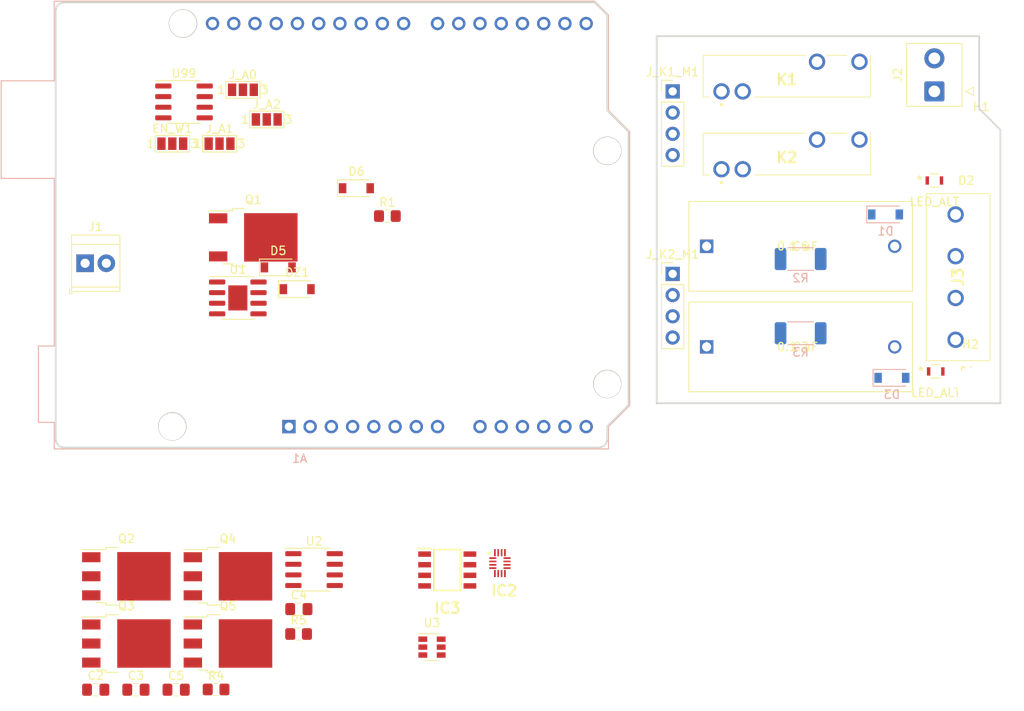
<source format=kicad_pcb>
(kicad_pcb (version 20171130) (host pcbnew 5.1.9+dfsg1-1)

  (general
    (thickness 1.6)
    (drawings 757)
    (tracks 0)
    (zones 0)
    (modules 43)
    (nets 102)
  )

  (page A4)
  (layers
    (0 F.Cu signal)
    (31 B.Cu signal)
    (32 B.Adhes user)
    (33 F.Adhes user)
    (34 B.Paste user)
    (35 F.Paste user)
    (36 B.SilkS user)
    (37 F.SilkS user)
    (38 B.Mask user)
    (39 F.Mask user)
    (40 Dwgs.User user hide)
    (41 Cmts.User user hide)
    (42 Eco1.User user)
    (43 Eco2.User user)
    (44 Edge.Cuts user)
    (45 Margin user)
    (46 B.CrtYd user)
    (47 F.CrtYd user hide)
    (48 B.Fab user)
    (49 F.Fab user)
  )

  (setup
    (last_trace_width 0.25)
    (trace_clearance 0.2)
    (zone_clearance 0.508)
    (zone_45_only no)
    (trace_min 0.2)
    (via_size 0.8)
    (via_drill 0.4)
    (via_min_size 0.4)
    (via_min_drill 0.3)
    (uvia_size 0.3)
    (uvia_drill 0.1)
    (uvias_allowed no)
    (uvia_min_size 0.2)
    (uvia_min_drill 0.1)
    (edge_width 0.05)
    (segment_width 0.2)
    (pcb_text_width 0.3)
    (pcb_text_size 1.5 1.5)
    (mod_edge_width 0.12)
    (mod_text_size 1 1)
    (mod_text_width 0.15)
    (pad_size 1.524 1.524)
    (pad_drill 0.762)
    (pad_to_mask_clearance 0)
    (aux_axis_origin 0 0)
    (visible_elements FFFFFF7F)
    (pcbplotparams
      (layerselection 0x010fc_ffffffff)
      (usegerberextensions false)
      (usegerberattributes true)
      (usegerberadvancedattributes true)
      (creategerberjobfile true)
      (excludeedgelayer true)
      (linewidth 0.100000)
      (plotframeref false)
      (viasonmask false)
      (mode 1)
      (useauxorigin false)
      (hpglpennumber 1)
      (hpglpenspeed 20)
      (hpglpendiameter 15.000000)
      (psnegative false)
      (psa4output false)
      (plotreference true)
      (plotvalue true)
      (plotinvisibletext false)
      (padsonsilk false)
      (subtractmaskfromsilk false)
      (outputformat 1)
      (mirror false)
      (drillshape 1)
      (scaleselection 1)
      (outputdirectory ""))
  )

  (net 0 "")
  (net 1 "Net-(A1-Pad16)")
  (net 2 "Net-(A1-Pad15)")
  (net 3 "Net-(A1-Pad30)")
  (net 4 "Net-(A1-Pad14)")
  (net 5 "Net-(A1-Pad13)")
  (net 6 "Net-(A1-Pad28)")
  (net 7 "Net-(A1-Pad12)")
  (net 8 "Net-(A1-Pad27)")
  (net 9 "Net-(A1-Pad11)")
  (net 10 "Net-(A1-Pad26)")
  (net 11 "Net-(A1-Pad10)")
  (net 12 "Net-(A1-Pad25)")
  (net 13 "Net-(A1-Pad9)")
  (net 14 "Net-(A1-Pad24)")
  (net 15 "Net-(A1-Pad8)")
  (net 16 "Net-(A1-Pad23)")
  (net 17 "Net-(A1-Pad22)")
  (net 18 "Net-(A1-Pad21)")
  (net 19 "Net-(A1-Pad5)")
  (net 20 "Net-(A1-Pad20)")
  (net 21 "Net-(A1-Pad4)")
  (net 22 "Net-(A1-Pad19)")
  (net 23 "Net-(A1-Pad3)")
  (net 24 "Net-(A1-Pad18)")
  (net 25 "Net-(A1-Pad2)")
  (net 26 "Net-(A1-Pad17)")
  (net 27 "Net-(A1-Pad1)")
  (net 28 "Net-(A1-Pad31)")
  (net 29 "Net-(A1-Pad32)")
  (net 30 "Net-(C3-Pad1)")
  (net 31 +12V)
  (net 32 +5VD)
  (net 33 "Net-(EN_W1-Pad2)")
  (net 34 GNDD)
  (net 35 "Net-(J1-Pad2)")
  (net 36 GNDPWR)
  (net 37 "Net-(J_A0-Pad2)")
  (net 38 "Net-(J_A1-Pad2)")
  (net 39 "Net-(J_A2-Pad2)")
  (net 40 "Net-(C4-Pad1)")
  (net 41 "Net-(U1-Pad5)")
  (net 42 +5VA)
  (net 43 DSCL)
  (net 44 DSDA)
  (net 45 "Net-(D1-Pad2)")
  (net 46 "Net-(C6-Pad2)")
  (net 47 "Net-(D3-Pad2)")
  (net 48 "Net-(C7-Pad2)")
  (net 49 230V_L)
  (net 50 230V_N)
  (net 51 230V_OUT_1)
  (net 52 230V_OUT_2)
  (net 53 "Net-(D5-Pad2)")
  (net 54 "Net-(D5-Pad1)")
  (net 55 "Net-(D6-Pad2)")
  (net 56 "Net-(D6-Pad1)")
  (net 57 "Net-(J_K1_M1-Pad4)")
  (net 58 K1)
  (net 59 "Net-(J_K1_M1-Pad2)")
  (net 60 "Net-(J_K2_M1-Pad4)")
  (net 61 K2)
  (net 62 "Net-(J_K2_M1-Pad2)")
  (net 63 GNDA)
  (net 64 "Net-(IC2-Pad1)")
  (net 65 "Net-(IC2-Pad2)")
  (net 66 "Net-(IC2-Pad3)")
  (net 67 "Net-(IC2-Pad5)")
  (net 68 MUX_B)
  (net 69 MUX_A)
  (net 70 "Net-(IC2-Pad9)")
  (net 71 "Net-(IC2-Pad10)")
  (net 72 "Net-(IC2-Pad11)")
  (net 73 "Net-(IC2-Pad12)")
  (net 74 "Net-(IC2-Pad13)")
  (net 75 "Net-(IC2-Pad15)")
  (net 76 "Net-(IC2-Pad16)")
  (net 77 SCK_MUX)
  (net 78 CS_MUX)
  (net 79 SO_MUX)
  (net 80 "Net-(IC3-Pad8)")
  (net 81 "Net-(C8-Pad2)")
  (net 82 "Net-(IC1-Pad8)")
  (net 83 "Net-(Q3-Pad3)")
  (net 84 "Net-(C11-Pad2)")
  (net 85 "Net-(IC1-Pad6)")
  (net 86 "Net-(IC1-Pad2)")
  (net 87 "Net-(IC1-Pad4)")
  (net 88 "Net-(U2-Pad8)")
  (net 89 "Net-(U2-Pad7)")
  (net 90 "Net-(U2-Pad6)")
  (net 91 "Net-(U2-Pad5)")
  (net 92 "Net-(U2-Pad4)")
  (net 93 "Net-(U2-Pad3)")
  (net 94 "Net-(U2-Pad2)")
  (net 95 "Net-(U2-Pad1)")
  (net 96 "Net-(U3-Pad5)")
  (net 97 "Net-(U3-Pad6)")
  (net 98 "Net-(U3-Pad4)")
  (net 99 "Net-(U3-Pad3)")
  (net 100 "Net-(U3-Pad2)")
  (net 101 "Net-(U3-Pad1)")

  (net_class Default "This is the default net class."
    (clearance 0.2)
    (trace_width 0.25)
    (via_dia 0.8)
    (via_drill 0.4)
    (uvia_dia 0.3)
    (uvia_drill 0.1)
    (add_net +12V)
    (add_net +5VA)
    (add_net +5VD)
    (add_net 230V_L)
    (add_net 230V_N)
    (add_net 230V_OUT_1)
    (add_net 230V_OUT_2)
    (add_net CS_MUX)
    (add_net DSCL)
    (add_net DSDA)
    (add_net GNDA)
    (add_net GNDD)
    (add_net GNDPWR)
    (add_net K1)
    (add_net K2)
    (add_net MUX_A)
    (add_net MUX_B)
    (add_net "Net-(A1-Pad1)")
    (add_net "Net-(A1-Pad10)")
    (add_net "Net-(A1-Pad11)")
    (add_net "Net-(A1-Pad12)")
    (add_net "Net-(A1-Pad13)")
    (add_net "Net-(A1-Pad14)")
    (add_net "Net-(A1-Pad15)")
    (add_net "Net-(A1-Pad16)")
    (add_net "Net-(A1-Pad17)")
    (add_net "Net-(A1-Pad18)")
    (add_net "Net-(A1-Pad19)")
    (add_net "Net-(A1-Pad2)")
    (add_net "Net-(A1-Pad20)")
    (add_net "Net-(A1-Pad21)")
    (add_net "Net-(A1-Pad22)")
    (add_net "Net-(A1-Pad23)")
    (add_net "Net-(A1-Pad24)")
    (add_net "Net-(A1-Pad25)")
    (add_net "Net-(A1-Pad26)")
    (add_net "Net-(A1-Pad27)")
    (add_net "Net-(A1-Pad28)")
    (add_net "Net-(A1-Pad3)")
    (add_net "Net-(A1-Pad30)")
    (add_net "Net-(A1-Pad31)")
    (add_net "Net-(A1-Pad32)")
    (add_net "Net-(A1-Pad4)")
    (add_net "Net-(A1-Pad5)")
    (add_net "Net-(A1-Pad8)")
    (add_net "Net-(A1-Pad9)")
    (add_net "Net-(C11-Pad2)")
    (add_net "Net-(C3-Pad1)")
    (add_net "Net-(C4-Pad1)")
    (add_net "Net-(C6-Pad2)")
    (add_net "Net-(C7-Pad2)")
    (add_net "Net-(C8-Pad2)")
    (add_net "Net-(D1-Pad2)")
    (add_net "Net-(D3-Pad2)")
    (add_net "Net-(D5-Pad1)")
    (add_net "Net-(D5-Pad2)")
    (add_net "Net-(D6-Pad1)")
    (add_net "Net-(D6-Pad2)")
    (add_net "Net-(EN_W1-Pad2)")
    (add_net "Net-(IC1-Pad2)")
    (add_net "Net-(IC1-Pad4)")
    (add_net "Net-(IC1-Pad6)")
    (add_net "Net-(IC1-Pad8)")
    (add_net "Net-(IC2-Pad1)")
    (add_net "Net-(IC2-Pad10)")
    (add_net "Net-(IC2-Pad11)")
    (add_net "Net-(IC2-Pad12)")
    (add_net "Net-(IC2-Pad13)")
    (add_net "Net-(IC2-Pad15)")
    (add_net "Net-(IC2-Pad16)")
    (add_net "Net-(IC2-Pad2)")
    (add_net "Net-(IC2-Pad3)")
    (add_net "Net-(IC2-Pad5)")
    (add_net "Net-(IC2-Pad9)")
    (add_net "Net-(IC3-Pad8)")
    (add_net "Net-(J1-Pad2)")
    (add_net "Net-(J_A0-Pad2)")
    (add_net "Net-(J_A1-Pad2)")
    (add_net "Net-(J_A2-Pad2)")
    (add_net "Net-(J_K1_M1-Pad2)")
    (add_net "Net-(J_K1_M1-Pad4)")
    (add_net "Net-(J_K2_M1-Pad2)")
    (add_net "Net-(J_K2_M1-Pad4)")
    (add_net "Net-(Q3-Pad3)")
    (add_net "Net-(U1-Pad5)")
    (add_net "Net-(U2-Pad1)")
    (add_net "Net-(U2-Pad2)")
    (add_net "Net-(U2-Pad3)")
    (add_net "Net-(U2-Pad4)")
    (add_net "Net-(U2-Pad5)")
    (add_net "Net-(U2-Pad6)")
    (add_net "Net-(U2-Pad7)")
    (add_net "Net-(U2-Pad8)")
    (add_net "Net-(U3-Pad1)")
    (add_net "Net-(U3-Pad2)")
    (add_net "Net-(U3-Pad3)")
    (add_net "Net-(U3-Pad4)")
    (add_net "Net-(U3-Pad5)")
    (add_net "Net-(U3-Pad6)")
    (add_net SCK_MUX)
    (add_net SO_MUX)
  )

  (module Package_TO_SOT_SMD:SOT-23-6 (layer F.Cu) (tedit 5A02FF57) (tstamp 615D1CB2)
    (at 96.11 106.406)
    (descr "6-pin SOT-23 package")
    (tags SOT-23-6)
    (path /613FC6D4/618CA589)
    (attr smd)
    (fp_text reference U3 (at 0 -2.9) (layer F.SilkS)
      (effects (font (size 1 1) (thickness 0.15)))
    )
    (fp_text value INA181 (at 0 2.9) (layer F.Fab)
      (effects (font (size 1 1) (thickness 0.15)))
    )
    (fp_text user %R (at 0 0 90) (layer F.Fab)
      (effects (font (size 0.5 0.5) (thickness 0.075)))
    )
    (fp_line (start -0.9 1.61) (end 0.9 1.61) (layer F.SilkS) (width 0.12))
    (fp_line (start 0.9 -1.61) (end -1.55 -1.61) (layer F.SilkS) (width 0.12))
    (fp_line (start 1.9 -1.8) (end -1.9 -1.8) (layer F.CrtYd) (width 0.05))
    (fp_line (start 1.9 1.8) (end 1.9 -1.8) (layer F.CrtYd) (width 0.05))
    (fp_line (start -1.9 1.8) (end 1.9 1.8) (layer F.CrtYd) (width 0.05))
    (fp_line (start -1.9 -1.8) (end -1.9 1.8) (layer F.CrtYd) (width 0.05))
    (fp_line (start -0.9 -0.9) (end -0.25 -1.55) (layer F.Fab) (width 0.1))
    (fp_line (start 0.9 -1.55) (end -0.25 -1.55) (layer F.Fab) (width 0.1))
    (fp_line (start -0.9 -0.9) (end -0.9 1.55) (layer F.Fab) (width 0.1))
    (fp_line (start 0.9 1.55) (end -0.9 1.55) (layer F.Fab) (width 0.1))
    (fp_line (start 0.9 -1.55) (end 0.9 1.55) (layer F.Fab) (width 0.1))
    (pad 5 smd rect (at 1.1 0) (size 1.06 0.65) (layers F.Cu F.Paste F.Mask)
      (net 96 "Net-(U3-Pad5)"))
    (pad 6 smd rect (at 1.1 -0.95) (size 1.06 0.65) (layers F.Cu F.Paste F.Mask)
      (net 97 "Net-(U3-Pad6)"))
    (pad 4 smd rect (at 1.1 0.95) (size 1.06 0.65) (layers F.Cu F.Paste F.Mask)
      (net 98 "Net-(U3-Pad4)"))
    (pad 3 smd rect (at -1.1 0.95) (size 1.06 0.65) (layers F.Cu F.Paste F.Mask)
      (net 99 "Net-(U3-Pad3)"))
    (pad 2 smd rect (at -1.1 0) (size 1.06 0.65) (layers F.Cu F.Paste F.Mask)
      (net 100 "Net-(U3-Pad2)"))
    (pad 1 smd rect (at -1.1 -0.95) (size 1.06 0.65) (layers F.Cu F.Paste F.Mask)
      (net 101 "Net-(U3-Pad1)"))
    (model ${KISYS3DMOD}/Package_TO_SOT_SMD.3dshapes/SOT-23-6.wrl
      (at (xyz 0 0 0))
      (scale (xyz 1 1 1))
      (rotate (xyz 0 0 0))
    )
  )

  (module Package_SO:SOIC-8_3.9x4.9mm_P1.27mm (layer F.Cu) (tedit 5D9F72B1) (tstamp 615D1C9C)
    (at 82 97.126)
    (descr "SOIC, 8 Pin (JEDEC MS-012AA, https://www.analog.com/media/en/package-pcb-resources/package/pkg_pdf/soic_narrow-r/r_8.pdf), generated with kicad-footprint-generator ipc_gullwing_generator.py")
    (tags "SOIC SO")
    (path /613C1456/61894D2D)
    (attr smd)
    (fp_text reference U2 (at 0 -3.4) (layer F.SilkS)
      (effects (font (size 1 1) (thickness 0.15)))
    )
    (fp_text value INA219AxD (at 0 3.4) (layer F.Fab)
      (effects (font (size 1 1) (thickness 0.15)))
    )
    (fp_text user %R (at 0 0) (layer F.Fab)
      (effects (font (size 0.98 0.98) (thickness 0.15)))
    )
    (fp_line (start 0 2.56) (end 1.95 2.56) (layer F.SilkS) (width 0.12))
    (fp_line (start 0 2.56) (end -1.95 2.56) (layer F.SilkS) (width 0.12))
    (fp_line (start 0 -2.56) (end 1.95 -2.56) (layer F.SilkS) (width 0.12))
    (fp_line (start 0 -2.56) (end -3.45 -2.56) (layer F.SilkS) (width 0.12))
    (fp_line (start -0.975 -2.45) (end 1.95 -2.45) (layer F.Fab) (width 0.1))
    (fp_line (start 1.95 -2.45) (end 1.95 2.45) (layer F.Fab) (width 0.1))
    (fp_line (start 1.95 2.45) (end -1.95 2.45) (layer F.Fab) (width 0.1))
    (fp_line (start -1.95 2.45) (end -1.95 -1.475) (layer F.Fab) (width 0.1))
    (fp_line (start -1.95 -1.475) (end -0.975 -2.45) (layer F.Fab) (width 0.1))
    (fp_line (start -3.7 -2.7) (end -3.7 2.7) (layer F.CrtYd) (width 0.05))
    (fp_line (start -3.7 2.7) (end 3.7 2.7) (layer F.CrtYd) (width 0.05))
    (fp_line (start 3.7 2.7) (end 3.7 -2.7) (layer F.CrtYd) (width 0.05))
    (fp_line (start 3.7 -2.7) (end -3.7 -2.7) (layer F.CrtYd) (width 0.05))
    (pad 8 smd roundrect (at 2.475 -1.905) (size 1.95 0.6) (layers F.Cu F.Paste F.Mask) (roundrect_rratio 0.25)
      (net 88 "Net-(U2-Pad8)"))
    (pad 7 smd roundrect (at 2.475 -0.635) (size 1.95 0.6) (layers F.Cu F.Paste F.Mask) (roundrect_rratio 0.25)
      (net 89 "Net-(U2-Pad7)"))
    (pad 6 smd roundrect (at 2.475 0.635) (size 1.95 0.6) (layers F.Cu F.Paste F.Mask) (roundrect_rratio 0.25)
      (net 90 "Net-(U2-Pad6)"))
    (pad 5 smd roundrect (at 2.475 1.905) (size 1.95 0.6) (layers F.Cu F.Paste F.Mask) (roundrect_rratio 0.25)
      (net 91 "Net-(U2-Pad5)"))
    (pad 4 smd roundrect (at -2.475 1.905) (size 1.95 0.6) (layers F.Cu F.Paste F.Mask) (roundrect_rratio 0.25)
      (net 92 "Net-(U2-Pad4)"))
    (pad 3 smd roundrect (at -2.475 0.635) (size 1.95 0.6) (layers F.Cu F.Paste F.Mask) (roundrect_rratio 0.25)
      (net 93 "Net-(U2-Pad3)"))
    (pad 2 smd roundrect (at -2.475 -0.635) (size 1.95 0.6) (layers F.Cu F.Paste F.Mask) (roundrect_rratio 0.25)
      (net 94 "Net-(U2-Pad2)"))
    (pad 1 smd roundrect (at -2.475 -1.905) (size 1.95 0.6) (layers F.Cu F.Paste F.Mask) (roundrect_rratio 0.25)
      (net 95 "Net-(U2-Pad1)"))
    (model ${KISYS3DMOD}/Package_SO.3dshapes/SOIC-8_3.9x4.9mm_P1.27mm.wrl
      (at (xyz 0 0 0))
      (scale (xyz 1 1 1))
      (rotate (xyz 0 0 0))
    )
  )

  (module Resistor_SMD:R_0805_2012Metric_Pad1.20x1.40mm_HandSolder (layer F.Cu) (tedit 5F68FEEE) (tstamp 615D1C46)
    (at 80.15 104.836)
    (descr "Resistor SMD 0805 (2012 Metric), square (rectangular) end terminal, IPC_7351 nominal with elongated pad for handsoldering. (Body size source: IPC-SM-782 page 72, https://www.pcb-3d.com/wordpress/wp-content/uploads/ipc-sm-782a_amendment_1_and_2.pdf), generated with kicad-footprint-generator")
    (tags "resistor handsolder")
    (path /613C1456/616211DE)
    (attr smd)
    (fp_text reference R5 (at 0 -1.65) (layer F.SilkS)
      (effects (font (size 1 1) (thickness 0.15)))
    )
    (fp_text value 330 (at 0 1.65) (layer F.Fab)
      (effects (font (size 1 1) (thickness 0.15)))
    )
    (fp_text user %R (at 0 0) (layer F.Fab)
      (effects (font (size 0.5 0.5) (thickness 0.08)))
    )
    (fp_line (start -1 0.625) (end -1 -0.625) (layer F.Fab) (width 0.1))
    (fp_line (start -1 -0.625) (end 1 -0.625) (layer F.Fab) (width 0.1))
    (fp_line (start 1 -0.625) (end 1 0.625) (layer F.Fab) (width 0.1))
    (fp_line (start 1 0.625) (end -1 0.625) (layer F.Fab) (width 0.1))
    (fp_line (start -0.227064 -0.735) (end 0.227064 -0.735) (layer F.SilkS) (width 0.12))
    (fp_line (start -0.227064 0.735) (end 0.227064 0.735) (layer F.SilkS) (width 0.12))
    (fp_line (start -1.85 0.95) (end -1.85 -0.95) (layer F.CrtYd) (width 0.05))
    (fp_line (start -1.85 -0.95) (end 1.85 -0.95) (layer F.CrtYd) (width 0.05))
    (fp_line (start 1.85 -0.95) (end 1.85 0.95) (layer F.CrtYd) (width 0.05))
    (fp_line (start 1.85 0.95) (end -1.85 0.95) (layer F.CrtYd) (width 0.05))
    (pad 2 smd roundrect (at 1 0) (size 1.2 1.4) (layers F.Cu F.Paste F.Mask) (roundrect_rratio 0.208333)
      (net 34 GNDD))
    (pad 1 smd roundrect (at -1 0) (size 1.2 1.4) (layers F.Cu F.Paste F.Mask) (roundrect_rratio 0.208333)
      (net 87 "Net-(IC1-Pad4)"))
    (model ${KISYS3DMOD}/Resistor_SMD.3dshapes/R_0805_2012Metric.wrl
      (at (xyz 0 0 0))
      (scale (xyz 1 1 1))
      (rotate (xyz 0 0 0))
    )
  )

  (module Resistor_SMD:R_0805_2012Metric_Pad1.20x1.40mm_HandSolder (layer F.Cu) (tedit 5F68FEEE) (tstamp 615D1C35)
    (at 70.28 111.476)
    (descr "Resistor SMD 0805 (2012 Metric), square (rectangular) end terminal, IPC_7351 nominal with elongated pad for handsoldering. (Body size source: IPC-SM-782 page 72, https://www.pcb-3d.com/wordpress/wp-content/uploads/ipc-sm-782a_amendment_1_and_2.pdf), generated with kicad-footprint-generator")
    (tags "resistor handsolder")
    (path /613C1456/61620715)
    (attr smd)
    (fp_text reference R4 (at 0 -1.65) (layer F.SilkS)
      (effects (font (size 1 1) (thickness 0.15)))
    )
    (fp_text value 330 (at 0 1.65) (layer F.Fab)
      (effects (font (size 1 1) (thickness 0.15)))
    )
    (fp_text user %R (at 0 0) (layer F.Fab)
      (effects (font (size 0.5 0.5) (thickness 0.08)))
    )
    (fp_line (start -1 0.625) (end -1 -0.625) (layer F.Fab) (width 0.1))
    (fp_line (start -1 -0.625) (end 1 -0.625) (layer F.Fab) (width 0.1))
    (fp_line (start 1 -0.625) (end 1 0.625) (layer F.Fab) (width 0.1))
    (fp_line (start 1 0.625) (end -1 0.625) (layer F.Fab) (width 0.1))
    (fp_line (start -0.227064 -0.735) (end 0.227064 -0.735) (layer F.SilkS) (width 0.12))
    (fp_line (start -0.227064 0.735) (end 0.227064 0.735) (layer F.SilkS) (width 0.12))
    (fp_line (start -1.85 0.95) (end -1.85 -0.95) (layer F.CrtYd) (width 0.05))
    (fp_line (start -1.85 -0.95) (end 1.85 -0.95) (layer F.CrtYd) (width 0.05))
    (fp_line (start 1.85 -0.95) (end 1.85 0.95) (layer F.CrtYd) (width 0.05))
    (fp_line (start 1.85 0.95) (end -1.85 0.95) (layer F.CrtYd) (width 0.05))
    (pad 2 smd roundrect (at 1 0) (size 1.2 1.4) (layers F.Cu F.Paste F.Mask) (roundrect_rratio 0.208333)
      (net 34 GNDD))
    (pad 1 smd roundrect (at -1 0) (size 1.2 1.4) (layers F.Cu F.Paste F.Mask) (roundrect_rratio 0.208333)
      (net 86 "Net-(IC1-Pad2)"))
    (model ${KISYS3DMOD}/Resistor_SMD.3dshapes/R_0805_2012Metric.wrl
      (at (xyz 0 0 0))
      (scale (xyz 1 1 1))
      (rotate (xyz 0 0 0))
    )
  )

  (module Package_TO_SOT_SMD:TO-252-3_TabPin2 (layer F.Cu) (tedit 5A70F30B) (tstamp 615D1BC4)
    (at 71.7 105.976)
    (descr "TO-252 / DPAK SMD package, http://www.infineon.com/cms/en/product/packages/PG-TO252/PG-TO252-3-1/")
    (tags "DPAK TO-252 DPAK-3 TO-252-3 SOT-428")
    (path /613C1456/6167C7D7)
    (attr smd)
    (fp_text reference Q5 (at 0 -4.5) (layer F.SilkS)
      (effects (font (size 1 1) (thickness 0.15)))
    )
    (fp_text value DMN4040SK3 (at 0 4.5) (layer F.Fab)
      (effects (font (size 1 1) (thickness 0.15)))
    )
    (fp_text user %R (at 0 0) (layer F.Fab)
      (effects (font (size 1 1) (thickness 0.15)))
    )
    (fp_line (start 3.95 -2.7) (end 4.95 -2.7) (layer F.Fab) (width 0.1))
    (fp_line (start 4.95 -2.7) (end 4.95 2.7) (layer F.Fab) (width 0.1))
    (fp_line (start 4.95 2.7) (end 3.95 2.7) (layer F.Fab) (width 0.1))
    (fp_line (start 3.95 -3.25) (end 3.95 3.25) (layer F.Fab) (width 0.1))
    (fp_line (start 3.95 3.25) (end -2.27 3.25) (layer F.Fab) (width 0.1))
    (fp_line (start -2.27 3.25) (end -2.27 -2.25) (layer F.Fab) (width 0.1))
    (fp_line (start -2.27 -2.25) (end -1.27 -3.25) (layer F.Fab) (width 0.1))
    (fp_line (start -1.27 -3.25) (end 3.95 -3.25) (layer F.Fab) (width 0.1))
    (fp_line (start -1.865 -2.655) (end -4.97 -2.655) (layer F.Fab) (width 0.1))
    (fp_line (start -4.97 -2.655) (end -4.97 -1.905) (layer F.Fab) (width 0.1))
    (fp_line (start -4.97 -1.905) (end -2.27 -1.905) (layer F.Fab) (width 0.1))
    (fp_line (start -2.27 -0.375) (end -4.97 -0.375) (layer F.Fab) (width 0.1))
    (fp_line (start -4.97 -0.375) (end -4.97 0.375) (layer F.Fab) (width 0.1))
    (fp_line (start -4.97 0.375) (end -2.27 0.375) (layer F.Fab) (width 0.1))
    (fp_line (start -2.27 1.905) (end -4.97 1.905) (layer F.Fab) (width 0.1))
    (fp_line (start -4.97 1.905) (end -4.97 2.655) (layer F.Fab) (width 0.1))
    (fp_line (start -4.97 2.655) (end -2.27 2.655) (layer F.Fab) (width 0.1))
    (fp_line (start -0.97 -3.45) (end -2.47 -3.45) (layer F.SilkS) (width 0.12))
    (fp_line (start -2.47 -3.45) (end -2.47 -3.18) (layer F.SilkS) (width 0.12))
    (fp_line (start -2.47 -3.18) (end -5.3 -3.18) (layer F.SilkS) (width 0.12))
    (fp_line (start -0.97 3.45) (end -2.47 3.45) (layer F.SilkS) (width 0.12))
    (fp_line (start -2.47 3.45) (end -2.47 3.18) (layer F.SilkS) (width 0.12))
    (fp_line (start -2.47 3.18) (end -3.57 3.18) (layer F.SilkS) (width 0.12))
    (fp_line (start -5.55 -3.5) (end -5.55 3.5) (layer F.CrtYd) (width 0.05))
    (fp_line (start -5.55 3.5) (end 5.55 3.5) (layer F.CrtYd) (width 0.05))
    (fp_line (start 5.55 3.5) (end 5.55 -3.5) (layer F.CrtYd) (width 0.05))
    (fp_line (start 5.55 -3.5) (end -5.55 -3.5) (layer F.CrtYd) (width 0.05))
    (pad "" smd rect (at 0.425 1.525) (size 3.05 2.75) (layers F.Paste))
    (pad "" smd rect (at 3.775 -1.525) (size 3.05 2.75) (layers F.Paste))
    (pad "" smd rect (at 0.425 -1.525) (size 3.05 2.75) (layers F.Paste))
    (pad "" smd rect (at 3.775 1.525) (size 3.05 2.75) (layers F.Paste))
    (pad 2 smd rect (at 2.1 0) (size 6.4 5.8) (layers F.Cu F.Mask)
      (net 84 "Net-(C11-Pad2)"))
    (pad 3 smd rect (at -4.2 2.28) (size 2.2 1.2) (layers F.Cu F.Paste F.Mask)
      (net 83 "Net-(Q3-Pad3)"))
    (pad 2 smd rect (at -4.2 0) (size 2.2 1.2) (layers F.Cu F.Paste F.Mask)
      (net 84 "Net-(C11-Pad2)"))
    (pad 1 smd rect (at -4.2 -2.28) (size 2.2 1.2) (layers F.Cu F.Paste F.Mask)
      (net 85 "Net-(IC1-Pad6)"))
    (model ${KISYS3DMOD}/Package_TO_SOT_SMD.3dshapes/TO-252-3_TabPin2.wrl
      (at (xyz 0 0 0))
      (scale (xyz 1 1 1))
      (rotate (xyz 0 0 0))
    )
  )

  (module Package_TO_SOT_SMD:TO-252-3_TabPin2 (layer F.Cu) (tedit 5A70F30B) (tstamp 615D1B9C)
    (at 71.7 97.926)
    (descr "TO-252 / DPAK SMD package, http://www.infineon.com/cms/en/product/packages/PG-TO252/PG-TO252-3-1/")
    (tags "DPAK TO-252 DPAK-3 TO-252-3 SOT-428")
    (path /613C1456/616A49C8)
    (attr smd)
    (fp_text reference Q4 (at 0 -4.5) (layer F.SilkS)
      (effects (font (size 1 1) (thickness 0.15)))
    )
    (fp_text value DMP4051LK3 (at 0 4.5) (layer F.Fab)
      (effects (font (size 1 1) (thickness 0.15)))
    )
    (fp_text user %R (at 0 0) (layer F.Fab)
      (effects (font (size 1 1) (thickness 0.15)))
    )
    (fp_line (start 3.95 -2.7) (end 4.95 -2.7) (layer F.Fab) (width 0.1))
    (fp_line (start 4.95 -2.7) (end 4.95 2.7) (layer F.Fab) (width 0.1))
    (fp_line (start 4.95 2.7) (end 3.95 2.7) (layer F.Fab) (width 0.1))
    (fp_line (start 3.95 -3.25) (end 3.95 3.25) (layer F.Fab) (width 0.1))
    (fp_line (start 3.95 3.25) (end -2.27 3.25) (layer F.Fab) (width 0.1))
    (fp_line (start -2.27 3.25) (end -2.27 -2.25) (layer F.Fab) (width 0.1))
    (fp_line (start -2.27 -2.25) (end -1.27 -3.25) (layer F.Fab) (width 0.1))
    (fp_line (start -1.27 -3.25) (end 3.95 -3.25) (layer F.Fab) (width 0.1))
    (fp_line (start -1.865 -2.655) (end -4.97 -2.655) (layer F.Fab) (width 0.1))
    (fp_line (start -4.97 -2.655) (end -4.97 -1.905) (layer F.Fab) (width 0.1))
    (fp_line (start -4.97 -1.905) (end -2.27 -1.905) (layer F.Fab) (width 0.1))
    (fp_line (start -2.27 -0.375) (end -4.97 -0.375) (layer F.Fab) (width 0.1))
    (fp_line (start -4.97 -0.375) (end -4.97 0.375) (layer F.Fab) (width 0.1))
    (fp_line (start -4.97 0.375) (end -2.27 0.375) (layer F.Fab) (width 0.1))
    (fp_line (start -2.27 1.905) (end -4.97 1.905) (layer F.Fab) (width 0.1))
    (fp_line (start -4.97 1.905) (end -4.97 2.655) (layer F.Fab) (width 0.1))
    (fp_line (start -4.97 2.655) (end -2.27 2.655) (layer F.Fab) (width 0.1))
    (fp_line (start -0.97 -3.45) (end -2.47 -3.45) (layer F.SilkS) (width 0.12))
    (fp_line (start -2.47 -3.45) (end -2.47 -3.18) (layer F.SilkS) (width 0.12))
    (fp_line (start -2.47 -3.18) (end -5.3 -3.18) (layer F.SilkS) (width 0.12))
    (fp_line (start -0.97 3.45) (end -2.47 3.45) (layer F.SilkS) (width 0.12))
    (fp_line (start -2.47 3.45) (end -2.47 3.18) (layer F.SilkS) (width 0.12))
    (fp_line (start -2.47 3.18) (end -3.57 3.18) (layer F.SilkS) (width 0.12))
    (fp_line (start -5.55 -3.5) (end -5.55 3.5) (layer F.CrtYd) (width 0.05))
    (fp_line (start -5.55 3.5) (end 5.55 3.5) (layer F.CrtYd) (width 0.05))
    (fp_line (start 5.55 3.5) (end 5.55 -3.5) (layer F.CrtYd) (width 0.05))
    (fp_line (start 5.55 -3.5) (end -5.55 -3.5) (layer F.CrtYd) (width 0.05))
    (pad "" smd rect (at 0.425 1.525) (size 3.05 2.75) (layers F.Paste))
    (pad "" smd rect (at 3.775 -1.525) (size 3.05 2.75) (layers F.Paste))
    (pad "" smd rect (at 0.425 -1.525) (size 3.05 2.75) (layers F.Paste))
    (pad "" smd rect (at 3.775 1.525) (size 3.05 2.75) (layers F.Paste))
    (pad 2 smd rect (at 2.1 0) (size 6.4 5.8) (layers F.Cu F.Mask)
      (net 84 "Net-(C11-Pad2)"))
    (pad 3 smd rect (at -4.2 2.28) (size 2.2 1.2) (layers F.Cu F.Paste F.Mask)
      (net 31 +12V))
    (pad 2 smd rect (at -4.2 0) (size 2.2 1.2) (layers F.Cu F.Paste F.Mask)
      (net 84 "Net-(C11-Pad2)"))
    (pad 1 smd rect (at -4.2 -2.28) (size 2.2 1.2) (layers F.Cu F.Paste F.Mask)
      (net 85 "Net-(IC1-Pad6)"))
    (model ${KISYS3DMOD}/Package_TO_SOT_SMD.3dshapes/TO-252-3_TabPin2.wrl
      (at (xyz 0 0 0))
      (scale (xyz 1 1 1))
      (rotate (xyz 0 0 0))
    )
  )

  (module Package_TO_SOT_SMD:TO-252-3_TabPin2 (layer F.Cu) (tedit 5A70F30B) (tstamp 615D1B74)
    (at 59.55 105.976)
    (descr "TO-252 / DPAK SMD package, http://www.infineon.com/cms/en/product/packages/PG-TO252/PG-TO252-3-1/")
    (tags "DPAK TO-252 DPAK-3 TO-252-3 SOT-428")
    (path /613C1456/6166B6D7)
    (attr smd)
    (fp_text reference Q3 (at 0 -4.5) (layer F.SilkS)
      (effects (font (size 1 1) (thickness 0.15)))
    )
    (fp_text value DMN4040SK3 (at 0 4.5) (layer F.Fab)
      (effects (font (size 1 1) (thickness 0.15)))
    )
    (fp_text user %R (at 0 0) (layer F.Fab)
      (effects (font (size 1 1) (thickness 0.15)))
    )
    (fp_line (start 3.95 -2.7) (end 4.95 -2.7) (layer F.Fab) (width 0.1))
    (fp_line (start 4.95 -2.7) (end 4.95 2.7) (layer F.Fab) (width 0.1))
    (fp_line (start 4.95 2.7) (end 3.95 2.7) (layer F.Fab) (width 0.1))
    (fp_line (start 3.95 -3.25) (end 3.95 3.25) (layer F.Fab) (width 0.1))
    (fp_line (start 3.95 3.25) (end -2.27 3.25) (layer F.Fab) (width 0.1))
    (fp_line (start -2.27 3.25) (end -2.27 -2.25) (layer F.Fab) (width 0.1))
    (fp_line (start -2.27 -2.25) (end -1.27 -3.25) (layer F.Fab) (width 0.1))
    (fp_line (start -1.27 -3.25) (end 3.95 -3.25) (layer F.Fab) (width 0.1))
    (fp_line (start -1.865 -2.655) (end -4.97 -2.655) (layer F.Fab) (width 0.1))
    (fp_line (start -4.97 -2.655) (end -4.97 -1.905) (layer F.Fab) (width 0.1))
    (fp_line (start -4.97 -1.905) (end -2.27 -1.905) (layer F.Fab) (width 0.1))
    (fp_line (start -2.27 -0.375) (end -4.97 -0.375) (layer F.Fab) (width 0.1))
    (fp_line (start -4.97 -0.375) (end -4.97 0.375) (layer F.Fab) (width 0.1))
    (fp_line (start -4.97 0.375) (end -2.27 0.375) (layer F.Fab) (width 0.1))
    (fp_line (start -2.27 1.905) (end -4.97 1.905) (layer F.Fab) (width 0.1))
    (fp_line (start -4.97 1.905) (end -4.97 2.655) (layer F.Fab) (width 0.1))
    (fp_line (start -4.97 2.655) (end -2.27 2.655) (layer F.Fab) (width 0.1))
    (fp_line (start -0.97 -3.45) (end -2.47 -3.45) (layer F.SilkS) (width 0.12))
    (fp_line (start -2.47 -3.45) (end -2.47 -3.18) (layer F.SilkS) (width 0.12))
    (fp_line (start -2.47 -3.18) (end -5.3 -3.18) (layer F.SilkS) (width 0.12))
    (fp_line (start -0.97 3.45) (end -2.47 3.45) (layer F.SilkS) (width 0.12))
    (fp_line (start -2.47 3.45) (end -2.47 3.18) (layer F.SilkS) (width 0.12))
    (fp_line (start -2.47 3.18) (end -3.57 3.18) (layer F.SilkS) (width 0.12))
    (fp_line (start -5.55 -3.5) (end -5.55 3.5) (layer F.CrtYd) (width 0.05))
    (fp_line (start -5.55 3.5) (end 5.55 3.5) (layer F.CrtYd) (width 0.05))
    (fp_line (start 5.55 3.5) (end 5.55 -3.5) (layer F.CrtYd) (width 0.05))
    (fp_line (start 5.55 -3.5) (end -5.55 -3.5) (layer F.CrtYd) (width 0.05))
    (pad "" smd rect (at 0.425 1.525) (size 3.05 2.75) (layers F.Paste))
    (pad "" smd rect (at 3.775 -1.525) (size 3.05 2.75) (layers F.Paste))
    (pad "" smd rect (at 0.425 -1.525) (size 3.05 2.75) (layers F.Paste))
    (pad "" smd rect (at 3.775 1.525) (size 3.05 2.75) (layers F.Paste))
    (pad 2 smd rect (at 2.1 0) (size 6.4 5.8) (layers F.Cu F.Mask)
      (net 81 "Net-(C8-Pad2)"))
    (pad 3 smd rect (at -4.2 2.28) (size 2.2 1.2) (layers F.Cu F.Paste F.Mask)
      (net 83 "Net-(Q3-Pad3)"))
    (pad 2 smd rect (at -4.2 0) (size 2.2 1.2) (layers F.Cu F.Paste F.Mask)
      (net 81 "Net-(C8-Pad2)"))
    (pad 1 smd rect (at -4.2 -2.28) (size 2.2 1.2) (layers F.Cu F.Paste F.Mask)
      (net 82 "Net-(IC1-Pad8)"))
    (model ${KISYS3DMOD}/Package_TO_SOT_SMD.3dshapes/TO-252-3_TabPin2.wrl
      (at (xyz 0 0 0))
      (scale (xyz 1 1 1))
      (rotate (xyz 0 0 0))
    )
  )

  (module Package_TO_SOT_SMD:TO-252-3_TabPin2 (layer F.Cu) (tedit 5A70F30B) (tstamp 615D1B4C)
    (at 59.55 97.926)
    (descr "TO-252 / DPAK SMD package, http://www.infineon.com/cms/en/product/packages/PG-TO252/PG-TO252-3-1/")
    (tags "DPAK TO-252 DPAK-3 TO-252-3 SOT-428")
    (path /613C1456/616A10C4)
    (attr smd)
    (fp_text reference Q2 (at 0 -4.5) (layer F.SilkS)
      (effects (font (size 1 1) (thickness 0.15)))
    )
    (fp_text value DMP4051LK3 (at 0 4.5) (layer F.Fab)
      (effects (font (size 1 1) (thickness 0.15)))
    )
    (fp_text user %R (at 0 0) (layer F.Fab)
      (effects (font (size 1 1) (thickness 0.15)))
    )
    (fp_line (start 3.95 -2.7) (end 4.95 -2.7) (layer F.Fab) (width 0.1))
    (fp_line (start 4.95 -2.7) (end 4.95 2.7) (layer F.Fab) (width 0.1))
    (fp_line (start 4.95 2.7) (end 3.95 2.7) (layer F.Fab) (width 0.1))
    (fp_line (start 3.95 -3.25) (end 3.95 3.25) (layer F.Fab) (width 0.1))
    (fp_line (start 3.95 3.25) (end -2.27 3.25) (layer F.Fab) (width 0.1))
    (fp_line (start -2.27 3.25) (end -2.27 -2.25) (layer F.Fab) (width 0.1))
    (fp_line (start -2.27 -2.25) (end -1.27 -3.25) (layer F.Fab) (width 0.1))
    (fp_line (start -1.27 -3.25) (end 3.95 -3.25) (layer F.Fab) (width 0.1))
    (fp_line (start -1.865 -2.655) (end -4.97 -2.655) (layer F.Fab) (width 0.1))
    (fp_line (start -4.97 -2.655) (end -4.97 -1.905) (layer F.Fab) (width 0.1))
    (fp_line (start -4.97 -1.905) (end -2.27 -1.905) (layer F.Fab) (width 0.1))
    (fp_line (start -2.27 -0.375) (end -4.97 -0.375) (layer F.Fab) (width 0.1))
    (fp_line (start -4.97 -0.375) (end -4.97 0.375) (layer F.Fab) (width 0.1))
    (fp_line (start -4.97 0.375) (end -2.27 0.375) (layer F.Fab) (width 0.1))
    (fp_line (start -2.27 1.905) (end -4.97 1.905) (layer F.Fab) (width 0.1))
    (fp_line (start -4.97 1.905) (end -4.97 2.655) (layer F.Fab) (width 0.1))
    (fp_line (start -4.97 2.655) (end -2.27 2.655) (layer F.Fab) (width 0.1))
    (fp_line (start -0.97 -3.45) (end -2.47 -3.45) (layer F.SilkS) (width 0.12))
    (fp_line (start -2.47 -3.45) (end -2.47 -3.18) (layer F.SilkS) (width 0.12))
    (fp_line (start -2.47 -3.18) (end -5.3 -3.18) (layer F.SilkS) (width 0.12))
    (fp_line (start -0.97 3.45) (end -2.47 3.45) (layer F.SilkS) (width 0.12))
    (fp_line (start -2.47 3.45) (end -2.47 3.18) (layer F.SilkS) (width 0.12))
    (fp_line (start -2.47 3.18) (end -3.57 3.18) (layer F.SilkS) (width 0.12))
    (fp_line (start -5.55 -3.5) (end -5.55 3.5) (layer F.CrtYd) (width 0.05))
    (fp_line (start -5.55 3.5) (end 5.55 3.5) (layer F.CrtYd) (width 0.05))
    (fp_line (start 5.55 3.5) (end 5.55 -3.5) (layer F.CrtYd) (width 0.05))
    (fp_line (start 5.55 -3.5) (end -5.55 -3.5) (layer F.CrtYd) (width 0.05))
    (pad "" smd rect (at 0.425 1.525) (size 3.05 2.75) (layers F.Paste))
    (pad "" smd rect (at 3.775 -1.525) (size 3.05 2.75) (layers F.Paste))
    (pad "" smd rect (at 0.425 -1.525) (size 3.05 2.75) (layers F.Paste))
    (pad "" smd rect (at 3.775 1.525) (size 3.05 2.75) (layers F.Paste))
    (pad 2 smd rect (at 2.1 0) (size 6.4 5.8) (layers F.Cu F.Mask)
      (net 81 "Net-(C8-Pad2)"))
    (pad 3 smd rect (at -4.2 2.28) (size 2.2 1.2) (layers F.Cu F.Paste F.Mask)
      (net 31 +12V))
    (pad 2 smd rect (at -4.2 0) (size 2.2 1.2) (layers F.Cu F.Paste F.Mask)
      (net 81 "Net-(C8-Pad2)"))
    (pad 1 smd rect (at -4.2 -2.28) (size 2.2 1.2) (layers F.Cu F.Paste F.Mask)
      (net 82 "Net-(IC1-Pad8)"))
    (model ${KISYS3DMOD}/Package_TO_SOT_SMD.3dshapes/TO-252-3_TabPin2.wrl
      (at (xyz 0 0 0))
      (scale (xyz 1 1 1))
      (rotate (xyz 0 0 0))
    )
  )

  (module BBQino:SOIC127P600X175-8N (layer F.Cu) (tedit 615AEE87) (tstamp 615D191E)
    (at 97.935 97.176)
    (descr "8 SO-3")
    (tags "Integrated Circuit")
    (path /61534AF8/615ACA16)
    (attr smd)
    (fp_text reference IC3 (at 0 4.572) (layer F.SilkS)
      (effects (font (size 1.27 1.27) (thickness 0.254)))
    )
    (fp_text value MAX6675ISA+T (at 0 0) (layer F.SilkS) hide
      (effects (font (size 1.27 1.27) (thickness 0.254)))
    )
    (fp_text user %R (at 0 0) (layer F.Fab)
      (effects (font (size 1.27 1.27) (thickness 0.254)))
    )
    (fp_line (start -3.725 -2.75) (end 3.725 -2.75) (layer F.CrtYd) (width 0.05))
    (fp_line (start 3.725 -2.75) (end 3.725 2.75) (layer F.CrtYd) (width 0.05))
    (fp_line (start 3.725 2.75) (end -3.725 2.75) (layer F.CrtYd) (width 0.05))
    (fp_line (start -3.725 2.75) (end -3.725 -2.75) (layer F.CrtYd) (width 0.05))
    (fp_line (start -1.95 -2.45) (end 1.95 -2.45) (layer F.Fab) (width 0.1))
    (fp_line (start 1.95 -2.45) (end 1.95 2.45) (layer F.Fab) (width 0.1))
    (fp_line (start 1.95 2.45) (end -1.95 2.45) (layer F.Fab) (width 0.1))
    (fp_line (start -1.95 2.45) (end -1.95 -2.45) (layer F.Fab) (width 0.1))
    (fp_line (start -1.95 -1.18) (end -0.68 -2.45) (layer F.Fab) (width 0.1))
    (fp_line (start -1.6 -2.45) (end 1.6 -2.45) (layer F.SilkS) (width 0.2))
    (fp_line (start 1.6 -2.45) (end 1.6 2.45) (layer F.SilkS) (width 0.2))
    (fp_line (start 1.6 2.45) (end -1.6 2.45) (layer F.SilkS) (width 0.2))
    (fp_line (start -1.6 2.45) (end -1.6 -2.45) (layer F.SilkS) (width 0.2))
    (fp_line (start -3.475 -2.58) (end -1.95 -2.58) (layer F.SilkS) (width 0.2))
    (pad 1 smd rect (at -2.712 -1.905 90) (size 0.65 1.525) (layers F.Cu F.Paste F.Mask)
      (net 63 GNDA))
    (pad 2 smd rect (at -2.712 -0.635 90) (size 0.65 1.525) (layers F.Cu F.Paste F.Mask)
      (net 64 "Net-(IC2-Pad1)"))
    (pad 3 smd rect (at -2.712 0.635 90) (size 0.65 1.525) (layers F.Cu F.Paste F.Mask)
      (net 72 "Net-(IC2-Pad11)"))
    (pad 4 smd rect (at -2.712 1.905 90) (size 0.65 1.525) (layers F.Cu F.Paste F.Mask)
      (net 42 +5VA))
    (pad 5 smd rect (at 2.712 1.905 90) (size 0.65 1.525) (layers F.Cu F.Paste F.Mask)
      (net 77 SCK_MUX))
    (pad 6 smd rect (at 2.712 0.635 90) (size 0.65 1.525) (layers F.Cu F.Paste F.Mask)
      (net 78 CS_MUX))
    (pad 7 smd rect (at 2.712 -0.635 90) (size 0.65 1.525) (layers F.Cu F.Paste F.Mask)
      (net 79 SO_MUX))
    (pad 8 smd rect (at 2.712 -1.905 90) (size 0.65 1.525) (layers F.Cu F.Paste F.Mask)
      (net 80 "Net-(IC3-Pad8)"))
    (model MAX6675ISA+T.stp
      (at (xyz 0 0 0))
      (scale (xyz 1 1 1))
      (rotate (xyz 0 0 0))
    )
  )

  (module BBQino:QFN40P180X260X60-16N-D (layer F.Cu) (tedit 615AEE3D) (tstamp 615D1903)
    (at 104.235 96.351)
    (descr DG4053EEN-T1-GE4)
    (tags "Integrated Circuit")
    (path /61534AF8/615ADDB4)
    (attr smd)
    (fp_text reference IC2 (at 0.508 3.302) (layer F.SilkS)
      (effects (font (size 1.27 1.27) (thickness 0.254)))
    )
    (fp_text value DG4052EEN-T1-GE4 (at 0.254 -7.874) (layer F.SilkS) hide
      (effects (font (size 1.27 1.27) (thickness 0.254)))
    )
    (fp_text user %R (at 0.508 3.302) (layer F.Fab)
      (effects (font (size 1.27 1.27) (thickness 0.254)))
    )
    (fp_line (start -1.525 -1.925) (end 1.525 -1.925) (layer F.CrtYd) (width 0.05))
    (fp_line (start 1.525 -1.925) (end 1.525 1.925) (layer F.CrtYd) (width 0.05))
    (fp_line (start 1.525 1.925) (end -1.525 1.925) (layer F.CrtYd) (width 0.05))
    (fp_line (start -1.525 1.925) (end -1.525 -1.925) (layer F.CrtYd) (width 0.05))
    (fp_line (start -0.9 -1.3) (end 0.9 -1.3) (layer F.Fab) (width 0.1))
    (fp_line (start 0.9 -1.3) (end 0.9 1.3) (layer F.Fab) (width 0.1))
    (fp_line (start 0.9 1.3) (end -0.9 1.3) (layer F.Fab) (width 0.1))
    (fp_line (start -0.9 1.3) (end -0.9 -1.3) (layer F.Fab) (width 0.1))
    (fp_line (start -0.9 -0.9) (end -0.5 -1.3) (layer F.Fab) (width 0.1))
    (fp_circle (center -1.275 -1.2) (end -1.275 -1.1) (layer F.SilkS) (width 0.2))
    (pad 1 smd rect (at -0.85 -0.6 90) (size 0.2 0.85) (layers F.Cu F.Paste F.Mask)
      (net 64 "Net-(IC2-Pad1)"))
    (pad 2 smd rect (at -0.85 -0.2 90) (size 0.2 0.85) (layers F.Cu F.Paste F.Mask)
      (net 65 "Net-(IC2-Pad2)"))
    (pad 3 smd rect (at -0.85 0.2 90) (size 0.2 0.85) (layers F.Cu F.Paste F.Mask)
      (net 66 "Net-(IC2-Pad3)"))
    (pad 4 smd rect (at -0.85 0.6 90) (size 0.2 0.85) (layers F.Cu F.Paste F.Mask)
      (net 63 GNDA))
    (pad 5 smd rect (at -0.6 1.25) (size 0.2 0.85) (layers F.Cu F.Paste F.Mask)
      (net 67 "Net-(IC2-Pad5)"))
    (pad 6 smd rect (at -0.2 1.25) (size 0.2 0.85) (layers F.Cu F.Paste F.Mask)
      (net 67 "Net-(IC2-Pad5)"))
    (pad 7 smd rect (at 0.2 1.25) (size 0.2 0.85) (layers F.Cu F.Paste F.Mask)
      (net 68 MUX_B))
    (pad 8 smd rect (at 0.6 1.25) (size 0.2 0.85) (layers F.Cu F.Paste F.Mask)
      (net 69 MUX_A))
    (pad 9 smd rect (at 0.85 0.6 90) (size 0.2 0.85) (layers F.Cu F.Paste F.Mask)
      (net 70 "Net-(IC2-Pad9)"))
    (pad 10 smd rect (at 0.85 0.2 90) (size 0.2 0.85) (layers F.Cu F.Paste F.Mask)
      (net 71 "Net-(IC2-Pad10)"))
    (pad 11 smd rect (at 0.85 -0.2 90) (size 0.2 0.85) (layers F.Cu F.Paste F.Mask)
      (net 72 "Net-(IC2-Pad11)"))
    (pad 12 smd rect (at 0.85 -0.6 90) (size 0.2 0.85) (layers F.Cu F.Paste F.Mask)
      (net 73 "Net-(IC2-Pad12)"))
    (pad 13 smd rect (at 0.6 -1.25) (size 0.2 0.85) (layers F.Cu F.Paste F.Mask)
      (net 74 "Net-(IC2-Pad13)"))
    (pad 14 smd rect (at 0.2 -1.25) (size 0.2 0.85) (layers F.Cu F.Paste F.Mask)
      (net 42 +5VA))
    (pad 15 smd rect (at -0.2 -1.25) (size 0.2 0.85) (layers F.Cu F.Paste F.Mask)
      (net 75 "Net-(IC2-Pad15)"))
    (pad 16 smd rect (at -0.6 -1.25) (size 0.2 0.85) (layers F.Cu F.Paste F.Mask)
      (net 76 "Net-(IC2-Pad16)"))
    (model DG4052EEN-T1-GE4.stp
      (at (xyz 0 0 0))
      (scale (xyz 1 1 1))
      (rotate (xyz 0 0 0))
    )
  )

  (module Capacitor_SMD:C_0805_2012Metric_Pad1.18x1.45mm_HandSolder (layer F.Cu) (tedit 5F68FEEF) (tstamp 615D16E4)
    (at 65.5 111.506)
    (descr "Capacitor SMD 0805 (2012 Metric), square (rectangular) end terminal, IPC_7351 nominal with elongated pad for handsoldering. (Body size source: IPC-SM-782 page 76, https://www.pcb-3d.com/wordpress/wp-content/uploads/ipc-sm-782a_amendment_1_and_2.pdf, https://docs.google.com/spreadsheets/d/1BsfQQcO9C6DZCsRaXUlFlo91Tg2WpOkGARC1WS5S8t0/edit?usp=sharing), generated with kicad-footprint-generator")
    (tags "capacitor handsolder")
    (path /613C1456/6144ECB3)
    (attr smd)
    (fp_text reference C5 (at 0 -1.68) (layer F.SilkS)
      (effects (font (size 1 1) (thickness 0.15)))
    )
    (fp_text value 2.2uF (at 0 1.68) (layer F.Fab)
      (effects (font (size 1 1) (thickness 0.15)))
    )
    (fp_text user %R (at 0 0) (layer F.Fab)
      (effects (font (size 0.5 0.5) (thickness 0.08)))
    )
    (fp_line (start -1 0.625) (end -1 -0.625) (layer F.Fab) (width 0.1))
    (fp_line (start -1 -0.625) (end 1 -0.625) (layer F.Fab) (width 0.1))
    (fp_line (start 1 -0.625) (end 1 0.625) (layer F.Fab) (width 0.1))
    (fp_line (start 1 0.625) (end -1 0.625) (layer F.Fab) (width 0.1))
    (fp_line (start -0.261252 -0.735) (end 0.261252 -0.735) (layer F.SilkS) (width 0.12))
    (fp_line (start -0.261252 0.735) (end 0.261252 0.735) (layer F.SilkS) (width 0.12))
    (fp_line (start -1.88 0.98) (end -1.88 -0.98) (layer F.CrtYd) (width 0.05))
    (fp_line (start -1.88 -0.98) (end 1.88 -0.98) (layer F.CrtYd) (width 0.05))
    (fp_line (start 1.88 -0.98) (end 1.88 0.98) (layer F.CrtYd) (width 0.05))
    (fp_line (start 1.88 0.98) (end -1.88 0.98) (layer F.CrtYd) (width 0.05))
    (pad 2 smd roundrect (at 1.0375 0) (size 1.175 1.45) (layers F.Cu F.Paste F.Mask) (roundrect_rratio 0.212766)
      (net 63 GNDA))
    (pad 1 smd roundrect (at -1.0375 0) (size 1.175 1.45) (layers F.Cu F.Paste F.Mask) (roundrect_rratio 0.212766)
      (net 42 +5VA))
    (model ${KISYS3DMOD}/Capacitor_SMD.3dshapes/C_0805_2012Metric.wrl
      (at (xyz 0 0 0))
      (scale (xyz 1 1 1))
      (rotate (xyz 0 0 0))
    )
  )

  (module Capacitor_SMD:C_0805_2012Metric_Pad1.18x1.45mm_HandSolder (layer F.Cu) (tedit 5F68FEEF) (tstamp 615D16D3)
    (at 80.18 101.856)
    (descr "Capacitor SMD 0805 (2012 Metric), square (rectangular) end terminal, IPC_7351 nominal with elongated pad for handsoldering. (Body size source: IPC-SM-782 page 76, https://www.pcb-3d.com/wordpress/wp-content/uploads/ipc-sm-782a_amendment_1_and_2.pdf, https://docs.google.com/spreadsheets/d/1BsfQQcO9C6DZCsRaXUlFlo91Tg2WpOkGARC1WS5S8t0/edit?usp=sharing), generated with kicad-footprint-generator")
    (tags "capacitor handsolder")
    (path /613C1456/61474DD5)
    (attr smd)
    (fp_text reference C4 (at 0 -1.68) (layer F.SilkS)
      (effects (font (size 1 1) (thickness 0.15)))
    )
    (fp_text value 1nF (at 0 1.68) (layer F.Fab)
      (effects (font (size 1 1) (thickness 0.15)))
    )
    (fp_text user %R (at 0 0) (layer F.Fab)
      (effects (font (size 0.5 0.5) (thickness 0.08)))
    )
    (fp_line (start -1 0.625) (end -1 -0.625) (layer F.Fab) (width 0.1))
    (fp_line (start -1 -0.625) (end 1 -0.625) (layer F.Fab) (width 0.1))
    (fp_line (start 1 -0.625) (end 1 0.625) (layer F.Fab) (width 0.1))
    (fp_line (start 1 0.625) (end -1 0.625) (layer F.Fab) (width 0.1))
    (fp_line (start -0.261252 -0.735) (end 0.261252 -0.735) (layer F.SilkS) (width 0.12))
    (fp_line (start -0.261252 0.735) (end 0.261252 0.735) (layer F.SilkS) (width 0.12))
    (fp_line (start -1.88 0.98) (end -1.88 -0.98) (layer F.CrtYd) (width 0.05))
    (fp_line (start -1.88 -0.98) (end 1.88 -0.98) (layer F.CrtYd) (width 0.05))
    (fp_line (start 1.88 -0.98) (end 1.88 0.98) (layer F.CrtYd) (width 0.05))
    (fp_line (start 1.88 0.98) (end -1.88 0.98) (layer F.CrtYd) (width 0.05))
    (pad 2 smd roundrect (at 1.0375 0) (size 1.175 1.45) (layers F.Cu F.Paste F.Mask) (roundrect_rratio 0.212766)
      (net 63 GNDA))
    (pad 1 smd roundrect (at -1.0375 0) (size 1.175 1.45) (layers F.Cu F.Paste F.Mask) (roundrect_rratio 0.212766)
      (net 40 "Net-(C4-Pad1)"))
    (model ${KISYS3DMOD}/Capacitor_SMD.3dshapes/C_0805_2012Metric.wrl
      (at (xyz 0 0 0))
      (scale (xyz 1 1 1))
      (rotate (xyz 0 0 0))
    )
  )

  (module Capacitor_SMD:C_0805_2012Metric_Pad1.18x1.45mm_HandSolder (layer F.Cu) (tedit 5F68FEEF) (tstamp 615D16C2)
    (at 60.69 111.506)
    (descr "Capacitor SMD 0805 (2012 Metric), square (rectangular) end terminal, IPC_7351 nominal with elongated pad for handsoldering. (Body size source: IPC-SM-782 page 76, https://www.pcb-3d.com/wordpress/wp-content/uploads/ipc-sm-782a_amendment_1_and_2.pdf, https://docs.google.com/spreadsheets/d/1BsfQQcO9C6DZCsRaXUlFlo91Tg2WpOkGARC1WS5S8t0/edit?usp=sharing), generated with kicad-footprint-generator")
    (tags "capacitor handsolder")
    (path /613C1456/61442C4C)
    (attr smd)
    (fp_text reference C3 (at 0 -1.68) (layer F.SilkS)
      (effects (font (size 1 1) (thickness 0.15)))
    )
    (fp_text value 10nF (at 0 1.68) (layer F.Fab)
      (effects (font (size 1 1) (thickness 0.15)))
    )
    (fp_text user %R (at 0 0) (layer F.Fab)
      (effects (font (size 0.5 0.5) (thickness 0.08)))
    )
    (fp_line (start -1 0.625) (end -1 -0.625) (layer F.Fab) (width 0.1))
    (fp_line (start -1 -0.625) (end 1 -0.625) (layer F.Fab) (width 0.1))
    (fp_line (start 1 -0.625) (end 1 0.625) (layer F.Fab) (width 0.1))
    (fp_line (start 1 0.625) (end -1 0.625) (layer F.Fab) (width 0.1))
    (fp_line (start -0.261252 -0.735) (end 0.261252 -0.735) (layer F.SilkS) (width 0.12))
    (fp_line (start -0.261252 0.735) (end 0.261252 0.735) (layer F.SilkS) (width 0.12))
    (fp_line (start -1.88 0.98) (end -1.88 -0.98) (layer F.CrtYd) (width 0.05))
    (fp_line (start -1.88 -0.98) (end 1.88 -0.98) (layer F.CrtYd) (width 0.05))
    (fp_line (start 1.88 -0.98) (end 1.88 0.98) (layer F.CrtYd) (width 0.05))
    (fp_line (start 1.88 0.98) (end -1.88 0.98) (layer F.CrtYd) (width 0.05))
    (pad 2 smd roundrect (at 1.0375 0) (size 1.175 1.45) (layers F.Cu F.Paste F.Mask) (roundrect_rratio 0.212766)
      (net 36 GNDPWR))
    (pad 1 smd roundrect (at -1.0375 0) (size 1.175 1.45) (layers F.Cu F.Paste F.Mask) (roundrect_rratio 0.212766)
      (net 30 "Net-(C3-Pad1)"))
    (model ${KISYS3DMOD}/Capacitor_SMD.3dshapes/C_0805_2012Metric.wrl
      (at (xyz 0 0 0))
      (scale (xyz 1 1 1))
      (rotate (xyz 0 0 0))
    )
  )

  (module Capacitor_SMD:C_0805_2012Metric_Pad1.18x1.45mm_HandSolder (layer F.Cu) (tedit 5F68FEEF) (tstamp 615D16B1)
    (at 55.88 111.506)
    (descr "Capacitor SMD 0805 (2012 Metric), square (rectangular) end terminal, IPC_7351 nominal with elongated pad for handsoldering. (Body size source: IPC-SM-782 page 76, https://www.pcb-3d.com/wordpress/wp-content/uploads/ipc-sm-782a_amendment_1_and_2.pdf, https://docs.google.com/spreadsheets/d/1BsfQQcO9C6DZCsRaXUlFlo91Tg2WpOkGARC1WS5S8t0/edit?usp=sharing), generated with kicad-footprint-generator")
    (tags "capacitor handsolder")
    (path /613C1456/6144F727)
    (attr smd)
    (fp_text reference C2 (at 0 -1.68) (layer F.SilkS)
      (effects (font (size 1 1) (thickness 0.15)))
    )
    (fp_text value 2.2uF (at 0 1.68) (layer F.Fab)
      (effects (font (size 1 1) (thickness 0.15)))
    )
    (fp_text user %R (at 0 0) (layer F.Fab)
      (effects (font (size 0.5 0.5) (thickness 0.08)))
    )
    (fp_line (start -1 0.625) (end -1 -0.625) (layer F.Fab) (width 0.1))
    (fp_line (start -1 -0.625) (end 1 -0.625) (layer F.Fab) (width 0.1))
    (fp_line (start 1 -0.625) (end 1 0.625) (layer F.Fab) (width 0.1))
    (fp_line (start 1 0.625) (end -1 0.625) (layer F.Fab) (width 0.1))
    (fp_line (start -0.261252 -0.735) (end 0.261252 -0.735) (layer F.SilkS) (width 0.12))
    (fp_line (start -0.261252 0.735) (end 0.261252 0.735) (layer F.SilkS) (width 0.12))
    (fp_line (start -1.88 0.98) (end -1.88 -0.98) (layer F.CrtYd) (width 0.05))
    (fp_line (start -1.88 -0.98) (end 1.88 -0.98) (layer F.CrtYd) (width 0.05))
    (fp_line (start 1.88 -0.98) (end 1.88 0.98) (layer F.CrtYd) (width 0.05))
    (fp_line (start 1.88 0.98) (end -1.88 0.98) (layer F.CrtYd) (width 0.05))
    (pad 2 smd roundrect (at 1.0375 0) (size 1.175 1.45) (layers F.Cu F.Paste F.Mask) (roundrect_rratio 0.212766)
      (net 36 GNDPWR))
    (pad 1 smd roundrect (at -1.0375 0) (size 1.175 1.45) (layers F.Cu F.Paste F.Mask) (roundrect_rratio 0.212766)
      (net 31 +12V))
    (model ${KISYS3DMOD}/Capacitor_SMD.3dshapes/C_0805_2012Metric.wrl
      (at (xyz 0 0 0))
      (scale (xyz 1 1 1))
      (rotate (xyz 0 0 0))
    )
  )

  (module MountingHole:MountingHole_3.5mm (layer F.Cu) (tedit 56D1B4CB) (tstamp 6151B360)
    (at 160.528 74.676)
    (descr "Mounting Hole 3.5mm, no annular")
    (tags "mounting hole 3.5mm no annular")
    (path /614A5E16/61520C2A)
    (attr virtual)
    (fp_text reference H2 (at 0 -4.5) (layer F.SilkS)
      (effects (font (size 1 1) (thickness 0.15)))
    )
    (fp_text value MountingHole (at 0 4.5) (layer F.Fab)
      (effects (font (size 1 1) (thickness 0.15)))
    )
    (fp_circle (center 0 0) (end 3.75 0) (layer F.CrtYd) (width 0.05))
    (fp_circle (center 0 0) (end 3.5 0) (layer Cmts.User) (width 0.15))
    (fp_text user %R (at 0.3 0) (layer F.Fab)
      (effects (font (size 1 1) (thickness 0.15)))
    )
    (pad 1 np_thru_hole circle (at 0 0) (size 3.5 3.5) (drill 3.5) (layers *.Cu *.Mask))
  )

  (module MountingHole:MountingHole_3.5mm (layer F.Cu) (tedit 56D1B4CB) (tstamp 6151FA74)
    (at 161.798 46.228)
    (descr "Mounting Hole 3.5mm, no annular")
    (tags "mounting hole 3.5mm no annular")
    (path /614A5E16/6151F1F6)
    (attr virtual)
    (fp_text reference H1 (at 0 -4.5) (layer F.SilkS)
      (effects (font (size 1 1) (thickness 0.15)))
    )
    (fp_text value MountingHole (at 0 4.5) (layer F.Fab)
      (effects (font (size 1 1) (thickness 0.15)))
    )
    (fp_circle (center 0 0) (end 3.75 0) (layer F.CrtYd) (width 0.05))
    (fp_circle (center 0 0) (end 3.5 0) (layer Cmts.User) (width 0.15))
    (fp_text user %R (at 0.3 0) (layer F.Fab)
      (effects (font (size 1 1) (thickness 0.15)))
    )
    (pad 1 np_thru_hole circle (at 0 0) (size 3.5 3.5) (drill 3.5) (layers *.Cu *.Mask))
  )

  (module BBQino:TB00250004BE (layer F.Cu) (tedit 0) (tstamp 6151FDFF)
    (at 158.75 54.61 270)
    (descr TB002-500-04BE-1)
    (tags Connector)
    (path /614A5E16/615B8777)
    (fp_text reference J3 (at 7.5 -0.3 90) (layer F.SilkS)
      (effects (font (size 1.27 1.27) (thickness 0.254)))
    )
    (fp_text value "230V out" (at 7.5 -0.3 90) (layer F.SilkS) hide
      (effects (font (size 1.27 1.27) (thickness 0.254)))
    )
    (fp_line (start -2.5 -4.1) (end 17.5 -4.1) (layer F.Fab) (width 0.2))
    (fp_line (start 17.5 -4.1) (end 17.5 3.5) (layer F.Fab) (width 0.2))
    (fp_line (start 17.5 3.5) (end -2.5 3.5) (layer F.Fab) (width 0.2))
    (fp_line (start -2.5 3.5) (end -2.5 -4.1) (layer F.Fab) (width 0.2))
    (fp_line (start -2.5 -4.1) (end 17.5 -4.1) (layer F.SilkS) (width 0.1))
    (fp_line (start 17.5 -4.1) (end 17.5 3.5) (layer F.SilkS) (width 0.1))
    (fp_line (start 17.5 3.5) (end -2.5 3.5) (layer F.SilkS) (width 0.1))
    (fp_line (start -2.5 3.5) (end -2.5 -4.1) (layer F.SilkS) (width 0.1))
    (fp_line (start -3.5 -5.1) (end 18.5 -5.1) (layer F.CrtYd) (width 0.1))
    (fp_line (start 18.5 -5.1) (end 18.5 4.5) (layer F.CrtYd) (width 0.1))
    (fp_line (start 18.5 4.5) (end -3.5 4.5) (layer F.CrtYd) (width 0.1))
    (fp_line (start -3.5 4.5) (end -3.5 -5.1) (layer F.CrtYd) (width 0.1))
    (fp_text user %R (at 7.5 -0.3 90) (layer F.Fab)
      (effects (font (size 1.27 1.27) (thickness 0.254)))
    )
    (pad 1 thru_hole circle (at 0 0 270) (size 1.95 1.95) (drill 1.3) (layers *.Cu *.Mask)
      (net 51 230V_OUT_1))
    (pad 2 thru_hole circle (at 5 0 270) (size 1.95 1.95) (drill 1.3) (layers *.Cu *.Mask)
      (net 50 230V_N))
    (pad 3 thru_hole circle (at 10 0 270) (size 1.95 1.95) (drill 1.3) (layers *.Cu *.Mask)
      (net 50 230V_N))
    (pad 4 thru_hole circle (at 15 0 270) (size 1.95 1.95) (drill 1.3) (layers *.Cu *.Mask)
      (net 52 230V_OUT_2))
    (model TB002-500-04BE.stp
      (at (xyz 0 0 0))
      (scale (xyz 1 1 1))
      (rotate (xyz 0 0 0))
    )
  )

  (module Module:Arduino_UNO_R3_WithMountingHoles (layer B.Cu) (tedit 5B3F95CF) (tstamp 6151EA6F)
    (at 78.994 80.01)
    (descr "Arduino UNO R3, http://www.mouser.com/pdfdocs/Gravitech_Arduino_Nano3_0.pdf")
    (tags "Arduino UNO R3")
    (path /613FC6D4/613FC931)
    (fp_text reference A1 (at 1.27 3.81 -180) (layer B.SilkS)
      (effects (font (size 1 1) (thickness 0.15)) (justify mirror))
    )
    (fp_text value Arduino_UNO_R3 (at 0 -22.86) (layer B.Fab)
      (effects (font (size 1 1) (thickness 0.15)) (justify mirror))
    )
    (fp_line (start 38.35 2.79) (end 38.35 0) (layer B.CrtYd) (width 0.05))
    (fp_line (start 38.35 0) (end 40.89 -2.54) (layer B.CrtYd) (width 0.05))
    (fp_line (start 40.89 -2.54) (end 40.89 -35.31) (layer B.CrtYd) (width 0.05))
    (fp_line (start 40.89 -35.31) (end 38.35 -37.85) (layer B.CrtYd) (width 0.05))
    (fp_line (start 38.35 -37.85) (end 38.35 -49.28) (layer B.CrtYd) (width 0.05))
    (fp_line (start 38.35 -49.28) (end 36.58 -51.05) (layer B.CrtYd) (width 0.05))
    (fp_line (start 36.58 -51.05) (end -28.19 -51.05) (layer B.CrtYd) (width 0.05))
    (fp_line (start -28.19 -51.05) (end -28.19 -41.53) (layer B.CrtYd) (width 0.05))
    (fp_line (start -28.19 -41.53) (end -34.54 -41.53) (layer B.CrtYd) (width 0.05))
    (fp_line (start -34.54 -41.53) (end -34.54 -29.59) (layer B.CrtYd) (width 0.05))
    (fp_line (start -34.54 -29.59) (end -28.19 -29.59) (layer B.CrtYd) (width 0.05))
    (fp_line (start -28.19 -29.59) (end -28.19 -9.78) (layer B.CrtYd) (width 0.05))
    (fp_line (start -28.19 -9.78) (end -30.1 -9.78) (layer B.CrtYd) (width 0.05))
    (fp_line (start -30.1 -9.78) (end -30.1 -0.38) (layer B.CrtYd) (width 0.05))
    (fp_line (start -30.1 -0.38) (end -28.19 -0.38) (layer B.CrtYd) (width 0.05))
    (fp_line (start -28.19 -0.38) (end -28.19 2.79) (layer B.CrtYd) (width 0.05))
    (fp_line (start -28.19 2.79) (end 38.35 2.79) (layer B.CrtYd) (width 0.05))
    (fp_line (start 40.77 -35.31) (end 40.77 -2.54) (layer B.SilkS) (width 0.12))
    (fp_line (start 40.77 -2.54) (end 38.23 0) (layer B.SilkS) (width 0.12))
    (fp_line (start 38.23 0) (end 38.23 2.67) (layer B.SilkS) (width 0.12))
    (fp_line (start 38.23 2.67) (end -28.07 2.67) (layer B.SilkS) (width 0.12))
    (fp_line (start -28.07 2.67) (end -28.07 -0.51) (layer B.SilkS) (width 0.12))
    (fp_line (start -28.07 -0.51) (end -29.97 -0.51) (layer B.SilkS) (width 0.12))
    (fp_line (start -29.97 -0.51) (end -29.97 -9.65) (layer B.SilkS) (width 0.12))
    (fp_line (start -29.97 -9.65) (end -28.07 -9.65) (layer B.SilkS) (width 0.12))
    (fp_line (start -28.07 -9.65) (end -28.07 -29.72) (layer B.SilkS) (width 0.12))
    (fp_line (start -28.07 -29.72) (end -34.42 -29.72) (layer B.SilkS) (width 0.12))
    (fp_line (start -34.42 -29.72) (end -34.42 -41.4) (layer B.SilkS) (width 0.12))
    (fp_line (start -34.42 -41.4) (end -28.07 -41.4) (layer B.SilkS) (width 0.12))
    (fp_line (start -28.07 -41.4) (end -28.07 -50.93) (layer B.SilkS) (width 0.12))
    (fp_line (start -28.07 -50.93) (end 36.58 -50.93) (layer B.SilkS) (width 0.12))
    (fp_line (start 36.58 -50.93) (end 38.23 -49.28) (layer B.SilkS) (width 0.12))
    (fp_line (start 38.23 -49.28) (end 38.23 -37.85) (layer B.SilkS) (width 0.12))
    (fp_line (start 38.23 -37.85) (end 40.77 -35.31) (layer B.SilkS) (width 0.12))
    (fp_line (start -34.29 -29.84) (end -18.41 -29.84) (layer B.Fab) (width 0.1))
    (fp_line (start -18.41 -29.84) (end -18.41 -41.27) (layer B.Fab) (width 0.1))
    (fp_line (start -18.41 -41.27) (end -34.29 -41.27) (layer B.Fab) (width 0.1))
    (fp_line (start -34.29 -41.27) (end -34.29 -29.84) (layer B.Fab) (width 0.1))
    (fp_line (start -29.84 -0.64) (end -16.51 -0.64) (layer B.Fab) (width 0.1))
    (fp_line (start -16.51 -0.64) (end -16.51 -9.53) (layer B.Fab) (width 0.1))
    (fp_line (start -16.51 -9.53) (end -29.84 -9.53) (layer B.Fab) (width 0.1))
    (fp_line (start -29.84 -9.53) (end -29.84 -0.64) (layer B.Fab) (width 0.1))
    (fp_line (start 38.1 -37.85) (end 38.1 -49.28) (layer B.Fab) (width 0.1))
    (fp_line (start 40.64 -2.54) (end 40.64 -35.31) (layer B.Fab) (width 0.1))
    (fp_line (start 40.64 -35.31) (end 38.1 -37.85) (layer B.Fab) (width 0.1))
    (fp_line (start 38.1 2.54) (end 38.1 0) (layer B.Fab) (width 0.1))
    (fp_line (start 38.1 0) (end 40.64 -2.54) (layer B.Fab) (width 0.1))
    (fp_line (start 38.1 -49.28) (end 36.58 -50.8) (layer B.Fab) (width 0.1))
    (fp_line (start 36.58 -50.8) (end -27.94 -50.8) (layer B.Fab) (width 0.1))
    (fp_line (start -27.94 -50.8) (end -27.94 2.54) (layer B.Fab) (width 0.1))
    (fp_line (start -27.94 2.54) (end 38.1 2.54) (layer B.Fab) (width 0.1))
    (fp_text user %R (at 0 -20.32 -180) (layer B.Fab)
      (effects (font (size 1 1) (thickness 0.15)) (justify mirror))
    )
    (pad "" np_thru_hole circle (at 38.1 -5.08 270) (size 3.2 3.2) (drill 3.2) (layers *.Cu *.Mask))
    (pad "" np_thru_hole circle (at 38.1 -33.02 270) (size 3.2 3.2) (drill 3.2) (layers *.Cu *.Mask))
    (pad "" np_thru_hole circle (at -12.7 -48.26 270) (size 3.2 3.2) (drill 3.2) (layers *.Cu *.Mask))
    (pad "" np_thru_hole circle (at -13.97 0 270) (size 3.2 3.2) (drill 3.2) (layers *.Cu *.Mask))
    (pad 16 thru_hole oval (at 33.02 -48.26 270) (size 1.6 1.6) (drill 1) (layers *.Cu *.Mask)
      (net 1 "Net-(A1-Pad16)"))
    (pad 15 thru_hole oval (at 35.56 -48.26 270) (size 1.6 1.6) (drill 1) (layers *.Cu *.Mask)
      (net 2 "Net-(A1-Pad15)"))
    (pad 30 thru_hole oval (at -4.06 -48.26 270) (size 1.6 1.6) (drill 1) (layers *.Cu *.Mask)
      (net 3 "Net-(A1-Pad30)"))
    (pad 14 thru_hole oval (at 35.56 0 270) (size 1.6 1.6) (drill 1) (layers *.Cu *.Mask)
      (net 4 "Net-(A1-Pad14)"))
    (pad 29 thru_hole oval (at -1.52 -48.26 270) (size 1.6 1.6) (drill 1) (layers *.Cu *.Mask)
      (net 34 GNDD))
    (pad 13 thru_hole oval (at 33.02 0 270) (size 1.6 1.6) (drill 1) (layers *.Cu *.Mask)
      (net 5 "Net-(A1-Pad13)"))
    (pad 28 thru_hole oval (at 1.02 -48.26 270) (size 1.6 1.6) (drill 1) (layers *.Cu *.Mask)
      (net 6 "Net-(A1-Pad28)"))
    (pad 12 thru_hole oval (at 30.48 0 270) (size 1.6 1.6) (drill 1) (layers *.Cu *.Mask)
      (net 7 "Net-(A1-Pad12)"))
    (pad 27 thru_hole oval (at 3.56 -48.26 270) (size 1.6 1.6) (drill 1) (layers *.Cu *.Mask)
      (net 8 "Net-(A1-Pad27)"))
    (pad 11 thru_hole oval (at 27.94 0 270) (size 1.6 1.6) (drill 1) (layers *.Cu *.Mask)
      (net 9 "Net-(A1-Pad11)"))
    (pad 26 thru_hole oval (at 6.1 -48.26 270) (size 1.6 1.6) (drill 1) (layers *.Cu *.Mask)
      (net 10 "Net-(A1-Pad26)"))
    (pad 10 thru_hole oval (at 25.4 0 270) (size 1.6 1.6) (drill 1) (layers *.Cu *.Mask)
      (net 11 "Net-(A1-Pad10)"))
    (pad 25 thru_hole oval (at 8.64 -48.26 270) (size 1.6 1.6) (drill 1) (layers *.Cu *.Mask)
      (net 12 "Net-(A1-Pad25)"))
    (pad 9 thru_hole oval (at 22.86 0 270) (size 1.6 1.6) (drill 1) (layers *.Cu *.Mask)
      (net 13 "Net-(A1-Pad9)"))
    (pad 24 thru_hole oval (at 11.18 -48.26 270) (size 1.6 1.6) (drill 1) (layers *.Cu *.Mask)
      (net 14 "Net-(A1-Pad24)"))
    (pad 8 thru_hole oval (at 17.78 0 270) (size 1.6 1.6) (drill 1) (layers *.Cu *.Mask)
      (net 15 "Net-(A1-Pad8)"))
    (pad 23 thru_hole oval (at 13.72 -48.26 270) (size 1.6 1.6) (drill 1) (layers *.Cu *.Mask)
      (net 16 "Net-(A1-Pad23)"))
    (pad 7 thru_hole oval (at 15.24 0 270) (size 1.6 1.6) (drill 1) (layers *.Cu *.Mask)
      (net 34 GNDD))
    (pad 22 thru_hole oval (at 17.78 -48.26 270) (size 1.6 1.6) (drill 1) (layers *.Cu *.Mask)
      (net 17 "Net-(A1-Pad22)"))
    (pad 6 thru_hole oval (at 12.7 0 270) (size 1.6 1.6) (drill 1) (layers *.Cu *.Mask)
      (net 34 GNDD))
    (pad 21 thru_hole oval (at 20.32 -48.26 270) (size 1.6 1.6) (drill 1) (layers *.Cu *.Mask)
      (net 18 "Net-(A1-Pad21)"))
    (pad 5 thru_hole oval (at 10.16 0 270) (size 1.6 1.6) (drill 1) (layers *.Cu *.Mask)
      (net 19 "Net-(A1-Pad5)"))
    (pad 20 thru_hole oval (at 22.86 -48.26 270) (size 1.6 1.6) (drill 1) (layers *.Cu *.Mask)
      (net 20 "Net-(A1-Pad20)"))
    (pad 4 thru_hole oval (at 7.62 0 270) (size 1.6 1.6) (drill 1) (layers *.Cu *.Mask)
      (net 21 "Net-(A1-Pad4)"))
    (pad 19 thru_hole oval (at 25.4 -48.26 270) (size 1.6 1.6) (drill 1) (layers *.Cu *.Mask)
      (net 22 "Net-(A1-Pad19)"))
    (pad 3 thru_hole oval (at 5.08 0 270) (size 1.6 1.6) (drill 1) (layers *.Cu *.Mask)
      (net 23 "Net-(A1-Pad3)"))
    (pad 18 thru_hole oval (at 27.94 -48.26 270) (size 1.6 1.6) (drill 1) (layers *.Cu *.Mask)
      (net 24 "Net-(A1-Pad18)"))
    (pad 2 thru_hole oval (at 2.54 0 270) (size 1.6 1.6) (drill 1) (layers *.Cu *.Mask)
      (net 25 "Net-(A1-Pad2)"))
    (pad 17 thru_hole oval (at 30.48 -48.26 270) (size 1.6 1.6) (drill 1) (layers *.Cu *.Mask)
      (net 26 "Net-(A1-Pad17)"))
    (pad 1 thru_hole rect (at 0 0 270) (size 1.6 1.6) (drill 1) (layers *.Cu *.Mask)
      (net 27 "Net-(A1-Pad1)"))
    (pad 31 thru_hole oval (at -6.6 -48.26 270) (size 1.6 1.6) (drill 1) (layers *.Cu *.Mask)
      (net 28 "Net-(A1-Pad31)"))
    (pad 32 thru_hole oval (at -9.14 -48.26 270) (size 1.6 1.6) (drill 1) (layers *.Cu *.Mask)
      (net 29 "Net-(A1-Pad32)"))
    (model ${KISYS3DMOD}/Module.3dshapes/Arduino_UNO_R3_WithMountingHoles.wrl
      (at (xyz 0 0 0))
      (scale (xyz 1 1 1))
      (rotate (xyz 0 0 0))
    )
  )

  (module Connector_PinHeader_2.54mm:PinHeader_1x04_P2.54mm_Vertical (layer F.Cu) (tedit 59FED5CC) (tstamp 61520902)
    (at 124.902 61.722)
    (descr "Through hole straight pin header, 1x04, 2.54mm pitch, single row")
    (tags "Through hole pin header THT 1x04 2.54mm single row")
    (path /614A5E16/6151E93A)
    (fp_text reference J_K2_M1 (at 0 -2.33) (layer F.SilkS)
      (effects (font (size 1 1) (thickness 0.15)))
    )
    (fp_text value Conn_01x04_Female (at 0 9.95) (layer F.Fab)
      (effects (font (size 1 1) (thickness 0.15)))
    )
    (fp_line (start -0.635 -1.27) (end 1.27 -1.27) (layer F.Fab) (width 0.1))
    (fp_line (start 1.27 -1.27) (end 1.27 8.89) (layer F.Fab) (width 0.1))
    (fp_line (start 1.27 8.89) (end -1.27 8.89) (layer F.Fab) (width 0.1))
    (fp_line (start -1.27 8.89) (end -1.27 -0.635) (layer F.Fab) (width 0.1))
    (fp_line (start -1.27 -0.635) (end -0.635 -1.27) (layer F.Fab) (width 0.1))
    (fp_line (start -1.33 8.95) (end 1.33 8.95) (layer F.SilkS) (width 0.12))
    (fp_line (start -1.33 1.27) (end -1.33 8.95) (layer F.SilkS) (width 0.12))
    (fp_line (start 1.33 1.27) (end 1.33 8.95) (layer F.SilkS) (width 0.12))
    (fp_line (start -1.33 1.27) (end 1.33 1.27) (layer F.SilkS) (width 0.12))
    (fp_line (start -1.33 0) (end -1.33 -1.33) (layer F.SilkS) (width 0.12))
    (fp_line (start -1.33 -1.33) (end 0 -1.33) (layer F.SilkS) (width 0.12))
    (fp_line (start -1.8 -1.8) (end -1.8 9.4) (layer F.CrtYd) (width 0.05))
    (fp_line (start -1.8 9.4) (end 1.8 9.4) (layer F.CrtYd) (width 0.05))
    (fp_line (start 1.8 9.4) (end 1.8 -1.8) (layer F.CrtYd) (width 0.05))
    (fp_line (start 1.8 -1.8) (end -1.8 -1.8) (layer F.CrtYd) (width 0.05))
    (fp_text user %R (at 0 3.81 90) (layer F.Fab)
      (effects (font (size 1 1) (thickness 0.15)))
    )
    (pad 4 thru_hole oval (at 0 7.62) (size 1.7 1.7) (drill 1) (layers *.Cu *.Mask)
      (net 60 "Net-(J_K2_M1-Pad4)"))
    (pad 3 thru_hole oval (at 0 5.08) (size 1.7 1.7) (drill 1) (layers *.Cu *.Mask)
      (net 61 K2))
    (pad 2 thru_hole oval (at 0 2.54) (size 1.7 1.7) (drill 1) (layers *.Cu *.Mask)
      (net 62 "Net-(J_K2_M1-Pad2)"))
    (pad 1 thru_hole rect (at 0 0) (size 1.7 1.7) (drill 1) (layers *.Cu *.Mask)
      (net 34 GNDD))
    (model ${KISYS3DMOD}/Connector_PinHeader_2.54mm.3dshapes/PinHeader_1x04_P2.54mm_Vertical.wrl
      (at (xyz 0 0 0))
      (scale (xyz 1 1 1))
      (rotate (xyz 0 0 0))
    )
  )

  (module Connector_PinHeader_2.54mm:PinHeader_1x04_P2.54mm_Vertical (layer F.Cu) (tedit 59FED5CC) (tstamp 61520CDD)
    (at 124.902 39.878)
    (descr "Through hole straight pin header, 1x04, 2.54mm pitch, single row")
    (tags "Through hole pin header THT 1x04 2.54mm single row")
    (path /614A5E16/6151D7D1)
    (fp_text reference J_K1_M1 (at 0 -2.33) (layer F.SilkS)
      (effects (font (size 1 1) (thickness 0.15)))
    )
    (fp_text value Conn_01x04_Female (at 0 9.95) (layer F.Fab)
      (effects (font (size 1 1) (thickness 0.15)))
    )
    (fp_line (start -0.635 -1.27) (end 1.27 -1.27) (layer F.Fab) (width 0.1))
    (fp_line (start 1.27 -1.27) (end 1.27 8.89) (layer F.Fab) (width 0.1))
    (fp_line (start 1.27 8.89) (end -1.27 8.89) (layer F.Fab) (width 0.1))
    (fp_line (start -1.27 8.89) (end -1.27 -0.635) (layer F.Fab) (width 0.1))
    (fp_line (start -1.27 -0.635) (end -0.635 -1.27) (layer F.Fab) (width 0.1))
    (fp_line (start -1.33 8.95) (end 1.33 8.95) (layer F.SilkS) (width 0.12))
    (fp_line (start -1.33 1.27) (end -1.33 8.95) (layer F.SilkS) (width 0.12))
    (fp_line (start 1.33 1.27) (end 1.33 8.95) (layer F.SilkS) (width 0.12))
    (fp_line (start -1.33 1.27) (end 1.33 1.27) (layer F.SilkS) (width 0.12))
    (fp_line (start -1.33 0) (end -1.33 -1.33) (layer F.SilkS) (width 0.12))
    (fp_line (start -1.33 -1.33) (end 0 -1.33) (layer F.SilkS) (width 0.12))
    (fp_line (start -1.8 -1.8) (end -1.8 9.4) (layer F.CrtYd) (width 0.05))
    (fp_line (start -1.8 9.4) (end 1.8 9.4) (layer F.CrtYd) (width 0.05))
    (fp_line (start 1.8 9.4) (end 1.8 -1.8) (layer F.CrtYd) (width 0.05))
    (fp_line (start 1.8 -1.8) (end -1.8 -1.8) (layer F.CrtYd) (width 0.05))
    (fp_text user %R (at 0 3.81 90) (layer F.Fab)
      (effects (font (size 1 1) (thickness 0.15)))
    )
    (pad 4 thru_hole oval (at 0 7.62) (size 1.7 1.7) (drill 1) (layers *.Cu *.Mask)
      (net 57 "Net-(J_K1_M1-Pad4)"))
    (pad 3 thru_hole oval (at 0 5.08) (size 1.7 1.7) (drill 1) (layers *.Cu *.Mask)
      (net 58 K1))
    (pad 2 thru_hole oval (at 0 2.54) (size 1.7 1.7) (drill 1) (layers *.Cu *.Mask)
      (net 59 "Net-(J_K1_M1-Pad2)"))
    (pad 1 thru_hole rect (at 0 0) (size 1.7 1.7) (drill 1) (layers *.Cu *.Mask)
      (net 34 GNDD))
    (model ${KISYS3DMOD}/Connector_PinHeader_2.54mm.3dshapes/PinHeader_1x04_P2.54mm_Vertical.wrl
      (at (xyz 0 0 0))
      (scale (xyz 1 1 1))
      (rotate (xyz 0 0 0))
    )
  )

  (module Diode_SMD:D_SOD-123 (layer F.Cu) (tedit 58645DC7) (tstamp 61520D23)
    (at 87.065001 51.467001)
    (descr SOD-123)
    (tags SOD-123)
    (path /614A5E16/615877B5)
    (attr smd)
    (fp_text reference D6 (at 0 -2) (layer F.SilkS)
      (effects (font (size 1 1) (thickness 0.15)))
    )
    (fp_text value 1N4148W-HF (at 0 2.1) (layer F.Fab)
      (effects (font (size 1 1) (thickness 0.15)))
    )
    (fp_line (start -2.25 -1) (end -2.25 1) (layer F.SilkS) (width 0.12))
    (fp_line (start 0.25 0) (end 0.75 0) (layer F.Fab) (width 0.1))
    (fp_line (start 0.25 0.4) (end -0.35 0) (layer F.Fab) (width 0.1))
    (fp_line (start 0.25 -0.4) (end 0.25 0.4) (layer F.Fab) (width 0.1))
    (fp_line (start -0.35 0) (end 0.25 -0.4) (layer F.Fab) (width 0.1))
    (fp_line (start -0.35 0) (end -0.35 0.55) (layer F.Fab) (width 0.1))
    (fp_line (start -0.35 0) (end -0.35 -0.55) (layer F.Fab) (width 0.1))
    (fp_line (start -0.75 0) (end -0.35 0) (layer F.Fab) (width 0.1))
    (fp_line (start -1.4 0.9) (end -1.4 -0.9) (layer F.Fab) (width 0.1))
    (fp_line (start 1.4 0.9) (end -1.4 0.9) (layer F.Fab) (width 0.1))
    (fp_line (start 1.4 -0.9) (end 1.4 0.9) (layer F.Fab) (width 0.1))
    (fp_line (start -1.4 -0.9) (end 1.4 -0.9) (layer F.Fab) (width 0.1))
    (fp_line (start -2.35 -1.15) (end 2.35 -1.15) (layer F.CrtYd) (width 0.05))
    (fp_line (start 2.35 -1.15) (end 2.35 1.15) (layer F.CrtYd) (width 0.05))
    (fp_line (start 2.35 1.15) (end -2.35 1.15) (layer F.CrtYd) (width 0.05))
    (fp_line (start -2.35 -1.15) (end -2.35 1.15) (layer F.CrtYd) (width 0.05))
    (fp_line (start -2.25 1) (end 1.65 1) (layer F.SilkS) (width 0.12))
    (fp_line (start -2.25 -1) (end 1.65 -1) (layer F.SilkS) (width 0.12))
    (fp_text user %R (at 0 -2) (layer F.Fab)
      (effects (font (size 1 1) (thickness 0.15)))
    )
    (pad 2 smd rect (at 1.65 0) (size 0.9 1.2) (layers F.Cu F.Paste F.Mask)
      (net 55 "Net-(D6-Pad2)"))
    (pad 1 smd rect (at -1.65 0) (size 0.9 1.2) (layers F.Cu F.Paste F.Mask)
      (net 56 "Net-(D6-Pad1)"))
    (model ${KISYS3DMOD}/Diode_SMD.3dshapes/D_SOD-123.wrl
      (at (xyz 0 0 0))
      (scale (xyz 1 1 1))
      (rotate (xyz 0 0 0))
    )
  )

  (module Diode_SMD:D_SOD-123 (layer F.Cu) (tedit 58645DC7) (tstamp 614DC0AF)
    (at 77.715001 60.947001)
    (descr SOD-123)
    (tags SOD-123)
    (path /614A5E16/6157CE68)
    (attr smd)
    (fp_text reference D5 (at 0 -2) (layer F.SilkS)
      (effects (font (size 1 1) (thickness 0.15)))
    )
    (fp_text value 1N4148W-HF (at 0 2.1) (layer F.Fab)
      (effects (font (size 1 1) (thickness 0.15)))
    )
    (fp_line (start -2.25 -1) (end -2.25 1) (layer F.SilkS) (width 0.12))
    (fp_line (start 0.25 0) (end 0.75 0) (layer F.Fab) (width 0.1))
    (fp_line (start 0.25 0.4) (end -0.35 0) (layer F.Fab) (width 0.1))
    (fp_line (start 0.25 -0.4) (end 0.25 0.4) (layer F.Fab) (width 0.1))
    (fp_line (start -0.35 0) (end 0.25 -0.4) (layer F.Fab) (width 0.1))
    (fp_line (start -0.35 0) (end -0.35 0.55) (layer F.Fab) (width 0.1))
    (fp_line (start -0.35 0) (end -0.35 -0.55) (layer F.Fab) (width 0.1))
    (fp_line (start -0.75 0) (end -0.35 0) (layer F.Fab) (width 0.1))
    (fp_line (start -1.4 0.9) (end -1.4 -0.9) (layer F.Fab) (width 0.1))
    (fp_line (start 1.4 0.9) (end -1.4 0.9) (layer F.Fab) (width 0.1))
    (fp_line (start 1.4 -0.9) (end 1.4 0.9) (layer F.Fab) (width 0.1))
    (fp_line (start -1.4 -0.9) (end 1.4 -0.9) (layer F.Fab) (width 0.1))
    (fp_line (start -2.35 -1.15) (end 2.35 -1.15) (layer F.CrtYd) (width 0.05))
    (fp_line (start 2.35 -1.15) (end 2.35 1.15) (layer F.CrtYd) (width 0.05))
    (fp_line (start 2.35 1.15) (end -2.35 1.15) (layer F.CrtYd) (width 0.05))
    (fp_line (start -2.35 -1.15) (end -2.35 1.15) (layer F.CrtYd) (width 0.05))
    (fp_line (start -2.25 1) (end 1.65 1) (layer F.SilkS) (width 0.12))
    (fp_line (start -2.25 -1) (end 1.65 -1) (layer F.SilkS) (width 0.12))
    (fp_text user %R (at 0 -2) (layer F.Fab)
      (effects (font (size 1 1) (thickness 0.15)))
    )
    (pad 2 smd rect (at 1.65 0) (size 0.9 1.2) (layers F.Cu F.Paste F.Mask)
      (net 53 "Net-(D5-Pad2)"))
    (pad 1 smd rect (at -1.65 0) (size 0.9 1.2) (layers F.Cu F.Paste F.Mask)
      (net 54 "Net-(D5-Pad1)"))
    (model ${KISYS3DMOD}/Diode_SMD.3dshapes/D_SOD-123.wrl
      (at (xyz 0 0 0))
      (scale (xyz 1 1 1))
      (rotate (xyz 0 0 0))
    )
  )

  (module BBQino:FTRMYAA005D (layer F.Cu) (tedit 0) (tstamp 61520D6D)
    (at 130.744 49.198)
    (descr FTR-MYAA005D-1)
    (tags "Relay or Contactor")
    (path /614A5E16/615185AE)
    (fp_text reference K2 (at 7.81 -1.413) (layer F.SilkS)
      (effects (font (size 1.27 1.27) (thickness 0.254)))
    )
    (fp_text value FTR-MYAA005D (at 7.81 -1.413) (layer F.SilkS) hide
      (effects (font (size 1.27 1.27) (thickness 0.254)))
    )
    (fp_line (start -2.19 0.68) (end 17.81 0.68) (layer F.Fab) (width 0.2))
    (fp_line (start 17.81 0.68) (end 17.81 -4.32) (layer F.Fab) (width 0.2))
    (fp_line (start 17.81 -4.32) (end -2.19 -4.32) (layer F.Fab) (width 0.2))
    (fp_line (start -2.19 -4.32) (end -2.19 0.68) (layer F.Fab) (width 0.2))
    (fp_line (start -3.19 2.7) (end 18.81 2.7) (layer F.CrtYd) (width 0.1))
    (fp_line (start 18.81 2.7) (end 18.81 -5.525) (layer F.CrtYd) (width 0.1))
    (fp_line (start 18.81 -5.525) (end -3.19 -5.525) (layer F.CrtYd) (width 0.1))
    (fp_line (start -3.19 -5.525) (end -3.19 2.7) (layer F.CrtYd) (width 0.1))
    (fp_line (start -1.5 0.68) (end -2.19 0.68) (layer F.SilkS) (width 0.1))
    (fp_line (start -2.19 0.68) (end -2.19 -4.32) (layer F.SilkS) (width 0.1))
    (fp_line (start -2.19 -4.32) (end 10 -4.32) (layer F.SilkS) (width 0.1))
    (fp_line (start 4 0.68) (end 17.81 0.68) (layer F.SilkS) (width 0.1))
    (fp_line (start 17.81 0.68) (end 17.81 -4.32) (layer F.SilkS) (width 0.1))
    (fp_line (start 0 1.5) (end 0 1.5) (layer F.SilkS) (width 0.2))
    (fp_line (start 0 1.7) (end 0 1.7) (layer F.SilkS) (width 0.2))
    (fp_line (start 12.5 -4.32) (end 15 -4.32) (layer F.SilkS) (width 0.1))
    (fp_text user %R (at 7.81 -1.413) (layer F.Fab)
      (effects (font (size 1.27 1.27) (thickness 0.254)))
    )
    (fp_arc (start 0 1.6) (end 0 1.5) (angle -180) (layer F.SilkS) (width 0.2))
    (fp_arc (start 0 1.6) (end 0 1.7) (angle -180) (layer F.SilkS) (width 0.2))
    (pad 1 thru_hole circle (at 0 0) (size 1.95 1.95) (drill 1.3) (layers *.Cu *.Mask)
      (net 55 "Net-(D6-Pad2)"))
    (pad 2 thru_hole circle (at 2.54 0) (size 1.95 1.95) (drill 1.3) (layers *.Cu *.Mask)
      (net 56 "Net-(D6-Pad1)"))
    (pad 3 thru_hole circle (at 16.51 -3.55) (size 1.95 1.95) (drill 1.3) (layers *.Cu *.Mask)
      (net 49 230V_L))
    (pad 4 thru_hole circle (at 11.43 -3.55) (size 1.95 1.95) (drill 1.3) (layers *.Cu *.Mask)
      (net 52 230V_OUT_2))
    (model FTR-MYAA005D.stp
      (at (xyz 0 0 0))
      (scale (xyz 1 1 1))
      (rotate (xyz 0 0 0))
    )
  )

  (module BBQino:FTRMYAA005D (layer F.Cu) (tedit 0) (tstamp 615208B7)
    (at 130.744 39.878)
    (descr FTR-MYAA005D-1)
    (tags "Relay or Contactor")
    (path /614A5E16/615176D3)
    (fp_text reference K1 (at 7.81 -1.413) (layer F.SilkS)
      (effects (font (size 1.27 1.27) (thickness 0.254)))
    )
    (fp_text value FTR-MYAA005D (at 7.81 -1.413) (layer F.SilkS) hide
      (effects (font (size 1.27 1.27) (thickness 0.254)))
    )
    (fp_line (start -2.19 0.68) (end 17.81 0.68) (layer F.Fab) (width 0.2))
    (fp_line (start 17.81 0.68) (end 17.81 -4.32) (layer F.Fab) (width 0.2))
    (fp_line (start 17.81 -4.32) (end -2.19 -4.32) (layer F.Fab) (width 0.2))
    (fp_line (start -2.19 -4.32) (end -2.19 0.68) (layer F.Fab) (width 0.2))
    (fp_line (start -3.19 2.7) (end 18.81 2.7) (layer F.CrtYd) (width 0.1))
    (fp_line (start 18.81 2.7) (end 18.81 -5.525) (layer F.CrtYd) (width 0.1))
    (fp_line (start 18.81 -5.525) (end -3.19 -5.525) (layer F.CrtYd) (width 0.1))
    (fp_line (start -3.19 -5.525) (end -3.19 2.7) (layer F.CrtYd) (width 0.1))
    (fp_line (start -1.5 0.68) (end -2.19 0.68) (layer F.SilkS) (width 0.1))
    (fp_line (start -2.19 0.68) (end -2.19 -4.32) (layer F.SilkS) (width 0.1))
    (fp_line (start -2.19 -4.32) (end 10 -4.32) (layer F.SilkS) (width 0.1))
    (fp_line (start 4 0.68) (end 17.81 0.68) (layer F.SilkS) (width 0.1))
    (fp_line (start 17.81 0.68) (end 17.81 -4.32) (layer F.SilkS) (width 0.1))
    (fp_line (start 0 1.5) (end 0 1.5) (layer F.SilkS) (width 0.2))
    (fp_line (start 0 1.7) (end 0 1.7) (layer F.SilkS) (width 0.2))
    (fp_line (start 12.5 -4.32) (end 15 -4.32) (layer F.SilkS) (width 0.1))
    (fp_text user %R (at 7.81 -1.413) (layer F.Fab)
      (effects (font (size 1.27 1.27) (thickness 0.254)))
    )
    (fp_arc (start 0 1.6) (end 0 1.5) (angle -180) (layer F.SilkS) (width 0.2))
    (fp_arc (start 0 1.6) (end 0 1.7) (angle -180) (layer F.SilkS) (width 0.2))
    (pad 1 thru_hole circle (at 0 0) (size 1.95 1.95) (drill 1.3) (layers *.Cu *.Mask)
      (net 53 "Net-(D5-Pad2)"))
    (pad 2 thru_hole circle (at 2.54 0) (size 1.95 1.95) (drill 1.3) (layers *.Cu *.Mask)
      (net 54 "Net-(D5-Pad1)"))
    (pad 3 thru_hole circle (at 16.51 -3.55) (size 1.95 1.95) (drill 1.3) (layers *.Cu *.Mask)
      (net 49 230V_L))
    (pad 4 thru_hole circle (at 11.43 -3.55) (size 1.95 1.95) (drill 1.3) (layers *.Cu *.Mask)
      (net 51 230V_OUT_1))
    (model FTR-MYAA005D.stp
      (at (xyz 0 0 0))
      (scale (xyz 1 1 1))
      (rotate (xyz 0 0 0))
    )
  )

  (module BBQino:ECWFE2J105K (layer F.Cu) (tedit 0) (tstamp 6151FB4E)
    (at 128.966 70.46)
    (path /614A5E16/614FFD8B)
    (fp_text reference C7 (at 11.25 0) (layer F.SilkS)
      (effects (font (size 1 1) (thickness 0.15)))
    )
    (fp_text value "0.1 uF " (at 11.25 0) (layer F.SilkS)
      (effects (font (size 1 1) (thickness 0.15)))
    )
    (fp_line (start 24.4961 -5.2451) (end -1.9961 -5.2451) (layer F.Fab) (width 0.1))
    (fp_line (start 24.4961 5.2451) (end -1.9961 5.2451) (layer F.Fab) (width 0.1))
    (fp_line (start 24.4961 -5.2451) (end 24.4961 5.2451) (layer F.Fab) (width 0.1))
    (fp_line (start -1.9961 -5.2451) (end -1.9961 5.2451) (layer F.Fab) (width 0.1))
    (fp_line (start 24.6231 -5.3721) (end -2.1231 -5.3721) (layer F.SilkS) (width 0.12))
    (fp_line (start 24.6231 5.3721) (end -2.1231 5.3721) (layer F.SilkS) (width 0.12))
    (fp_line (start 24.6231 -5.3721) (end 24.6231 5.3721) (layer F.SilkS) (width 0.12))
    (fp_line (start -2.1231 -5.3721) (end -2.1231 5.3721) (layer F.SilkS) (width 0.12))
    (fp_line (start -2.2501 5.4991) (end -2.2501 -5.4991) (layer F.CrtYd) (width 0.05))
    (fp_line (start -2.2501 -5.4991) (end 24.7501 -5.4991) (layer F.CrtYd) (width 0.05))
    (fp_line (start 24.7501 -5.4991) (end 24.7501 5.4991) (layer F.CrtYd) (width 0.05))
    (fp_line (start 24.7501 5.4991) (end -2.2501 5.4991) (layer F.CrtYd) (width 0.05))
    (fp_circle (center -2.8851 0) (end -2.8851 0) (layer F.CrtYd) (width 0.05))
    (fp_circle (center -1.4881 0) (end -1.4881 0) (layer F.Fab) (width 0.1))
    (fp_arc (start 24.4961 0) (end 24.4961 5.2451) (angle -180) (layer F.CrtYd) (width 0.05))
    (fp_arc (start -1.9961 0) (end -1.9961 -5.2451) (angle -180) (layer F.CrtYd) (width 0.05))
    (fp_text user * (at 0 0) (layer F.Fab)
      (effects (font (size 1 1) (thickness 0.15)))
    )
    (fp_text user * (at 0 0) (layer F.SilkS)
      (effects (font (size 1 1) (thickness 0.15)))
    )
    (fp_text user "Copyright 2021 Accelerated Designs. All rights reserved." (at 0 0) (layer Cmts.User)
      (effects (font (size 0.127 0.127) (thickness 0.002)))
    )
    (pad 2 thru_hole circle (at 22.5 0) (size 1.6002 1.6002) (drill 1.0922) (layers *.Cu *.Mask)
      (net 48 "Net-(C7-Pad2)"))
    (pad 1 thru_hole rect (at 0 0) (size 1.6002 1.6002) (drill 1.0922) (layers *.Cu *.Mask)
      (net 52 230V_OUT_2))
  )

  (module BBQino:ECWFE2J105K (layer F.Cu) (tedit 0) (tstamp 615200DF)
    (at 128.966 58.42)
    (path /614A5E16/614D8FB7)
    (fp_text reference C6 (at 11.25 0) (layer F.SilkS)
      (effects (font (size 1 1) (thickness 0.15)))
    )
    (fp_text value "0.1 uF " (at 11.25 0) (layer F.SilkS)
      (effects (font (size 1 1) (thickness 0.15)))
    )
    (fp_line (start 24.4961 -5.2451) (end -1.9961 -5.2451) (layer F.Fab) (width 0.1))
    (fp_line (start 24.4961 5.2451) (end -1.9961 5.2451) (layer F.Fab) (width 0.1))
    (fp_line (start 24.4961 -5.2451) (end 24.4961 5.2451) (layer F.Fab) (width 0.1))
    (fp_line (start -1.9961 -5.2451) (end -1.9961 5.2451) (layer F.Fab) (width 0.1))
    (fp_line (start 24.6231 -5.3721) (end -2.1231 -5.3721) (layer F.SilkS) (width 0.12))
    (fp_line (start 24.6231 5.3721) (end -2.1231 5.3721) (layer F.SilkS) (width 0.12))
    (fp_line (start 24.6231 -5.3721) (end 24.6231 5.3721) (layer F.SilkS) (width 0.12))
    (fp_line (start -2.1231 -5.3721) (end -2.1231 5.3721) (layer F.SilkS) (width 0.12))
    (fp_line (start -2.2501 5.4991) (end -2.2501 -5.4991) (layer F.CrtYd) (width 0.05))
    (fp_line (start -2.2501 -5.4991) (end 24.7501 -5.4991) (layer F.CrtYd) (width 0.05))
    (fp_line (start 24.7501 -5.4991) (end 24.7501 5.4991) (layer F.CrtYd) (width 0.05))
    (fp_line (start 24.7501 5.4991) (end -2.2501 5.4991) (layer F.CrtYd) (width 0.05))
    (fp_circle (center -2.8851 0) (end -2.8851 0) (layer F.CrtYd) (width 0.05))
    (fp_circle (center -1.4881 0) (end -1.4881 0) (layer F.Fab) (width 0.1))
    (fp_arc (start 24.4961 0) (end 24.4961 5.2451) (angle -180) (layer F.CrtYd) (width 0.05))
    (fp_arc (start -1.9961 0) (end -1.9961 -5.2451) (angle -180) (layer F.CrtYd) (width 0.05))
    (fp_text user * (at 0 0) (layer F.Fab)
      (effects (font (size 1 1) (thickness 0.15)))
    )
    (fp_text user * (at 0 0) (layer F.SilkS)
      (effects (font (size 1 1) (thickness 0.15)))
    )
    (fp_text user "Copyright 2021 Accelerated Designs. All rights reserved." (at 0 0) (layer Cmts.User)
      (effects (font (size 0.127 0.127) (thickness 0.002)))
    )
    (pad 2 thru_hole circle (at 22.5 0) (size 1.6002 1.6002) (drill 1.0922) (layers *.Cu *.Mask)
      (net 46 "Net-(C6-Pad2)"))
    (pad 1 thru_hole rect (at 0 0) (size 1.6002 1.6002) (drill 1.0922) (layers *.Cu *.Mask)
      (net 51 230V_OUT_1))
  )

  (module Resistor_SMD:R_2010_5025Metric_Pad1.40x2.65mm_HandSolder (layer B.Cu) (tedit 5F68FEEE) (tstamp 615207AB)
    (at 140.208 68.834)
    (descr "Resistor SMD 2010 (5025 Metric), square (rectangular) end terminal, IPC_7351 nominal with elongated pad for handsoldering. (Body size source: IPC-SM-782 page 72, https://www.pcb-3d.com/wordpress/wp-content/uploads/ipc-sm-782a_amendment_1_and_2.pdf), generated with kicad-footprint-generator")
    (tags "resistor handsolder")
    (path /614A5E16/614FFD98)
    (attr smd)
    (fp_text reference R3 (at 0 2.28) (layer B.SilkS)
      (effects (font (size 1 1) (thickness 0.15)) (justify mirror))
    )
    (fp_text value 22k (at 0 -2.28) (layer B.Fab)
      (effects (font (size 1 1) (thickness 0.15)) (justify mirror))
    )
    (fp_line (start -2.5 -1.25) (end -2.5 1.25) (layer B.Fab) (width 0.1))
    (fp_line (start -2.5 1.25) (end 2.5 1.25) (layer B.Fab) (width 0.1))
    (fp_line (start 2.5 1.25) (end 2.5 -1.25) (layer B.Fab) (width 0.1))
    (fp_line (start 2.5 -1.25) (end -2.5 -1.25) (layer B.Fab) (width 0.1))
    (fp_line (start -1.527064 1.36) (end 1.527064 1.36) (layer B.SilkS) (width 0.12))
    (fp_line (start -1.527064 -1.36) (end 1.527064 -1.36) (layer B.SilkS) (width 0.12))
    (fp_line (start -3.35 -1.58) (end -3.35 1.58) (layer B.CrtYd) (width 0.05))
    (fp_line (start -3.35 1.58) (end 3.35 1.58) (layer B.CrtYd) (width 0.05))
    (fp_line (start 3.35 1.58) (end 3.35 -1.58) (layer B.CrtYd) (width 0.05))
    (fp_line (start 3.35 -1.58) (end -3.35 -1.58) (layer B.CrtYd) (width 0.05))
    (fp_text user %R (at 0 0) (layer B.Fab)
      (effects (font (size 1 1) (thickness 0.15)) (justify mirror))
    )
    (pad 2 smd roundrect (at 2.4 0) (size 1.4 2.65) (layers B.Cu B.Paste B.Mask) (roundrect_rratio 0.178571)
      (net 50 230V_N))
    (pad 1 smd roundrect (at -2.4 0) (size 1.4 2.65) (layers B.Cu B.Paste B.Mask) (roundrect_rratio 0.178571)
      (net 47 "Net-(D3-Pad2)"))
    (model ${KISYS3DMOD}/Resistor_SMD.3dshapes/R_2010_5025Metric.wrl
      (at (xyz 0 0 0))
      (scale (xyz 1 1 1))
      (rotate (xyz 0 0 0))
    )
  )

  (module Resistor_SMD:R_2010_5025Metric_Pad1.40x2.65mm_HandSolder (layer B.Cu) (tedit 5F68FEEE) (tstamp 61520943)
    (at 140.208 59.944)
    (descr "Resistor SMD 2010 (5025 Metric), square (rectangular) end terminal, IPC_7351 nominal with elongated pad for handsoldering. (Body size source: IPC-SM-782 page 72, https://www.pcb-3d.com/wordpress/wp-content/uploads/ipc-sm-782a_amendment_1_and_2.pdf), generated with kicad-footprint-generator")
    (tags "resistor handsolder")
    (path /614A5E16/614D9B59)
    (attr smd)
    (fp_text reference R2 (at 0 2.28) (layer B.SilkS)
      (effects (font (size 1 1) (thickness 0.15)) (justify mirror))
    )
    (fp_text value 22k (at 0 -2.28) (layer B.Fab)
      (effects (font (size 1 1) (thickness 0.15)) (justify mirror))
    )
    (fp_line (start -2.5 -1.25) (end -2.5 1.25) (layer B.Fab) (width 0.1))
    (fp_line (start -2.5 1.25) (end 2.5 1.25) (layer B.Fab) (width 0.1))
    (fp_line (start 2.5 1.25) (end 2.5 -1.25) (layer B.Fab) (width 0.1))
    (fp_line (start 2.5 -1.25) (end -2.5 -1.25) (layer B.Fab) (width 0.1))
    (fp_line (start -1.527064 1.36) (end 1.527064 1.36) (layer B.SilkS) (width 0.12))
    (fp_line (start -1.527064 -1.36) (end 1.527064 -1.36) (layer B.SilkS) (width 0.12))
    (fp_line (start -3.35 -1.58) (end -3.35 1.58) (layer B.CrtYd) (width 0.05))
    (fp_line (start -3.35 1.58) (end 3.35 1.58) (layer B.CrtYd) (width 0.05))
    (fp_line (start 3.35 1.58) (end 3.35 -1.58) (layer B.CrtYd) (width 0.05))
    (fp_line (start 3.35 -1.58) (end -3.35 -1.58) (layer B.CrtYd) (width 0.05))
    (fp_text user %R (at 0 0) (layer B.Fab)
      (effects (font (size 1 1) (thickness 0.15)) (justify mirror))
    )
    (pad 2 smd roundrect (at 2.4 0) (size 1.4 2.65) (layers B.Cu B.Paste B.Mask) (roundrect_rratio 0.178571)
      (net 50 230V_N))
    (pad 1 smd roundrect (at -2.4 0) (size 1.4 2.65) (layers B.Cu B.Paste B.Mask) (roundrect_rratio 0.178571)
      (net 45 "Net-(D1-Pad2)"))
    (model ${KISYS3DMOD}/Resistor_SMD.3dshapes/R_2010_5025Metric.wrl
      (at (xyz 0 0 0))
      (scale (xyz 1 1 1))
      (rotate (xyz 0 0 0))
    )
  )

  (module Connector_TE-Connectivity:TE_826576-2_1x02_P3.96mm_Vertical (layer F.Cu) (tedit 5D8E60CA) (tstamp 615209FF)
    (at 156.21 39.878 90)
    (descr "TE, 826576-2, 2 Pins (https://www.te.com/commerce/DocumentDelivery/DDEController?Action=srchrtrv&DocNm=826576&DocType=Customer+Drawing&DocLang=English), generated with kicad-footprint-generator")
    (tags "connector TE 826576 vertical")
    (path /614A5E16/614A9406)
    (fp_text reference J2 (at 1.98 -4.4 90) (layer F.SilkS)
      (effects (font (size 1 1) (thickness 0.15)))
    )
    (fp_text value "230V input" (at 1.98 4.4 90) (layer F.Fab)
      (effects (font (size 1 1) (thickness 0.15)))
    )
    (fp_line (start 1.98 -3.2) (end -1.67 -3.2) (layer F.Fab) (width 0.1))
    (fp_line (start -1.67 -3.2) (end -1.67 3.2) (layer F.Fab) (width 0.1))
    (fp_line (start -1.67 3.2) (end 1.98 3.2) (layer F.Fab) (width 0.1))
    (fp_line (start 1.98 -3.2) (end 5.63 -3.2) (layer F.Fab) (width 0.1))
    (fp_line (start 5.63 -3.2) (end 5.63 3.2) (layer F.Fab) (width 0.1))
    (fp_line (start 5.63 3.2) (end 1.98 3.2) (layer F.Fab) (width 0.1))
    (fp_line (start 1.98 -3.31) (end -1.78 -3.31) (layer F.SilkS) (width 0.12))
    (fp_line (start -1.78 -3.31) (end -1.78 3.31) (layer F.SilkS) (width 0.12))
    (fp_line (start -1.78 3.31) (end 1.98 3.31) (layer F.SilkS) (width 0.12))
    (fp_line (start 1.98 -3.31) (end 5.74 -3.31) (layer F.SilkS) (width 0.12))
    (fp_line (start 5.74 -3.31) (end 5.74 3.31) (layer F.SilkS) (width 0.12))
    (fp_line (start 5.74 3.31) (end 1.98 3.31) (layer F.SilkS) (width 0.12))
    (fp_line (start -0.5 3.2) (end 0 2.2) (layer F.Fab) (width 0.1))
    (fp_line (start 0 2.2) (end 0.5 3.2) (layer F.Fab) (width 0.1))
    (fp_line (start -0.5 4.7) (end 0 3.7) (layer F.SilkS) (width 0.12))
    (fp_line (start 0 3.7) (end 0.5 4.7) (layer F.SilkS) (width 0.12))
    (fp_line (start 0.5 4.7) (end -0.5 4.7) (layer F.SilkS) (width 0.12))
    (fp_line (start -2.17 -3.7) (end -2.17 3.7) (layer F.CrtYd) (width 0.05))
    (fp_line (start -2.17 3.7) (end 6.13 3.7) (layer F.CrtYd) (width 0.05))
    (fp_line (start 6.13 3.7) (end 6.13 -3.7) (layer F.CrtYd) (width 0.05))
    (fp_line (start 6.13 -3.7) (end -2.17 -3.7) (layer F.CrtYd) (width 0.05))
    (fp_text user %R (at 1.98 -2.5 90) (layer F.Fab)
      (effects (font (size 1 1) (thickness 0.15)))
    )
    (pad 2 thru_hole circle (at 3.96 0 90) (size 2.4 2.4) (drill 1.4) (layers *.Cu *.Mask)
      (net 49 230V_L))
    (pad 1 thru_hole roundrect (at 0 0 90) (size 2.4 2.4) (drill 1.4) (layers *.Cu *.Mask) (roundrect_rratio 0.104167)
      (net 50 230V_N))
    (model ${KISYS3DMOD}/Connector_TE-Connectivity.3dshapes/TE_826576-2_1x02_P3.96mm_Vertical.wrl
      (at (xyz 0 0 0))
      (scale (xyz 1 1 1))
      (rotate (xyz 0 0 0))
    )
  )

  (module BBQino:150080BS75000 (layer F.Cu) (tedit 614C92E4) (tstamp 61520C89)
    (at 156.3751 73.406)
    (path /614A5E16/614FFD91)
    (fp_text reference D4 (at 3.81 0) (layer F.SilkS)
      (effects (font (size 1 1) (thickness 0.15)))
    )
    (fp_text value LED_ALT (at 0 2.54) (layer F.SilkS)
      (effects (font (size 1 1) (thickness 0.15)))
    )
    (fp_line (start -0.514235 0.8001) (end 0.514235 0.8001) (layer F.SilkS) (width 0.12))
    (fp_line (start 0.514235 -0.8001) (end -0.514235 -0.8001) (layer F.SilkS) (width 0.12))
    (fp_line (start -1.0541 0.6731) (end 1.0541 0.6731) (layer F.Fab) (width 0.1))
    (fp_line (start 1.0541 0.6731) (end 1.0541 -0.6731) (layer F.Fab) (width 0.1))
    (fp_line (start 1.0541 -0.6731) (end -1.0541 -0.6731) (layer F.Fab) (width 0.1))
    (fp_line (start -1.0541 -0.6731) (end -1.0541 0.6731) (layer F.Fab) (width 0.1))
    (fp_line (start -1.3081 0.7493) (end -1.3081 -0.7493) (layer F.CrtYd) (width 0.05))
    (fp_line (start -1.3081 -0.7493) (end -1.3081 -0.7493) (layer F.CrtYd) (width 0.05))
    (fp_line (start -1.3081 -0.7493) (end -1.3081 -0.9271) (layer F.CrtYd) (width 0.05))
    (fp_line (start -1.3081 -0.9271) (end 1.3081 -0.9271) (layer F.CrtYd) (width 0.05))
    (fp_line (start 1.3081 -0.9271) (end 1.3081 -0.7493) (layer F.CrtYd) (width 0.05))
    (fp_line (start 1.3081 -0.7493) (end 1.3081 -0.7493) (layer F.CrtYd) (width 0.05))
    (fp_line (start 1.3081 -0.7493) (end 1.3081 0.7493) (layer F.CrtYd) (width 0.05))
    (fp_line (start 1.3081 0.7493) (end 1.3081 0.7493) (layer F.CrtYd) (width 0.05))
    (fp_line (start 1.3081 0.7493) (end 1.3081 0.9271) (layer F.CrtYd) (width 0.05))
    (fp_line (start 1.3081 0.9271) (end -1.3081 0.9271) (layer F.CrtYd) (width 0.05))
    (fp_line (start -1.3081 0.9271) (end -1.3081 0.7493) (layer F.CrtYd) (width 0.05))
    (fp_line (start -1.3081 0.7493) (end -1.3081 0.7493) (layer F.CrtYd) (width 0.05))
    (fp_text user "Copyright 2021 Accelerated Designs. All rights reserved." (at -1.27 1.27) (layer Cmts.User)
      (effects (font (size 0.127 0.127) (thickness 0.002)))
    )
    (fp_text user * (at -1.778 0) (layer F.SilkS)
      (effects (font (size 1 1) (thickness 0.15)))
    )
    (fp_text user * (at 0 0) (layer F.Fab)
      (effects (font (size 1 1) (thickness 0.15)))
    )
    (fp_text user 0.039in/0.991mm (at 0 -2.54) (layer Dwgs.User)
      (effects (font (size 1 1) (thickness 0.15)))
    )
    (fp_text user 0.083in/2.108mm (at 0 3.7211) (layer Dwgs.User)
      (effects (font (size 1 1) (thickness 0.15)))
    )
    (fp_text user 0.051in/1.295mm (at 0 -3.7211) (layer Dwgs.User)
      (effects (font (size 1 1) (thickness 0.15)))
    )
    (pad 1 smd rect (at -0.8509 0) (size 0.4064 0.9906) (layers F.Cu F.Paste F.Mask)
      (net 47 "Net-(D3-Pad2)"))
    (pad 2 smd rect (at 0.8509 0) (size 0.4064 0.9906) (layers F.Cu F.Paste F.Mask)
      (net 48 "Net-(C7-Pad2)"))
  )

  (module Diode_SMD:D_SOD-123 (layer B.Cu) (tedit 58645DC7) (tstamp 615205E5)
    (at 151.13 74.168)
    (descr SOD-123)
    (tags SOD-123)
    (path /614A5E16/614FFD84)
    (attr smd)
    (fp_text reference D3 (at 0 2) (layer B.SilkS)
      (effects (font (size 1 1) (thickness 0.15)) (justify mirror))
    )
    (fp_text value 1N4148W-HF (at 0 -2.1) (layer B.Fab)
      (effects (font (size 1 1) (thickness 0.15)) (justify mirror))
    )
    (fp_line (start -2.25 1) (end -2.25 -1) (layer B.SilkS) (width 0.12))
    (fp_line (start 0.25 0) (end 0.75 0) (layer B.Fab) (width 0.1))
    (fp_line (start 0.25 -0.4) (end -0.35 0) (layer B.Fab) (width 0.1))
    (fp_line (start 0.25 0.4) (end 0.25 -0.4) (layer B.Fab) (width 0.1))
    (fp_line (start -0.35 0) (end 0.25 0.4) (layer B.Fab) (width 0.1))
    (fp_line (start -0.35 0) (end -0.35 -0.55) (layer B.Fab) (width 0.1))
    (fp_line (start -0.35 0) (end -0.35 0.55) (layer B.Fab) (width 0.1))
    (fp_line (start -0.75 0) (end -0.35 0) (layer B.Fab) (width 0.1))
    (fp_line (start -1.4 -0.9) (end -1.4 0.9) (layer B.Fab) (width 0.1))
    (fp_line (start 1.4 -0.9) (end -1.4 -0.9) (layer B.Fab) (width 0.1))
    (fp_line (start 1.4 0.9) (end 1.4 -0.9) (layer B.Fab) (width 0.1))
    (fp_line (start -1.4 0.9) (end 1.4 0.9) (layer B.Fab) (width 0.1))
    (fp_line (start -2.35 1.15) (end 2.35 1.15) (layer B.CrtYd) (width 0.05))
    (fp_line (start 2.35 1.15) (end 2.35 -1.15) (layer B.CrtYd) (width 0.05))
    (fp_line (start 2.35 -1.15) (end -2.35 -1.15) (layer B.CrtYd) (width 0.05))
    (fp_line (start -2.35 1.15) (end -2.35 -1.15) (layer B.CrtYd) (width 0.05))
    (fp_line (start -2.25 -1) (end 1.65 -1) (layer B.SilkS) (width 0.12))
    (fp_line (start -2.25 1) (end 1.65 1) (layer B.SilkS) (width 0.12))
    (fp_text user %R (at 0 2) (layer B.Fab)
      (effects (font (size 1 1) (thickness 0.15)) (justify mirror))
    )
    (pad 2 smd rect (at 1.65 0) (size 0.9 1.2) (layers B.Cu B.Paste B.Mask)
      (net 47 "Net-(D3-Pad2)"))
    (pad 1 smd rect (at -1.65 0) (size 0.9 1.2) (layers B.Cu B.Paste B.Mask)
      (net 48 "Net-(C7-Pad2)"))
    (model ${KISYS3DMOD}/Diode_SMD.3dshapes/D_SOD-123.wrl
      (at (xyz 0 0 0))
      (scale (xyz 1 1 1))
      (rotate (xyz 0 0 0))
    )
  )

  (module BBQino:150080BS75000 (layer F.Cu) (tedit 614C92E4) (tstamp 6152069E)
    (at 156.21 50.546)
    (path /614A5E16/614D944B)
    (fp_text reference D2 (at 3.81 0) (layer F.SilkS)
      (effects (font (size 1 1) (thickness 0.15)))
    )
    (fp_text value LED_ALT (at 0 2.54) (layer F.SilkS)
      (effects (font (size 1 1) (thickness 0.15)))
    )
    (fp_line (start -0.514235 0.8001) (end 0.514235 0.8001) (layer F.SilkS) (width 0.12))
    (fp_line (start 0.514235 -0.8001) (end -0.514235 -0.8001) (layer F.SilkS) (width 0.12))
    (fp_line (start -1.0541 0.6731) (end 1.0541 0.6731) (layer F.Fab) (width 0.1))
    (fp_line (start 1.0541 0.6731) (end 1.0541 -0.6731) (layer F.Fab) (width 0.1))
    (fp_line (start 1.0541 -0.6731) (end -1.0541 -0.6731) (layer F.Fab) (width 0.1))
    (fp_line (start -1.0541 -0.6731) (end -1.0541 0.6731) (layer F.Fab) (width 0.1))
    (fp_line (start -1.3081 0.7493) (end -1.3081 -0.7493) (layer F.CrtYd) (width 0.05))
    (fp_line (start -1.3081 -0.7493) (end -1.3081 -0.7493) (layer F.CrtYd) (width 0.05))
    (fp_line (start -1.3081 -0.7493) (end -1.3081 -0.9271) (layer F.CrtYd) (width 0.05))
    (fp_line (start -1.3081 -0.9271) (end 1.3081 -0.9271) (layer F.CrtYd) (width 0.05))
    (fp_line (start 1.3081 -0.9271) (end 1.3081 -0.7493) (layer F.CrtYd) (width 0.05))
    (fp_line (start 1.3081 -0.7493) (end 1.3081 -0.7493) (layer F.CrtYd) (width 0.05))
    (fp_line (start 1.3081 -0.7493) (end 1.3081 0.7493) (layer F.CrtYd) (width 0.05))
    (fp_line (start 1.3081 0.7493) (end 1.3081 0.7493) (layer F.CrtYd) (width 0.05))
    (fp_line (start 1.3081 0.7493) (end 1.3081 0.9271) (layer F.CrtYd) (width 0.05))
    (fp_line (start 1.3081 0.9271) (end -1.3081 0.9271) (layer F.CrtYd) (width 0.05))
    (fp_line (start -1.3081 0.9271) (end -1.3081 0.7493) (layer F.CrtYd) (width 0.05))
    (fp_line (start -1.3081 0.7493) (end -1.3081 0.7493) (layer F.CrtYd) (width 0.05))
    (fp_text user "Copyright 2021 Accelerated Designs. All rights reserved." (at -1.27 1.27) (layer Cmts.User)
      (effects (font (size 0.127 0.127) (thickness 0.002)))
    )
    (fp_text user * (at -1.778 0) (layer F.SilkS)
      (effects (font (size 1 1) (thickness 0.15)))
    )
    (fp_text user * (at 0 0) (layer F.Fab)
      (effects (font (size 1 1) (thickness 0.15)))
    )
    (fp_text user 0.039in/0.991mm (at 0 -2.54) (layer Dwgs.User)
      (effects (font (size 1 1) (thickness 0.15)))
    )
    (fp_text user 0.083in/2.108mm (at 0 3.7211) (layer Dwgs.User)
      (effects (font (size 1 1) (thickness 0.15)))
    )
    (fp_text user 0.051in/1.295mm (at 0 -3.7211) (layer Dwgs.User)
      (effects (font (size 1 1) (thickness 0.15)))
    )
    (pad 1 smd rect (at -0.8509 0) (size 0.4064 0.9906) (layers F.Cu F.Paste F.Mask)
      (net 45 "Net-(D1-Pad2)"))
    (pad 2 smd rect (at 0.8509 0) (size 0.4064 0.9906) (layers F.Cu F.Paste F.Mask)
      (net 46 "Net-(C6-Pad2)"))
  )

  (module Diode_SMD:D_SOD-123 (layer B.Cu) (tedit 58645DC7) (tstamp 6152081F)
    (at 150.368 54.61)
    (descr SOD-123)
    (tags SOD-123)
    (path /614A5E16/614D8121)
    (attr smd)
    (fp_text reference D1 (at 0 2) (layer B.SilkS)
      (effects (font (size 1 1) (thickness 0.15)) (justify mirror))
    )
    (fp_text value 1N4148W-HF (at 0 -2.1) (layer B.Fab)
      (effects (font (size 1 1) (thickness 0.15)) (justify mirror))
    )
    (fp_line (start -2.25 1) (end -2.25 -1) (layer B.SilkS) (width 0.12))
    (fp_line (start 0.25 0) (end 0.75 0) (layer B.Fab) (width 0.1))
    (fp_line (start 0.25 -0.4) (end -0.35 0) (layer B.Fab) (width 0.1))
    (fp_line (start 0.25 0.4) (end 0.25 -0.4) (layer B.Fab) (width 0.1))
    (fp_line (start -0.35 0) (end 0.25 0.4) (layer B.Fab) (width 0.1))
    (fp_line (start -0.35 0) (end -0.35 -0.55) (layer B.Fab) (width 0.1))
    (fp_line (start -0.35 0) (end -0.35 0.55) (layer B.Fab) (width 0.1))
    (fp_line (start -0.75 0) (end -0.35 0) (layer B.Fab) (width 0.1))
    (fp_line (start -1.4 -0.9) (end -1.4 0.9) (layer B.Fab) (width 0.1))
    (fp_line (start 1.4 -0.9) (end -1.4 -0.9) (layer B.Fab) (width 0.1))
    (fp_line (start 1.4 0.9) (end 1.4 -0.9) (layer B.Fab) (width 0.1))
    (fp_line (start -1.4 0.9) (end 1.4 0.9) (layer B.Fab) (width 0.1))
    (fp_line (start -2.35 1.15) (end 2.35 1.15) (layer B.CrtYd) (width 0.05))
    (fp_line (start 2.35 1.15) (end 2.35 -1.15) (layer B.CrtYd) (width 0.05))
    (fp_line (start 2.35 -1.15) (end -2.35 -1.15) (layer B.CrtYd) (width 0.05))
    (fp_line (start -2.35 1.15) (end -2.35 -1.15) (layer B.CrtYd) (width 0.05))
    (fp_line (start -2.25 -1) (end 1.65 -1) (layer B.SilkS) (width 0.12))
    (fp_line (start -2.25 1) (end 1.65 1) (layer B.SilkS) (width 0.12))
    (fp_text user %R (at 0 2) (layer B.Fab)
      (effects (font (size 1 1) (thickness 0.15)) (justify mirror))
    )
    (pad 2 smd rect (at 1.65 0) (size 0.9 1.2) (layers B.Cu B.Paste B.Mask)
      (net 45 "Net-(D1-Pad2)"))
    (pad 1 smd rect (at -1.65 0) (size 0.9 1.2) (layers B.Cu B.Paste B.Mask)
      (net 46 "Net-(C6-Pad2)"))
    (model ${KISYS3DMOD}/Diode_SMD.3dshapes/D_SOD-123.wrl
      (at (xyz 0 0 0))
      (scale (xyz 1 1 1))
      (rotate (xyz 0 0 0))
    )
  )

  (module Package_SO:SOIC-8_3.9x4.9mm_P1.27mm (layer F.Cu) (tedit 5D9F72B1) (tstamp 6145161D)
    (at 66.442 41.136)
    (descr "SOIC, 8 Pin (JEDEC MS-012AA, https://www.analog.com/media/en/package-pcb-resources/package/pkg_pdf/soic_narrow-r/r_8.pdf), generated with kicad-footprint-generator ipc_gullwing_generator.py")
    (tags "SOIC SO")
    (path /61391ED2/6139200A)
    (attr smd)
    (fp_text reference U99 (at 0 -3.4) (layer F.SilkS)
      (effects (font (size 1 1) (thickness 0.15)))
    )
    (fp_text value 24LC512 (at 0 3.4) (layer F.Fab)
      (effects (font (size 1 1) (thickness 0.15)))
    )
    (fp_line (start 3.7 -2.7) (end -3.7 -2.7) (layer F.CrtYd) (width 0.05))
    (fp_line (start 3.7 2.7) (end 3.7 -2.7) (layer F.CrtYd) (width 0.05))
    (fp_line (start -3.7 2.7) (end 3.7 2.7) (layer F.CrtYd) (width 0.05))
    (fp_line (start -3.7 -2.7) (end -3.7 2.7) (layer F.CrtYd) (width 0.05))
    (fp_line (start -1.95 -1.475) (end -0.975 -2.45) (layer F.Fab) (width 0.1))
    (fp_line (start -1.95 2.45) (end -1.95 -1.475) (layer F.Fab) (width 0.1))
    (fp_line (start 1.95 2.45) (end -1.95 2.45) (layer F.Fab) (width 0.1))
    (fp_line (start 1.95 -2.45) (end 1.95 2.45) (layer F.Fab) (width 0.1))
    (fp_line (start -0.975 -2.45) (end 1.95 -2.45) (layer F.Fab) (width 0.1))
    (fp_line (start 0 -2.56) (end -3.45 -2.56) (layer F.SilkS) (width 0.12))
    (fp_line (start 0 -2.56) (end 1.95 -2.56) (layer F.SilkS) (width 0.12))
    (fp_line (start 0 2.56) (end -1.95 2.56) (layer F.SilkS) (width 0.12))
    (fp_line (start 0 2.56) (end 1.95 2.56) (layer F.SilkS) (width 0.12))
    (fp_text user %R (at 0 0) (layer F.Fab)
      (effects (font (size 0.98 0.98) (thickness 0.15)))
    )
    (pad 8 smd roundrect (at 2.475 -1.905) (size 1.95 0.6) (layers F.Cu F.Paste F.Mask) (roundrect_rratio 0.25)
      (net 32 +5VD))
    (pad 7 smd roundrect (at 2.475 -0.635) (size 1.95 0.6) (layers F.Cu F.Paste F.Mask) (roundrect_rratio 0.25)
      (net 33 "Net-(EN_W1-Pad2)"))
    (pad 6 smd roundrect (at 2.475 0.635) (size 1.95 0.6) (layers F.Cu F.Paste F.Mask) (roundrect_rratio 0.25)
      (net 43 DSCL))
    (pad 5 smd roundrect (at 2.475 1.905) (size 1.95 0.6) (layers F.Cu F.Paste F.Mask) (roundrect_rratio 0.25)
      (net 44 DSDA))
    (pad 4 smd roundrect (at -2.475 1.905) (size 1.95 0.6) (layers F.Cu F.Paste F.Mask) (roundrect_rratio 0.25)
      (net 34 GNDD))
    (pad 3 smd roundrect (at -2.475 0.635) (size 1.95 0.6) (layers F.Cu F.Paste F.Mask) (roundrect_rratio 0.25)
      (net 39 "Net-(J_A2-Pad2)"))
    (pad 2 smd roundrect (at -2.475 -0.635) (size 1.95 0.6) (layers F.Cu F.Paste F.Mask) (roundrect_rratio 0.25)
      (net 38 "Net-(J_A1-Pad2)"))
    (pad 1 smd roundrect (at -2.475 -1.905) (size 1.95 0.6) (layers F.Cu F.Paste F.Mask) (roundrect_rratio 0.25)
      (net 37 "Net-(J_A0-Pad2)"))
    (model ${KISYS3DMOD}/Package_SO.3dshapes/SOIC-8_3.9x4.9mm_P1.27mm.wrl
      (at (xyz 0 0 0))
      (scale (xyz 1 1 1))
      (rotate (xyz 0 0 0))
    )
  )

  (module Package_SO:SOIC-8-1EP_3.9x4.9mm_P1.27mm_EP2.29x3mm (layer F.Cu) (tedit 5DC5FE76) (tstamp 61451603)
    (at 72.88 64.602)
    (descr "SOIC, 8 Pin (https://www.analog.com/media/en/technical-documentation/data-sheets/ada4898-1_4898-2.pdf#page=29), generated with kicad-footprint-generator ipc_gullwing_generator.py")
    (tags "SOIC SO")
    (path /613C1456/614681CA)
    (attr smd)
    (fp_text reference U1 (at 0 -3.4) (layer F.SilkS)
      (effects (font (size 1 1) (thickness 0.15)))
    )
    (fp_text value ADP7142ARDZ-5.0 (at 0 3.4) (layer F.Fab)
      (effects (font (size 1 1) (thickness 0.15)))
    )
    (fp_line (start 3.7 -2.7) (end -3.7 -2.7) (layer F.CrtYd) (width 0.05))
    (fp_line (start 3.7 2.7) (end 3.7 -2.7) (layer F.CrtYd) (width 0.05))
    (fp_line (start -3.7 2.7) (end 3.7 2.7) (layer F.CrtYd) (width 0.05))
    (fp_line (start -3.7 -2.7) (end -3.7 2.7) (layer F.CrtYd) (width 0.05))
    (fp_line (start -1.95 -1.475) (end -0.975 -2.45) (layer F.Fab) (width 0.1))
    (fp_line (start -1.95 2.45) (end -1.95 -1.475) (layer F.Fab) (width 0.1))
    (fp_line (start 1.95 2.45) (end -1.95 2.45) (layer F.Fab) (width 0.1))
    (fp_line (start 1.95 -2.45) (end 1.95 2.45) (layer F.Fab) (width 0.1))
    (fp_line (start -0.975 -2.45) (end 1.95 -2.45) (layer F.Fab) (width 0.1))
    (fp_line (start 0 -2.56) (end -3.45 -2.56) (layer F.SilkS) (width 0.12))
    (fp_line (start 0 -2.56) (end 1.95 -2.56) (layer F.SilkS) (width 0.12))
    (fp_line (start 0 2.56) (end -1.95 2.56) (layer F.SilkS) (width 0.12))
    (fp_line (start 0 2.56) (end 1.95 2.56) (layer F.SilkS) (width 0.12))
    (fp_text user %R (at 0 0) (layer F.Fab)
      (effects (font (size 0.98 0.98) (thickness 0.15)))
    )
    (pad "" smd roundrect (at 0.57 0.75) (size 0.92 1.21) (layers F.Paste) (roundrect_rratio 0.25))
    (pad "" smd roundrect (at 0.57 -0.75) (size 0.92 1.21) (layers F.Paste) (roundrect_rratio 0.25))
    (pad "" smd roundrect (at -0.57 0.75) (size 0.92 1.21) (layers F.Paste) (roundrect_rratio 0.25))
    (pad "" smd roundrect (at -0.57 -0.75) (size 0.92 1.21) (layers F.Paste) (roundrect_rratio 0.25))
    (pad 9 smd rect (at 0 0) (size 2.29 3) (layers F.Cu F.Mask)
      (net 36 GNDPWR))
    (pad 8 smd roundrect (at 2.475 -1.905) (size 1.95 0.6) (layers F.Cu F.Paste F.Mask) (roundrect_rratio 0.25)
      (net 31 +12V))
    (pad 7 smd roundrect (at 2.475 -0.635) (size 1.95 0.6) (layers F.Cu F.Paste F.Mask) (roundrect_rratio 0.25)
      (net 31 +12V))
    (pad 6 smd roundrect (at 2.475 0.635) (size 1.95 0.6) (layers F.Cu F.Paste F.Mask) (roundrect_rratio 0.25)
      (net 40 "Net-(C4-Pad1)"))
    (pad 5 smd roundrect (at 2.475 1.905) (size 1.95 0.6) (layers F.Cu F.Paste F.Mask) (roundrect_rratio 0.25)
      (net 41 "Net-(U1-Pad5)"))
    (pad 4 smd roundrect (at -2.475 1.905) (size 1.95 0.6) (layers F.Cu F.Paste F.Mask) (roundrect_rratio 0.25)
      (net 36 GNDPWR))
    (pad 3 smd roundrect (at -2.475 0.635) (size 1.95 0.6) (layers F.Cu F.Paste F.Mask) (roundrect_rratio 0.25)
      (net 42 +5VA))
    (pad 2 smd roundrect (at -2.475 -0.635) (size 1.95 0.6) (layers F.Cu F.Paste F.Mask) (roundrect_rratio 0.25)
      (net 42 +5VA))
    (pad 1 smd roundrect (at -2.475 -1.905) (size 1.95 0.6) (layers F.Cu F.Paste F.Mask) (roundrect_rratio 0.25)
      (net 42 +5VA))
    (model ${KISYS3DMOD}/Package_SO.3dshapes/SOIC-8-1EP_3.9x4.9mm_P1.27mm_EP2.29x3mm.wrl
      (at (xyz 0 0 0))
      (scale (xyz 1 1 1))
      (rotate (xyz 0 0 0))
    )
  )

  (module Resistor_SMD:R_0805_2012Metric_Pad1.20x1.40mm_HandSolder (layer F.Cu) (tedit 5F68FEEE) (tstamp 6152087D)
    (at 90.77 54.802)
    (descr "Resistor SMD 0805 (2012 Metric), square (rectangular) end terminal, IPC_7351 nominal with elongated pad for handsoldering. (Body size source: IPC-SM-782 page 72, https://www.pcb-3d.com/wordpress/wp-content/uploads/ipc-sm-782a_amendment_1_and_2.pdf), generated with kicad-footprint-generator")
    (tags "resistor handsolder")
    (path /613C1456/61441EC4)
    (attr smd)
    (fp_text reference R1 (at 0 -1.65) (layer F.SilkS)
      (effects (font (size 1 1) (thickness 0.15)))
    )
    (fp_text value 600R (at 0 1.65) (layer F.Fab)
      (effects (font (size 1 1) (thickness 0.15)))
    )
    (fp_line (start 1.85 0.95) (end -1.85 0.95) (layer F.CrtYd) (width 0.05))
    (fp_line (start 1.85 -0.95) (end 1.85 0.95) (layer F.CrtYd) (width 0.05))
    (fp_line (start -1.85 -0.95) (end 1.85 -0.95) (layer F.CrtYd) (width 0.05))
    (fp_line (start -1.85 0.95) (end -1.85 -0.95) (layer F.CrtYd) (width 0.05))
    (fp_line (start -0.227064 0.735) (end 0.227064 0.735) (layer F.SilkS) (width 0.12))
    (fp_line (start -0.227064 -0.735) (end 0.227064 -0.735) (layer F.SilkS) (width 0.12))
    (fp_line (start 1 0.625) (end -1 0.625) (layer F.Fab) (width 0.1))
    (fp_line (start 1 -0.625) (end 1 0.625) (layer F.Fab) (width 0.1))
    (fp_line (start -1 -0.625) (end 1 -0.625) (layer F.Fab) (width 0.1))
    (fp_line (start -1 0.625) (end -1 -0.625) (layer F.Fab) (width 0.1))
    (fp_text user %R (at 0 0) (layer F.Fab)
      (effects (font (size 0.5 0.5) (thickness 0.08)))
    )
    (pad 2 smd roundrect (at 1 0) (size 1.2 1.4) (layers F.Cu F.Paste F.Mask) (roundrect_rratio 0.208333)
      (net 36 GNDPWR))
    (pad 1 smd roundrect (at -1 0) (size 1.2 1.4) (layers F.Cu F.Paste F.Mask) (roundrect_rratio 0.208333)
      (net 30 "Net-(C3-Pad1)"))
    (model ${KISYS3DMOD}/Resistor_SMD.3dshapes/R_0805_2012Metric.wrl
      (at (xyz 0 0 0))
      (scale (xyz 1 1 1))
      (rotate (xyz 0 0 0))
    )
  )

  (module Package_TO_SOT_SMD:TO-252-2 (layer F.Cu) (tedit 5A70A390) (tstamp 614515D3)
    (at 74.73 57.352)
    (descr "TO-252 / DPAK SMD package, http://www.infineon.com/cms/en/product/packages/PG-TO252/PG-TO252-3-1/")
    (tags "DPAK TO-252 DPAK-3 TO-252-3 SOT-428")
    (path /613C1456/614469CB)
    (attr smd)
    (fp_text reference Q1 (at 0 -4.5) (layer F.SilkS)
      (effects (font (size 1 1) (thickness 0.15)))
    )
    (fp_text value IPD068P03L3G (at 0 4.5) (layer F.Fab)
      (effects (font (size 1 1) (thickness 0.15)))
    )
    (fp_line (start 5.55 -3.5) (end -5.55 -3.5) (layer F.CrtYd) (width 0.05))
    (fp_line (start 5.55 3.5) (end 5.55 -3.5) (layer F.CrtYd) (width 0.05))
    (fp_line (start -5.55 3.5) (end 5.55 3.5) (layer F.CrtYd) (width 0.05))
    (fp_line (start -5.55 -3.5) (end -5.55 3.5) (layer F.CrtYd) (width 0.05))
    (fp_line (start -2.47 3.18) (end -3.57 3.18) (layer F.SilkS) (width 0.12))
    (fp_line (start -2.47 3.45) (end -2.47 3.18) (layer F.SilkS) (width 0.12))
    (fp_line (start -0.97 3.45) (end -2.47 3.45) (layer F.SilkS) (width 0.12))
    (fp_line (start -2.47 -3.18) (end -5.3 -3.18) (layer F.SilkS) (width 0.12))
    (fp_line (start -2.47 -3.45) (end -2.47 -3.18) (layer F.SilkS) (width 0.12))
    (fp_line (start -0.97 -3.45) (end -2.47 -3.45) (layer F.SilkS) (width 0.12))
    (fp_line (start -4.97 2.655) (end -2.27 2.655) (layer F.Fab) (width 0.1))
    (fp_line (start -4.97 1.905) (end -4.97 2.655) (layer F.Fab) (width 0.1))
    (fp_line (start -2.27 1.905) (end -4.97 1.905) (layer F.Fab) (width 0.1))
    (fp_line (start -4.97 -1.905) (end -2.27 -1.905) (layer F.Fab) (width 0.1))
    (fp_line (start -4.97 -2.655) (end -4.97 -1.905) (layer F.Fab) (width 0.1))
    (fp_line (start -1.865 -2.655) (end -4.97 -2.655) (layer F.Fab) (width 0.1))
    (fp_line (start -1.27 -3.25) (end 3.95 -3.25) (layer F.Fab) (width 0.1))
    (fp_line (start -2.27 -2.25) (end -1.27 -3.25) (layer F.Fab) (width 0.1))
    (fp_line (start -2.27 3.25) (end -2.27 -2.25) (layer F.Fab) (width 0.1))
    (fp_line (start 3.95 3.25) (end -2.27 3.25) (layer F.Fab) (width 0.1))
    (fp_line (start 3.95 -3.25) (end 3.95 3.25) (layer F.Fab) (width 0.1))
    (fp_line (start 4.95 2.7) (end 3.95 2.7) (layer F.Fab) (width 0.1))
    (fp_line (start 4.95 -2.7) (end 4.95 2.7) (layer F.Fab) (width 0.1))
    (fp_line (start 3.95 -2.7) (end 4.95 -2.7) (layer F.Fab) (width 0.1))
    (fp_text user %R (at 0 0) (layer F.Fab)
      (effects (font (size 1 1) (thickness 0.15)))
    )
    (pad "" smd rect (at 0.425 1.525) (size 3.05 2.75) (layers F.Paste))
    (pad "" smd rect (at 3.775 -1.525) (size 3.05 2.75) (layers F.Paste))
    (pad "" smd rect (at 0.425 -1.525) (size 3.05 2.75) (layers F.Paste))
    (pad "" smd rect (at 3.775 1.525) (size 3.05 2.75) (layers F.Paste))
    (pad 2 smd rect (at 2.1 0) (size 6.4 5.8) (layers F.Cu F.Mask)
      (net 35 "Net-(J1-Pad2)"))
    (pad 3 smd rect (at -4.2 2.28) (size 2.2 1.2) (layers F.Cu F.Paste F.Mask)
      (net 31 +12V))
    (pad 1 smd rect (at -4.2 -2.28) (size 2.2 1.2) (layers F.Cu F.Paste F.Mask)
      (net 30 "Net-(C3-Pad1)"))
    (model ${KISYS3DMOD}/Package_TO_SOT_SMD.3dshapes/TO-252-2.wrl
      (at (xyz 0 0 0))
      (scale (xyz 1 1 1))
      (rotate (xyz 0 0 0))
    )
  )

  (module Jumper:SolderJumper-3_P1.3mm_Open_Pad1.0x1.5mm_NumberLabels (layer F.Cu) (tedit 5A3F6CCC) (tstamp 614515AF)
    (at 76.342 43.236)
    (descr "SMD Solder Jumper, 1x1.5mm Pads, 0.3mm gap, open, labeled with numbers")
    (tags "solder jumper open")
    (path /61391ED2/613A06AE)
    (attr virtual)
    (fp_text reference J_A2 (at 0 -1.8) (layer F.SilkS)
      (effects (font (size 1 1) (thickness 0.15)))
    )
    (fp_text value Conn_01x03_Male (at 0 1.9) (layer F.Fab)
      (effects (font (size 1 1) (thickness 0.15)))
    )
    (fp_line (start 2.3 1.25) (end -2.3 1.25) (layer F.CrtYd) (width 0.05))
    (fp_line (start 2.3 1.25) (end 2.3 -1.25) (layer F.CrtYd) (width 0.05))
    (fp_line (start -2.3 -1.25) (end -2.3 1.25) (layer F.CrtYd) (width 0.05))
    (fp_line (start -2.3 -1.25) (end 2.3 -1.25) (layer F.CrtYd) (width 0.05))
    (fp_line (start -2.05 -1) (end 2.05 -1) (layer F.SilkS) (width 0.12))
    (fp_line (start 2.05 -1) (end 2.05 1) (layer F.SilkS) (width 0.12))
    (fp_line (start 2.05 1) (end -2.05 1) (layer F.SilkS) (width 0.12))
    (fp_line (start -2.05 1) (end -2.05 -1) (layer F.SilkS) (width 0.12))
    (fp_text user 1 (at -2.6 0) (layer F.SilkS)
      (effects (font (size 1 1) (thickness 0.15)))
    )
    (fp_text user 3 (at 2.6 0) (layer F.SilkS)
      (effects (font (size 1 1) (thickness 0.15)))
    )
    (pad 1 smd rect (at -1.3 0) (size 1 1.5) (layers F.Cu F.Mask)
      (net 32 +5VD))
    (pad 2 smd rect (at 0 0) (size 1 1.5) (layers F.Cu F.Mask)
      (net 39 "Net-(J_A2-Pad2)"))
    (pad 3 smd rect (at 1.3 0) (size 1 1.5) (layers F.Cu F.Mask)
      (net 34 GNDD))
  )

  (module Jumper:SolderJumper-3_P1.3mm_Open_Pad1.0x1.5mm_NumberLabels (layer F.Cu) (tedit 5A3F6CCC) (tstamp 6145159E)
    (at 70.692 46.136)
    (descr "SMD Solder Jumper, 1x1.5mm Pads, 0.3mm gap, open, labeled with numbers")
    (tags "solder jumper open")
    (path /61391ED2/613A016A)
    (attr virtual)
    (fp_text reference J_A1 (at 0 -1.8) (layer F.SilkS)
      (effects (font (size 1 1) (thickness 0.15)))
    )
    (fp_text value Conn_01x03_Male (at 0 1.9) (layer F.Fab)
      (effects (font (size 1 1) (thickness 0.15)))
    )
    (fp_line (start 2.3 1.25) (end -2.3 1.25) (layer F.CrtYd) (width 0.05))
    (fp_line (start 2.3 1.25) (end 2.3 -1.25) (layer F.CrtYd) (width 0.05))
    (fp_line (start -2.3 -1.25) (end -2.3 1.25) (layer F.CrtYd) (width 0.05))
    (fp_line (start -2.3 -1.25) (end 2.3 -1.25) (layer F.CrtYd) (width 0.05))
    (fp_line (start -2.05 -1) (end 2.05 -1) (layer F.SilkS) (width 0.12))
    (fp_line (start 2.05 -1) (end 2.05 1) (layer F.SilkS) (width 0.12))
    (fp_line (start 2.05 1) (end -2.05 1) (layer F.SilkS) (width 0.12))
    (fp_line (start -2.05 1) (end -2.05 -1) (layer F.SilkS) (width 0.12))
    (fp_text user 1 (at -2.6 0) (layer F.SilkS)
      (effects (font (size 1 1) (thickness 0.15)))
    )
    (fp_text user 3 (at 2.6 0) (layer F.SilkS)
      (effects (font (size 1 1) (thickness 0.15)))
    )
    (pad 1 smd rect (at -1.3 0) (size 1 1.5) (layers F.Cu F.Mask)
      (net 32 +5VD))
    (pad 2 smd rect (at 0 0) (size 1 1.5) (layers F.Cu F.Mask)
      (net 38 "Net-(J_A1-Pad2)"))
    (pad 3 smd rect (at 1.3 0) (size 1 1.5) (layers F.Cu F.Mask)
      (net 34 GNDD))
  )

  (module Jumper:SolderJumper-3_P1.3mm_Open_Pad1.0x1.5mm_NumberLabels (layer F.Cu) (tedit 5A3F6CCC) (tstamp 6145158D)
    (at 73.492 39.686)
    (descr "SMD Solder Jumper, 1x1.5mm Pads, 0.3mm gap, open, labeled with numbers")
    (tags "solder jumper open")
    (path /61391ED2/61396B54)
    (attr virtual)
    (fp_text reference J_A0 (at 0 -1.8) (layer F.SilkS)
      (effects (font (size 1 1) (thickness 0.15)))
    )
    (fp_text value Conn_01x03_Male (at 0 1.9) (layer F.Fab)
      (effects (font (size 1 1) (thickness 0.15)))
    )
    (fp_line (start 2.3 1.25) (end -2.3 1.25) (layer F.CrtYd) (width 0.05))
    (fp_line (start 2.3 1.25) (end 2.3 -1.25) (layer F.CrtYd) (width 0.05))
    (fp_line (start -2.3 -1.25) (end -2.3 1.25) (layer F.CrtYd) (width 0.05))
    (fp_line (start -2.3 -1.25) (end 2.3 -1.25) (layer F.CrtYd) (width 0.05))
    (fp_line (start -2.05 -1) (end 2.05 -1) (layer F.SilkS) (width 0.12))
    (fp_line (start 2.05 -1) (end 2.05 1) (layer F.SilkS) (width 0.12))
    (fp_line (start 2.05 1) (end -2.05 1) (layer F.SilkS) (width 0.12))
    (fp_line (start -2.05 1) (end -2.05 -1) (layer F.SilkS) (width 0.12))
    (fp_text user 1 (at -2.6 0) (layer F.SilkS)
      (effects (font (size 1 1) (thickness 0.15)))
    )
    (fp_text user 3 (at 2.6 0) (layer F.SilkS)
      (effects (font (size 1 1) (thickness 0.15)))
    )
    (pad 1 smd rect (at -1.3 0) (size 1 1.5) (layers F.Cu F.Mask)
      (net 32 +5VD))
    (pad 2 smd rect (at 0 0) (size 1 1.5) (layers F.Cu F.Mask)
      (net 37 "Net-(J_A0-Pad2)"))
    (pad 3 smd rect (at 1.3 0) (size 1 1.5) (layers F.Cu F.Mask)
      (net 34 GNDD))
  )

  (module TerminalBlock_TE-Connectivity:TerminalBlock_TE_282834-2_1x02_P2.54mm_Horizontal (layer F.Cu) (tedit 5B1EC513) (tstamp 6145157C)
    (at 54.61 60.452)
    (descr "Terminal Block TE 282834-2, 2 pins, pitch 2.54mm, size 5.54x6.5mm^2, drill diamater 1.1mm, pad diameter 2.1mm, see http://www.te.com/commerce/DocumentDelivery/DDEController?Action=showdoc&DocId=Customer+Drawing%7F282834%7FC1%7Fpdf%7FEnglish%7FENG_CD_282834_C1.pdf, script-generated using https://github.com/pointhi/kicad-footprint-generator/scripts/TerminalBlock_TE-Connectivity")
    (tags "THT Terminal Block TE 282834-2 pitch 2.54mm size 5.54x6.5mm^2 drill 1.1mm pad 2.1mm")
    (path /613C1456/6143D9E7)
    (fp_text reference J1 (at 1.27 -4.37) (layer F.SilkS)
      (effects (font (size 1 1) (thickness 0.15)))
    )
    (fp_text value "VIN < 13V" (at 1.27 4.37) (layer F.Fab)
      (effects (font (size 1 1) (thickness 0.15)))
    )
    (fp_line (start 4.54 -3.75) (end -2 -3.75) (layer F.CrtYd) (width 0.05))
    (fp_line (start 4.54 3.75) (end 4.54 -3.75) (layer F.CrtYd) (width 0.05))
    (fp_line (start -2 3.75) (end 4.54 3.75) (layer F.CrtYd) (width 0.05))
    (fp_line (start -2 -3.75) (end -2 3.75) (layer F.CrtYd) (width 0.05))
    (fp_line (start -1.86 3.61) (end -1.46 3.61) (layer F.SilkS) (width 0.12))
    (fp_line (start -1.86 2.97) (end -1.86 3.61) (layer F.SilkS) (width 0.12))
    (fp_line (start 3.241 -0.835) (end 1.706 0.7) (layer F.Fab) (width 0.1))
    (fp_line (start 3.375 -0.7) (end 1.84 0.835) (layer F.Fab) (width 0.1))
    (fp_line (start 0.701 -0.835) (end -0.835 0.7) (layer F.Fab) (width 0.1))
    (fp_line (start 0.835 -0.7) (end -0.701 0.835) (layer F.Fab) (width 0.1))
    (fp_line (start 4.16 -3.37) (end 4.16 3.37) (layer F.SilkS) (width 0.12))
    (fp_line (start -1.62 -3.37) (end -1.62 3.37) (layer F.SilkS) (width 0.12))
    (fp_line (start -1.62 3.37) (end 4.16 3.37) (layer F.SilkS) (width 0.12))
    (fp_line (start -1.62 -3.37) (end 4.16 -3.37) (layer F.SilkS) (width 0.12))
    (fp_line (start -1.62 -2.25) (end 4.16 -2.25) (layer F.SilkS) (width 0.12))
    (fp_line (start -1.5 -2.25) (end 4.04 -2.25) (layer F.Fab) (width 0.1))
    (fp_line (start -1.62 2.85) (end 4.16 2.85) (layer F.SilkS) (width 0.12))
    (fp_line (start -1.5 2.85) (end 4.04 2.85) (layer F.Fab) (width 0.1))
    (fp_line (start -1.5 2.85) (end -1.5 -3.25) (layer F.Fab) (width 0.1))
    (fp_line (start -1.1 3.25) (end -1.5 2.85) (layer F.Fab) (width 0.1))
    (fp_line (start 4.04 3.25) (end -1.1 3.25) (layer F.Fab) (width 0.1))
    (fp_line (start 4.04 -3.25) (end 4.04 3.25) (layer F.Fab) (width 0.1))
    (fp_line (start -1.5 -3.25) (end 4.04 -3.25) (layer F.Fab) (width 0.1))
    (fp_circle (center 2.54 0) (end 3.64 0) (layer F.Fab) (width 0.1))
    (fp_circle (center 0 0) (end 1.1 0) (layer F.Fab) (width 0.1))
    (fp_text user %R (at 1.27 2) (layer F.Fab)
      (effects (font (size 1 1) (thickness 0.15)))
    )
    (pad 2 thru_hole circle (at 2.54 0) (size 2.1 2.1) (drill 1.1) (layers *.Cu *.Mask)
      (net 35 "Net-(J1-Pad2)"))
    (pad 1 thru_hole rect (at 0 0) (size 2.1 2.1) (drill 1.1) (layers *.Cu *.Mask)
      (net 36 GNDPWR))
    (model ${KISYS3DMOD}/TerminalBlock_TE-Connectivity.3dshapes/TerminalBlock_TE_282834-2_1x02_P2.54mm_Horizontal.wrl
      (at (xyz 0 0 0))
      (scale (xyz 1 1 1))
      (rotate (xyz 0 0 0))
    )
  )

  (module Jumper:SolderJumper-3_P1.3mm_Open_Pad1.0x1.5mm_NumberLabels (layer F.Cu) (tedit 5A3F6CCC) (tstamp 6145155C)
    (at 65.042 46.136)
    (descr "SMD Solder Jumper, 1x1.5mm Pads, 0.3mm gap, open, labeled with numbers")
    (tags "solder jumper open")
    (path /61391ED2/613B5C58)
    (attr virtual)
    (fp_text reference EN_W1 (at 0 -1.8) (layer F.SilkS)
      (effects (font (size 1 1) (thickness 0.15)))
    )
    (fp_text value Jumper_3_Bridged12 (at 0 1.9) (layer F.Fab)
      (effects (font (size 1 1) (thickness 0.15)))
    )
    (fp_line (start 2.3 1.25) (end -2.3 1.25) (layer F.CrtYd) (width 0.05))
    (fp_line (start 2.3 1.25) (end 2.3 -1.25) (layer F.CrtYd) (width 0.05))
    (fp_line (start -2.3 -1.25) (end -2.3 1.25) (layer F.CrtYd) (width 0.05))
    (fp_line (start -2.3 -1.25) (end 2.3 -1.25) (layer F.CrtYd) (width 0.05))
    (fp_line (start -2.05 -1) (end 2.05 -1) (layer F.SilkS) (width 0.12))
    (fp_line (start 2.05 -1) (end 2.05 1) (layer F.SilkS) (width 0.12))
    (fp_line (start 2.05 1) (end -2.05 1) (layer F.SilkS) (width 0.12))
    (fp_line (start -2.05 1) (end -2.05 -1) (layer F.SilkS) (width 0.12))
    (fp_text user 1 (at -2.6 0) (layer F.SilkS)
      (effects (font (size 1 1) (thickness 0.15)))
    )
    (fp_text user 3 (at 2.6 0) (layer F.SilkS)
      (effects (font (size 1 1) (thickness 0.15)))
    )
    (pad 1 smd rect (at -1.3 0) (size 1 1.5) (layers F.Cu F.Mask)
      (net 32 +5VD))
    (pad 2 smd rect (at 0 0) (size 1 1.5) (layers F.Cu F.Mask)
      (net 33 "Net-(EN_W1-Pad2)"))
    (pad 3 smd rect (at 1.3 0) (size 1 1.5) (layers F.Cu F.Mask)
      (net 34 GNDD))
  )

  (module Diode_SMD:D_SOD-123 (layer F.Cu) (tedit 58645DC7) (tstamp 6145154B)
    (at 79.98 63.552)
    (descr SOD-123)
    (tags SOD-123)
    (path /613C1456/61441178)
    (attr smd)
    (fp_text reference DZ1 (at 0 -2) (layer F.SilkS)
      (effects (font (size 1 1) (thickness 0.15)))
    )
    (fp_text value BZT52C9V1-7-F (at 0 2.1) (layer F.Fab)
      (effects (font (size 1 1) (thickness 0.15)))
    )
    (fp_line (start -2.25 -1) (end 1.65 -1) (layer F.SilkS) (width 0.12))
    (fp_line (start -2.25 1) (end 1.65 1) (layer F.SilkS) (width 0.12))
    (fp_line (start -2.35 -1.15) (end -2.35 1.15) (layer F.CrtYd) (width 0.05))
    (fp_line (start 2.35 1.15) (end -2.35 1.15) (layer F.CrtYd) (width 0.05))
    (fp_line (start 2.35 -1.15) (end 2.35 1.15) (layer F.CrtYd) (width 0.05))
    (fp_line (start -2.35 -1.15) (end 2.35 -1.15) (layer F.CrtYd) (width 0.05))
    (fp_line (start -1.4 -0.9) (end 1.4 -0.9) (layer F.Fab) (width 0.1))
    (fp_line (start 1.4 -0.9) (end 1.4 0.9) (layer F.Fab) (width 0.1))
    (fp_line (start 1.4 0.9) (end -1.4 0.9) (layer F.Fab) (width 0.1))
    (fp_line (start -1.4 0.9) (end -1.4 -0.9) (layer F.Fab) (width 0.1))
    (fp_line (start -0.75 0) (end -0.35 0) (layer F.Fab) (width 0.1))
    (fp_line (start -0.35 0) (end -0.35 -0.55) (layer F.Fab) (width 0.1))
    (fp_line (start -0.35 0) (end -0.35 0.55) (layer F.Fab) (width 0.1))
    (fp_line (start -0.35 0) (end 0.25 -0.4) (layer F.Fab) (width 0.1))
    (fp_line (start 0.25 -0.4) (end 0.25 0.4) (layer F.Fab) (width 0.1))
    (fp_line (start 0.25 0.4) (end -0.35 0) (layer F.Fab) (width 0.1))
    (fp_line (start 0.25 0) (end 0.75 0) (layer F.Fab) (width 0.1))
    (fp_line (start -2.25 -1) (end -2.25 1) (layer F.SilkS) (width 0.12))
    (fp_text user %R (at 0 -2) (layer F.Fab)
      (effects (font (size 1 1) (thickness 0.15)))
    )
    (pad 2 smd rect (at 1.65 0) (size 0.9 1.2) (layers F.Cu F.Paste F.Mask)
      (net 30 "Net-(C3-Pad1)"))
    (pad 1 smd rect (at -1.65 0) (size 0.9 1.2) (layers F.Cu F.Paste F.Mask)
      (net 31 +12V))
    (model ${KISYS3DMOD}/Diode_SMD.3dshapes/D_SOD-123.wrl
      (at (xyz 0 0 0))
      (scale (xyz 1 1 1))
      (rotate (xyz 0 0 0))
    )
  )

  (gr_line (start 161.573796 33.274) (end 122.985796 33.274) (layer Edge.Cuts) (width 0.2) (tstamp 61520931))
  (gr_line (start 122.985796 33.274) (end 122.985796 77.216) (layer Edge.Cuts) (width 0.2) (tstamp 61520CC4))
  (gr_line (start 164.112898 77.216) (end 122.985796 77.216) (layer Edge.Cuts) (width 0.2) (tstamp 61520251))
  (gr_line (start 164.112 44.482732) (end 164.112 77.216) (layer Edge.Cuts) (width 0.2) (tstamp 61520254))
  (gr_line (start 161.572898 41.94363) (end 164.112 44.482732) (layer Edge.Cuts) (width 0.2) (tstamp 6151FD6B))
  (gr_line (start 161.572898 33.274) (end 161.572898 41.94363) (layer Edge.Cuts) (width 0.2) (tstamp 6152086B))
  (gr_line (start 67.742526 31.002951) (end 67.715695 30.954119) (layer Edge.Cuts) (width 0.2))
  (gr_line (start 67.767649 31.052684) (end 67.742526 31.002951) (layer Edge.Cuts) (width 0.2))
  (gr_line (start 67.791034 31.103256) (end 67.767649 31.052684) (layer Edge.Cuts) (width 0.2))
  (gr_line (start 67.919373 31.58594) (end 67.912633 31.530632) (layer Edge.Cuts) (width 0.2))
  (gr_line (start 67.924194 31.641449) (end 67.919373 31.58594) (layer Edge.Cuts) (width 0.2))
  (gr_line (start 117.025143 76.503523) (end 117.080853 76.504488) (layer Edge.Cuts) (width 0.2) (tstamp 61520868))
  (gr_line (start 116.969501 76.500628) (end 117.025143 76.503523) (layer Edge.Cuts) (width 0.2) (tstamp 61520865))
  (gr_line (start 116.913992 76.495808) (end 116.969501 76.500628) (layer Edge.Cuts) (width 0.2) (tstamp 61520862))
  (gr_line (start 116.858684 76.489067) (end 116.913992 76.495808) (layer Edge.Cuts) (width 0.2) (tstamp 6152085F))
  (gr_line (start 116.803642 76.480415) (end 116.858684 76.489067) (layer Edge.Cuts) (width 0.2) (tstamp 6152085C))
  (gr_line (start 116.748933 76.46986) (end 116.803642 76.480415) (layer Edge.Cuts) (width 0.2) (tstamp 61520859))
  (gr_line (start 116.694622 76.457417) (end 116.748933 76.46986) (layer Edge.Cuts) (width 0.2) (tstamp 61520856))
  (gr_line (start 116.640776 76.4431) (end 116.694622 76.457417) (layer Edge.Cuts) (width 0.2) (tstamp 61520853))
  (gr_line (start 116.587457 76.426926) (end 116.640776 76.4431) (layer Edge.Cuts) (width 0.2) (tstamp 61520850))
  (gr_line (start 116.534731 76.408915) (end 116.587457 76.426926) (layer Edge.Cuts) (width 0.2) (tstamp 6152067F))
  (gr_line (start 116.48266 76.389088) (end 116.534731 76.408915) (layer Edge.Cuts) (width 0.2) (tstamp 6152067C))
  (gr_line (start 116.431308 76.367468) (end 116.48266 76.389088) (layer Edge.Cuts) (width 0.2) (tstamp 61520679))
  (gr_line (start 116.380735 76.344083) (end 116.431308 76.367468) (layer Edge.Cuts) (width 0.2) (tstamp 61520676))
  (gr_line (start 116.331003 76.31896) (end 116.380735 76.344083) (layer Edge.Cuts) (width 0.2) (tstamp 61520673))
  (gr_line (start 116.282171 76.292129) (end 116.331003 76.31896) (layer Edge.Cuts) (width 0.2) (tstamp 61520670))
  (gr_line (start 116.234298 76.263623) (end 116.282171 76.292129) (layer Edge.Cuts) (width 0.2) (tstamp 6152066D))
  (gr_line (start 116.187441 76.233475) (end 116.234298 76.263623) (layer Edge.Cuts) (width 0.2) (tstamp 6152066A))
  (gr_line (start 116.141657 76.201722) (end 116.187441 76.233475) (layer Edge.Cuts) (width 0.2) (tstamp 61520667))
  (gr_line (start 116.097 76.168402) (end 116.141657 76.201722) (layer Edge.Cuts) (width 0.2) (tstamp 61520664))
  (gr_line (start 116.053524 76.133555) (end 116.097 76.168402) (layer Edge.Cuts) (width 0.2) (tstamp 61520661))
  (gr_line (start 116.011281 76.097222) (end 116.053524 76.133555) (layer Edge.Cuts) (width 0.2) (tstamp 6152065E))
  (gr_line (start 115.970323 76.059448) (end 116.011281 76.097222) (layer Edge.Cuts) (width 0.2) (tstamp 6152065B))
  (gr_line (start 115.930698 76.020278) (end 115.970323 76.059448) (layer Edge.Cuts) (width 0.2) (tstamp 61520658))
  (gr_line (start 115.892453 75.979759) (end 115.930698 76.020278) (layer Edge.Cuts) (width 0.2) (tstamp 61520655))
  (gr_line (start 115.855636 75.937939) (end 115.892453 75.979759) (layer Edge.Cuts) (width 0.2) (tstamp 61520652))
  (gr_line (start 115.820289 75.894868) (end 115.855636 75.937939) (layer Edge.Cuts) (width 0.2) (tstamp 61520709))
  (gr_line (start 115.786455 75.850599) (end 115.820289 75.894868) (layer Edge.Cuts) (width 0.2) (tstamp 61520706))
  (gr_line (start 115.754175 75.805185) (end 115.786455 75.850599) (layer Edge.Cuts) (width 0.2) (tstamp 61520703))
  (gr_line (start 115.723488 75.758679) (end 115.754175 75.805185) (layer Edge.Cuts) (width 0.2) (tstamp 61520700))
  (gr_line (start 115.694431 75.711138) (end 115.723488 75.758679) (layer Edge.Cuts) (width 0.2) (tstamp 615206FD))
  (gr_line (start 115.667038 75.66262) (end 115.694431 75.711138) (layer Edge.Cuts) (width 0.2) (tstamp 615206FA))
  (gr_line (start 115.641342 75.613181) (end 115.667038 75.66262) (layer Edge.Cuts) (width 0.2) (tstamp 615206F7))
  (gr_line (start 115.617374 75.562882) (end 115.641342 75.613181) (layer Edge.Cuts) (width 0.2) (tstamp 615206F4))
  (gr_line (start 115.595163 75.511782) (end 115.617374 75.562882) (layer Edge.Cuts) (width 0.2) (tstamp 615206F1))
  (gr_line (start 115.574736 75.459944) (end 115.595163 75.511782) (layer Edge.Cuts) (width 0.2) (tstamp 615206EE))
  (gr_line (start 115.556117 75.40743) (end 115.574736 75.459944) (layer Edge.Cuts) (width 0.2) (tstamp 615206EB))
  (gr_line (start 115.539328 75.354302) (end 115.556117 75.40743) (layer Edge.Cuts) (width 0.2) (tstamp 615206E8))
  (gr_line (start 115.52439 75.300624) (end 115.539328 75.354302) (layer Edge.Cuts) (width 0.2) (tstamp 615206E5))
  (gr_line (start 115.51132 75.24646) (end 115.52439 75.300624) (layer Edge.Cuts) (width 0.2) (tstamp 615206E2))
  (gr_line (start 115.500135 75.191877) (end 115.51132 75.24646) (layer Edge.Cuts) (width 0.2) (tstamp 615206DF))
  (gr_line (start 115.490847 75.136939) (end 115.500135 75.191877) (layer Edge.Cuts) (width 0.2) (tstamp 615206DC))
  (gr_line (start 115.483468 75.081712) (end 115.490847 75.136939) (layer Edge.Cuts) (width 0.2) (tstamp 615206D9))
  (gr_line (start 115.478007 75.026263) (end 115.483468 75.081712) (layer Edge.Cuts) (width 0.2) (tstamp 61520799))
  (gr_line (start 115.47447 74.970657) (end 115.478007 75.026263) (layer Edge.Cuts) (width 0.2) (tstamp 61520796))
  (gr_line (start 115.472861 74.914963) (end 115.47447 74.970657) (layer Edge.Cuts) (width 0.2) (tstamp 61520793))
  (gr_line (start 115.473183 74.859246) (end 115.472861 74.914963) (layer Edge.Cuts) (width 0.2) (tstamp 61520790))
  (gr_line (start 115.475435 74.803574) (end 115.473183 74.859246) (layer Edge.Cuts) (width 0.2) (tstamp 6152078D))
  (gr_line (start 115.479614 74.748013) (end 115.475435 74.803574) (layer Edge.Cuts) (width 0.2) (tstamp 6152078A))
  (gr_line (start 115.485715 74.69263) (end 115.479614 74.748013) (layer Edge.Cuts) (width 0.2) (tstamp 61520787))
  (gr_line (start 115.493731 74.637492) (end 115.485715 74.69263) (layer Edge.Cuts) (width 0.2) (tstamp 61520784))
  (gr_line (start 115.503653 74.582665) (end 115.493731 74.637492) (layer Edge.Cuts) (width 0.2) (tstamp 61520781))
  (gr_line (start 115.515468 74.528215) (end 115.503653 74.582665) (layer Edge.Cuts) (width 0.2) (tstamp 6152077E))
  (gr_line (start 115.529162 74.474206) (end 115.515468 74.528215) (layer Edge.Cuts) (width 0.2) (tstamp 6152077B))
  (gr_line (start 115.54472 74.420704) (end 115.529162 74.474206) (layer Edge.Cuts) (width 0.2) (tstamp 61520778))
  (gr_line (start 115.562121 74.367774) (end 115.54472 74.420704) (layer Edge.Cuts) (width 0.2) (tstamp 61520775))
  (gr_line (start 115.581345 74.315478) (end 115.562121 74.367774) (layer Edge.Cuts) (width 0.2) (tstamp 61520772))
  (gr_line (start 115.60237 74.263879) (end 115.581345 74.315478) (layer Edge.Cuts) (width 0.2) (tstamp 6152076F))
  (gr_line (start 115.625169 74.213039) (end 115.60237 74.263879) (layer Edge.Cuts) (width 0.2) (tstamp 6152076C))
  (gr_line (start 115.649716 74.16302) (end 115.625169 74.213039) (layer Edge.Cuts) (width 0.2) (tstamp 61520769))
  (gr_line (start 115.675982 74.113882) (end 115.649716 74.16302) (layer Edge.Cuts) (width 0.2) (tstamp 61520A99))
  (gr_line (start 115.703933 74.065683) (end 115.675982 74.113882) (layer Edge.Cuts) (width 0.2) (tstamp 61520A96))
  (gr_line (start 115.733538 74.018481) (end 115.703933 74.065683) (layer Edge.Cuts) (width 0.2) (tstamp 61520A93))
  (gr_line (start 115.76476 73.972333) (end 115.733538 74.018481) (layer Edge.Cuts) (width 0.2) (tstamp 61520A90))
  (gr_line (start 115.797562 73.927294) (end 115.76476 73.972333) (layer Edge.Cuts) (width 0.2) (tstamp 61520A8D))
  (gr_line (start 115.831905 73.883418) (end 115.797562 73.927294) (layer Edge.Cuts) (width 0.2) (tstamp 61520A8A))
  (gr_line (start 115.867747 73.840759) (end 115.831905 73.883418) (layer Edge.Cuts) (width 0.2) (tstamp 61520A87))
  (gr_line (start 115.905045 73.799367) (end 115.867747 73.840759) (layer Edge.Cuts) (width 0.2) (tstamp 61520A84))
  (gr_line (start 115.943755 73.759292) (end 115.905045 73.799367) (layer Edge.Cuts) (width 0.2) (tstamp 61520A81))
  (gr_line (start 115.98383 73.720582) (end 115.943755 73.759292) (layer Edge.Cuts) (width 0.2) (tstamp 61520A7E))
  (gr_line (start 116.025222 73.683284) (end 115.98383 73.720582) (layer Edge.Cuts) (width 0.2) (tstamp 61520A7B))
  (gr_line (start 116.067881 73.647442) (end 116.025222 73.683284) (layer Edge.Cuts) (width 0.2) (tstamp 61520A78))
  (gr_line (start 116.111757 73.613099) (end 116.067881 73.647442) (layer Edge.Cuts) (width 0.2) (tstamp 61520A75))
  (gr_line (start 116.156795 73.580297) (end 116.111757 73.613099) (layer Edge.Cuts) (width 0.2) (tstamp 61520A72))
  (gr_line (start 116.202943 73.549075) (end 116.156795 73.580297) (layer Edge.Cuts) (width 0.2) (tstamp 61520A6F))
  (gr_line (start 116.250145 73.51947) (end 116.202943 73.549075) (layer Edge.Cuts) (width 0.2) (tstamp 61520A6C))
  (gr_line (start 116.298345 73.491519) (end 116.250145 73.51947) (layer Edge.Cuts) (width 0.2) (tstamp 61520A69))
  (gr_line (start 116.347483 73.465254) (end 116.298345 73.491519) (layer Edge.Cuts) (width 0.2) (tstamp 61520ACC))
  (gr_line (start 116.397502 73.440707) (end 116.347483 73.465254) (layer Edge.Cuts) (width 0.2) (tstamp 61520AC9))
  (gr_line (start 116.448342 73.417907) (end 116.397502 73.440707) (layer Edge.Cuts) (width 0.2) (tstamp 61520AC6))
  (gr_line (start 116.49994 73.396882) (end 116.448342 73.417907) (layer Edge.Cuts) (width 0.2) (tstamp 61520AC3))
  (gr_line (start 116.552236 73.377658) (end 116.49994 73.396882) (layer Edge.Cuts) (width 0.2) (tstamp 61520AC0))
  (gr_line (start 116.605167 73.360257) (end 116.552236 73.377658) (layer Edge.Cuts) (width 0.2) (tstamp 61520ABD))
  (gr_line (start 116.658669 73.3447) (end 116.605167 73.360257) (layer Edge.Cuts) (width 0.2) (tstamp 61520ABA))
  (gr_line (start 116.712677 73.331005) (end 116.658669 73.3447) (layer Edge.Cuts) (width 0.2) (tstamp 61520AB7))
  (gr_line (start 116.767128 73.31919) (end 116.712677 73.331005) (layer Edge.Cuts) (width 0.2) (tstamp 61520AB4))
  (gr_line (start 116.821955 73.309269) (end 116.767128 73.31919) (layer Edge.Cuts) (width 0.2) (tstamp 61520AB1))
  (gr_line (start 116.877093 73.301252) (end 116.821955 73.309269) (layer Edge.Cuts) (width 0.2) (tstamp 61520AAE))
  (gr_line (start 116.932476 73.295151) (end 116.877093 73.301252) (layer Edge.Cuts) (width 0.2) (tstamp 61520AAB))
  (gr_line (start 116.988037 73.290972) (end 116.932476 73.295151) (layer Edge.Cuts) (width 0.2) (tstamp 61520AA8))
  (gr_line (start 117.043709 73.28872) (end 116.988037 73.290972) (layer Edge.Cuts) (width 0.2) (tstamp 61520AA5))
  (gr_line (start 117.099426 73.288398) (end 117.043709 73.28872) (layer Edge.Cuts) (width 0.2) (tstamp 61520AA2))
  (gr_line (start 117.15512 73.290007) (end 117.099426 73.288398) (layer Edge.Cuts) (width 0.2) (tstamp 61520A9F))
  (gr_line (start 117.210725 73.293544) (end 117.15512 73.290007) (layer Edge.Cuts) (width 0.2) (tstamp 61520A9C))
  (gr_line (start 117.266175 73.299005) (end 117.210725 73.293544) (layer Edge.Cuts) (width 0.2) (tstamp 61520BEF))
  (gr_line (start 117.321402 73.306384) (end 117.266175 73.299005) (layer Edge.Cuts) (width 0.2) (tstamp 61520BEC))
  (gr_line (start 117.37634 73.315672) (end 117.321402 73.306384) (layer Edge.Cuts) (width 0.2) (tstamp 61520BE9))
  (gr_line (start 117.430923 73.326857) (end 117.37634 73.315672) (layer Edge.Cuts) (width 0.2) (tstamp 61520BE6))
  (gr_line (start 117.485086 73.339927) (end 117.430923 73.326857) (layer Edge.Cuts) (width 0.2) (tstamp 61520BE3))
  (gr_line (start 117.538764 73.354865) (end 117.485086 73.339927) (layer Edge.Cuts) (width 0.2) (tstamp 61520BE0))
  (gr_line (start 117.591892 73.371654) (end 117.538764 73.354865) (layer Edge.Cuts) (width 0.2) (tstamp 61520BDD))
  (gr_line (start 117.644407 73.390273) (end 117.591892 73.371654) (layer Edge.Cuts) (width 0.2) (tstamp 61520BDA))
  (gr_line (start 117.696245 73.4107) (end 117.644407 73.390273) (layer Edge.Cuts) (width 0.2) (tstamp 61520BD7))
  (gr_line (start 117.747345 73.432911) (end 117.696245 73.4107) (layer Edge.Cuts) (width 0.2) (tstamp 61520BD4))
  (gr_line (start 117.797644 73.456879) (end 117.747345 73.432911) (layer Edge.Cuts) (width 0.2) (tstamp 61520BD1))
  (gr_line (start 117.847082 73.482575) (end 117.797644 73.456879) (layer Edge.Cuts) (width 0.2) (tstamp 61520BCE))
  (gr_line (start 117.895601 73.509968) (end 117.847082 73.482575) (layer Edge.Cuts) (width 0.2) (tstamp 61520BCB))
  (gr_line (start 117.943142 73.539025) (end 117.895601 73.509968) (layer Edge.Cuts) (width 0.2) (tstamp 61520BC8))
  (gr_line (start 117.989648 73.569712) (end 117.943142 73.539025) (layer Edge.Cuts) (width 0.2) (tstamp 61520BC5))
  (gr_line (start 118.035062 73.601992) (end 117.989648 73.569712) (layer Edge.Cuts) (width 0.2) (tstamp 61520BC2))
  (gr_line (start 118.079331 73.635826) (end 118.035062 73.601992) (layer Edge.Cuts) (width 0.2) (tstamp 61520BBF))
  (gr_line (start 118.122402 73.671173) (end 118.079331 73.635826) (layer Edge.Cuts) (width 0.2) (tstamp 61520C2B))
  (gr_line (start 118.164222 73.707991) (end 118.122402 73.671173) (layer Edge.Cuts) (width 0.2) (tstamp 61520C28))
  (gr_line (start 118.204741 73.746235) (end 118.164222 73.707991) (layer Edge.Cuts) (width 0.2) (tstamp 61520C25))
  (gr_line (start 118.243911 73.78586) (end 118.204741 73.746235) (layer Edge.Cuts) (width 0.2) (tstamp 61520C22))
  (gr_line (start 118.281685 73.826819) (end 118.243911 73.78586) (layer Edge.Cuts) (width 0.2) (tstamp 61520C1F))
  (gr_line (start 118.318017 73.869061) (end 118.281685 73.826819) (layer Edge.Cuts) (width 0.2) (tstamp 61520C1C))
  (gr_line (start 118.352865 73.912537) (end 118.318017 73.869061) (layer Edge.Cuts) (width 0.2) (tstamp 61520C19))
  (gr_line (start 118.386185 73.957194) (end 118.352865 73.912537) (layer Edge.Cuts) (width 0.2) (tstamp 61520C16))
  (gr_line (start 118.417938 74.002978) (end 118.386185 73.957194) (layer Edge.Cuts) (width 0.2) (tstamp 61520C13))
  (gr_line (start 118.448085 74.049835) (end 118.417938 74.002978) (layer Edge.Cuts) (width 0.2) (tstamp 61520C10))
  (gr_line (start 118.476592 74.097708) (end 118.448085 74.049835) (layer Edge.Cuts) (width 0.2) (tstamp 61520C0D))
  (gr_line (start 118.503423 74.14654) (end 118.476592 74.097708) (layer Edge.Cuts) (width 0.2) (tstamp 61520C0A))
  (gr_line (start 118.528546 74.196272) (end 118.503423 74.14654) (layer Edge.Cuts) (width 0.2) (tstamp 61520C07))
  (gr_line (start 118.551931 74.246845) (end 118.528546 74.196272) (layer Edge.Cuts) (width 0.2) (tstamp 61520C04))
  (gr_line (start 118.57355 74.298197) (end 118.551931 74.246845) (layer Edge.Cuts) (width 0.2) (tstamp 61520C01))
  (gr_line (start 118.593378 74.350268) (end 118.57355 74.298197) (layer Edge.Cuts) (width 0.2) (tstamp 61520BFE))
  (gr_line (start 118.611389 74.402994) (end 118.593378 74.350268) (layer Edge.Cuts) (width 0.2) (tstamp 61520BFB))
  (gr_line (start 118.627563 74.456313) (end 118.611389 74.402994) (layer Edge.Cuts) (width 0.2) (tstamp 61520B89))
  (gr_line (start 118.64188 74.51016) (end 118.627563 74.456313) (layer Edge.Cuts) (width 0.2) (tstamp 61520B86))
  (gr_line (start 118.654323 74.56447) (end 118.64188 74.51016) (layer Edge.Cuts) (width 0.2) (tstamp 61520B83))
  (gr_line (start 118.664877 74.619179) (end 118.654323 74.56447) (layer Edge.Cuts) (width 0.2) (tstamp 61520B80))
  (gr_line (start 118.67353 74.674221) (end 118.664877 74.619179) (layer Edge.Cuts) (width 0.2) (tstamp 61520B7D))
  (gr_line (start 118.680271 74.729529) (end 118.67353 74.674221) (layer Edge.Cuts) (width 0.2) (tstamp 61520B7A))
  (gr_line (start 118.685091 74.785038) (end 118.680271 74.729529) (layer Edge.Cuts) (width 0.2) (tstamp 61520B77))
  (gr_line (start 118.687986 74.84068) (end 118.685091 74.785038) (layer Edge.Cuts) (width 0.2) (tstamp 61520B74))
  (gr_line (start 118.688951 74.89639) (end 118.687986 74.84068) (layer Edge.Cuts) (width 0.2) (tstamp 61520B71))
  (gr_line (start 118.687971 74.952512) (end 118.688951 74.89639) (layer Edge.Cuts) (width 0.2) (tstamp 61520B6E))
  (gr_line (start 118.685034 75.008565) (end 118.687971 74.952512) (layer Edge.Cuts) (width 0.2) (tstamp 61520B6B))
  (gr_line (start 118.680142 75.064482) (end 118.685034 75.008565) (layer Edge.Cuts) (width 0.2) (tstamp 61520B68))
  (gr_line (start 118.673301 75.120194) (end 118.680142 75.064482) (layer Edge.Cuts) (width 0.2) (tstamp 61520B65))
  (gr_line (start 118.66452 75.175633) (end 118.673301 75.120194) (layer Edge.Cuts) (width 0.2) (tstamp 61520B62))
  (gr_line (start 118.65381 75.230732) (end 118.66452 75.175633) (layer Edge.Cuts) (width 0.2) (tstamp 61520B5F))
  (gr_line (start 118.641184 75.285424) (end 118.65381 75.230732) (layer Edge.Cuts) (width 0.2) (tstamp 61520B5C))
  (gr_line (start 118.626656 75.339642) (end 118.641184 75.285424) (layer Edge.Cuts) (width 0.2) (tstamp 61520B59))
  (gr_line (start 118.610245 75.39332) (end 118.626656 75.339642) (layer Edge.Cuts) (width 0.2) (tstamp 61520BBC))
  (gr_line (start 118.591971 75.446392) (end 118.610245 75.39332) (layer Edge.Cuts) (width 0.2) (tstamp 61520BB9))
  (gr_line (start 118.571856 75.498794) (end 118.591971 75.446392) (layer Edge.Cuts) (width 0.2) (tstamp 61520BB6))
  (gr_line (start 118.549924 75.550462) (end 118.571856 75.498794) (layer Edge.Cuts) (width 0.2) (tstamp 61520BB3))
  (gr_line (start 118.526202 75.601334) (end 118.549924 75.550462) (layer Edge.Cuts) (width 0.2) (tstamp 61520BB0))
  (gr_line (start 118.500719 75.651346) (end 118.526202 75.601334) (layer Edge.Cuts) (width 0.2) (tstamp 61520BAD))
  (gr_line (start 118.473507 75.700439) (end 118.500719 75.651346) (layer Edge.Cuts) (width 0.2) (tstamp 61520BAA))
  (gr_line (start 118.444597 75.748552) (end 118.473507 75.700439) (layer Edge.Cuts) (width 0.2) (tstamp 61520BA7))
  (gr_line (start 118.414027 75.795627) (end 118.444597 75.748552) (layer Edge.Cuts) (width 0.2) (tstamp 61520BA4))
  (gr_line (start 118.381832 75.841606) (end 118.414027 75.795627) (layer Edge.Cuts) (width 0.2) (tstamp 61520BA1))
  (gr_line (start 118.348051 75.886434) (end 118.381832 75.841606) (layer Edge.Cuts) (width 0.2) (tstamp 61520B9E))
  (gr_line (start 118.312727 75.930056) (end 118.348051 75.886434) (layer Edge.Cuts) (width 0.2) (tstamp 61520B9B))
  (gr_line (start 118.275903 75.972418) (end 118.312727 75.930056) (layer Edge.Cuts) (width 0.2) (tstamp 61520B98))
  (gr_line (start 118.237622 76.013469) (end 118.275903 75.972418) (layer Edge.Cuts) (width 0.2) (tstamp 61520B95))
  (gr_line (start 118.197932 76.053159) (end 118.237622 76.013469) (layer Edge.Cuts) (width 0.2) (tstamp 61520B92))
  (gr_line (start 118.15688 76.09144) (end 118.197932 76.053159) (layer Edge.Cuts) (width 0.2) (tstamp 61520B8F))
  (gr_line (start 118.114518 76.128265) (end 118.15688 76.09144) (layer Edge.Cuts) (width 0.2) (tstamp 61520B8C))
  (gr_line (start 118.070897 76.163589) (end 118.114518 76.128265) (layer Edge.Cuts) (width 0.2) (tstamp 61520A66))
  (gr_line (start 118.026069 76.197369) (end 118.070897 76.163589) (layer Edge.Cuts) (width 0.2) (tstamp 61520A63))
  (gr_line (start 117.98009 76.229564) (end 118.026069 76.197369) (layer Edge.Cuts) (width 0.2) (tstamp 61520A60))
  (gr_line (start 117.933015 76.260135) (end 117.98009 76.229564) (layer Edge.Cuts) (width 0.2) (tstamp 61520A5D))
  (gr_line (start 117.884902 76.289044) (end 117.933015 76.260135) (layer Edge.Cuts) (width 0.2) (tstamp 61520A5A))
  (gr_line (start 117.835809 76.316256) (end 117.884902 76.289044) (layer Edge.Cuts) (width 0.2) (tstamp 61520A57))
  (gr_line (start 117.785797 76.341739) (end 117.835809 76.316256) (layer Edge.Cuts) (width 0.2) (tstamp 61520A54))
  (gr_line (start 117.734925 76.365461) (end 117.785797 76.341739) (layer Edge.Cuts) (width 0.2) (tstamp 61520A51))
  (gr_line (start 117.683257 76.387393) (end 117.734925 76.365461) (layer Edge.Cuts) (width 0.2) (tstamp 61520A4E))
  (gr_line (start 117.630855 76.407508) (end 117.683257 76.387393) (layer Edge.Cuts) (width 0.2) (tstamp 61520A4B))
  (gr_line (start 117.577782 76.425782) (end 117.630855 76.407508) (layer Edge.Cuts) (width 0.2) (tstamp 61520A48))
  (gr_line (start 117.524105 76.442193) (end 117.577782 76.425782) (layer Edge.Cuts) (width 0.2) (tstamp 61520A45))
  (gr_line (start 117.469887 76.456721) (end 117.524105 76.442193) (layer Edge.Cuts) (width 0.2) (tstamp 61520A42))
  (gr_line (start 117.415195 76.469347) (end 117.469887 76.456721) (layer Edge.Cuts) (width 0.2) (tstamp 61520A3F))
  (gr_line (start 117.360096 76.480058) (end 117.415195 76.469347) (layer Edge.Cuts) (width 0.2) (tstamp 61520A3C))
  (gr_line (start 117.304657 76.488838) (end 117.360096 76.480058) (layer Edge.Cuts) (width 0.2) (tstamp 61520A39))
  (gr_line (start 117.248945 76.495679) (end 117.304657 76.488838) (layer Edge.Cuts) (width 0.2) (tstamp 61520A36))
  (gr_line (start 117.193028 76.500571) (end 117.248945 76.495679) (layer Edge.Cuts) (width 0.2) (tstamp 61520B56))
  (gr_line (start 117.136974 76.503509) (end 117.193028 76.500571) (layer Edge.Cuts) (width 0.2) (tstamp 61520B53))
  (gr_line (start 117.080853 76.504488) (end 117.136974 76.503509) (layer Edge.Cuts) (width 0.2) (tstamp 61520B50))
  (gr_line (start 64.994695 81.581729) (end 65.050404 81.582694) (layer Edge.Cuts) (width 0.2))
  (gr_line (start 64.939052 81.578834) (end 64.994695 81.581729) (layer Edge.Cuts) (width 0.2))
  (gr_line (start 64.883543 81.574014) (end 64.939052 81.578834) (layer Edge.Cuts) (width 0.2))
  (gr_line (start 64.828235 81.567273) (end 64.883543 81.574014) (layer Edge.Cuts) (width 0.2))
  (gr_line (start 64.773193 81.55862) (end 64.828235 81.567273) (layer Edge.Cuts) (width 0.2))
  (gr_line (start 64.718484 81.548066) (end 64.773193 81.55862) (layer Edge.Cuts) (width 0.2))
  (gr_line (start 64.664174 81.535623) (end 64.718484 81.548066) (layer Edge.Cuts) (width 0.2))
  (gr_line (start 64.610327 81.521306) (end 64.664174 81.535623) (layer Edge.Cuts) (width 0.2))
  (gr_line (start 64.557008 81.505132) (end 64.610327 81.521306) (layer Edge.Cuts) (width 0.2))
  (gr_line (start 64.504282 81.48712) (end 64.557008 81.505132) (layer Edge.Cuts) (width 0.2))
  (gr_line (start 64.452212 81.467293) (end 64.504282 81.48712) (layer Edge.Cuts) (width 0.2))
  (gr_line (start 64.400859 81.445674) (end 64.452212 81.467293) (layer Edge.Cuts) (width 0.2))
  (gr_line (start 64.350287 81.422289) (end 64.400859 81.445674) (layer Edge.Cuts) (width 0.2))
  (gr_line (start 64.300554 81.397166) (end 64.350287 81.422289) (layer Edge.Cuts) (width 0.2))
  (gr_line (start 64.251722 81.370335) (end 64.300554 81.397166) (layer Edge.Cuts) (width 0.2))
  (gr_line (start 64.203849 81.341828) (end 64.251722 81.370335) (layer Edge.Cuts) (width 0.2))
  (gr_line (start 64.156992 81.31168) (end 64.203849 81.341828) (layer Edge.Cuts) (width 0.2))
  (gr_line (start 64.111208 81.279927) (end 64.156992 81.31168) (layer Edge.Cuts) (width 0.2))
  (gr_line (start 64.066551 81.246607) (end 64.111208 81.279927) (layer Edge.Cuts) (width 0.2))
  (gr_line (start 64.023075 81.21176) (end 64.066551 81.246607) (layer Edge.Cuts) (width 0.2))
  (gr_line (start 63.980833 81.175428) (end 64.023075 81.21176) (layer Edge.Cuts) (width 0.2))
  (gr_line (start 63.939874 81.137654) (end 63.980833 81.175428) (layer Edge.Cuts) (width 0.2))
  (gr_line (start 63.900249 81.098484) (end 63.939874 81.137654) (layer Edge.Cuts) (width 0.2))
  (gr_line (start 63.862005 81.057964) (end 63.900249 81.098484) (layer Edge.Cuts) (width 0.2))
  (gr_line (start 63.825187 81.016144) (end 63.862005 81.057964) (layer Edge.Cuts) (width 0.2))
  (gr_line (start 63.78984 80.973074) (end 63.825187 81.016144) (layer Edge.Cuts) (width 0.2))
  (gr_line (start 63.756006 80.928805) (end 63.78984 80.973074) (layer Edge.Cuts) (width 0.2))
  (gr_line (start 63.723727 80.88339) (end 63.756006 80.928805) (layer Edge.Cuts) (width 0.2))
  (gr_line (start 63.69304 80.836885) (end 63.723727 80.88339) (layer Edge.Cuts) (width 0.2))
  (gr_line (start 63.663982 80.789344) (end 63.69304 80.836885) (layer Edge.Cuts) (width 0.2))
  (gr_line (start 63.636589 80.740825) (end 63.663982 80.789344) (layer Edge.Cuts) (width 0.2))
  (gr_line (start 63.610893 80.691387) (end 63.636589 80.740825) (layer Edge.Cuts) (width 0.2))
  (gr_line (start 63.586925 80.641087) (end 63.610893 80.691387) (layer Edge.Cuts) (width 0.2))
  (gr_line (start 63.564715 80.589988) (end 63.586925 80.641087) (layer Edge.Cuts) (width 0.2))
  (gr_line (start 63.544287 80.53815) (end 63.564715 80.589988) (layer Edge.Cuts) (width 0.2))
  (gr_line (start 63.525668 80.485635) (end 63.544287 80.53815) (layer Edge.Cuts) (width 0.2))
  (gr_line (start 63.508879 80.432507) (end 63.525668 80.485635) (layer Edge.Cuts) (width 0.2))
  (gr_line (start 63.493941 80.378829) (end 63.508879 80.432507) (layer Edge.Cuts) (width 0.2))
  (gr_line (start 63.480872 80.324666) (end 63.493941 80.378829) (layer Edge.Cuts) (width 0.2))
  (gr_line (start 63.469686 80.270083) (end 63.480872 80.324666) (layer Edge.Cuts) (width 0.2))
  (gr_line (start 63.460399 80.215145) (end 63.469686 80.270083) (layer Edge.Cuts) (width 0.2))
  (gr_line (start 63.45302 80.159918) (end 63.460399 80.215145) (layer Edge.Cuts) (width 0.2))
  (gr_line (start 63.447558 80.104468) (end 63.45302 80.159918) (layer Edge.Cuts) (width 0.2))
  (gr_line (start 63.444021 80.048863) (end 63.447558 80.104468) (layer Edge.Cuts) (width 0.2))
  (gr_line (start 63.442413 79.993168) (end 63.444021 80.048863) (layer Edge.Cuts) (width 0.2))
  (gr_line (start 63.442734 79.937452) (end 63.442413 79.993168) (layer Edge.Cuts) (width 0.2))
  (gr_line (start 63.444986 79.881779) (end 63.442734 79.937452) (layer Edge.Cuts) (width 0.2))
  (gr_line (start 63.449165 79.826219) (end 63.444986 79.881779) (layer Edge.Cuts) (width 0.2))
  (gr_line (start 63.455267 79.770836) (end 63.449165 79.826219) (layer Edge.Cuts) (width 0.2))
  (gr_line (start 63.463283 79.715698) (end 63.455267 79.770836) (layer Edge.Cuts) (width 0.2))
  (gr_line (start 63.473204 79.660871) (end 63.463283 79.715698) (layer Edge.Cuts) (width 0.2))
  (gr_line (start 63.48502 79.60642) (end 63.473204 79.660871) (layer Edge.Cuts) (width 0.2))
  (gr_line (start 63.498714 79.552412) (end 63.48502 79.60642) (layer Edge.Cuts) (width 0.2))
  (gr_line (start 63.514271 79.49891) (end 63.498714 79.552412) (layer Edge.Cuts) (width 0.2))
  (gr_line (start 63.531672 79.445979) (end 63.514271 79.49891) (layer Edge.Cuts) (width 0.2))
  (gr_line (start 63.550897 79.393683) (end 63.531672 79.445979) (layer Edge.Cuts) (width 0.2))
  (gr_line (start 63.571921 79.342084) (end 63.550897 79.393683) (layer Edge.Cuts) (width 0.2))
  (gr_line (start 63.594721 79.291245) (end 63.571921 79.342084) (layer Edge.Cuts) (width 0.2))
  (gr_line (start 63.619268 79.241226) (end 63.594721 79.291245) (layer Edge.Cuts) (width 0.2))
  (gr_line (start 63.645533 79.192087) (end 63.619268 79.241226) (layer Edge.Cuts) (width 0.2))
  (gr_line (start 63.673485 79.143888) (end 63.645533 79.192087) (layer Edge.Cuts) (width 0.2))
  (gr_line (start 63.703089 79.096686) (end 63.673485 79.143888) (layer Edge.Cuts) (width 0.2))
  (gr_line (start 63.734311 79.050538) (end 63.703089 79.096686) (layer Edge.Cuts) (width 0.2))
  (gr_line (start 63.767114 79.005499) (end 63.734311 79.050538) (layer Edge.Cuts) (width 0.2))
  (gr_line (start 63.801456 78.961624) (end 63.767114 79.005499) (layer Edge.Cuts) (width 0.2))
  (gr_line (start 63.837298 78.918965) (end 63.801456 78.961624) (layer Edge.Cuts) (width 0.2))
  (gr_line (start 63.874597 78.877573) (end 63.837298 78.918965) (layer Edge.Cuts) (width 0.2))
  (gr_line (start 63.913306 78.837498) (end 63.874597 78.877573) (layer Edge.Cuts) (width 0.2))
  (gr_line (start 63.953381 78.798788) (end 63.913306 78.837498) (layer Edge.Cuts) (width 0.2))
  (gr_line (start 63.994773 78.76149) (end 63.953381 78.798788) (layer Edge.Cuts) (width 0.2))
  (gr_line (start 64.037433 78.725648) (end 63.994773 78.76149) (layer Edge.Cuts) (width 0.2))
  (gr_line (start 64.081308 78.691305) (end 64.037433 78.725648) (layer Edge.Cuts) (width 0.2))
  (gr_line (start 64.126347 78.658503) (end 64.081308 78.691305) (layer Edge.Cuts) (width 0.2))
  (gr_line (start 64.172495 78.627281) (end 64.126347 78.658503) (layer Edge.Cuts) (width 0.2))
  (gr_line (start 64.219697 78.597676) (end 64.172495 78.627281) (layer Edge.Cuts) (width 0.2))
  (gr_line (start 64.267896 78.569724) (end 64.219697 78.597676) (layer Edge.Cuts) (width 0.2))
  (gr_line (start 64.317035 78.543459) (end 64.267896 78.569724) (layer Edge.Cuts) (width 0.2))
  (gr_line (start 64.367054 78.518912) (end 64.317035 78.543459) (layer Edge.Cuts) (width 0.2))
  (gr_line (start 64.417893 78.496113) (end 64.367054 78.518912) (layer Edge.Cuts) (width 0.2))
  (gr_line (start 64.469492 78.475088) (end 64.417893 78.496113) (layer Edge.Cuts) (width 0.2))
  (gr_line (start 64.521788 78.455864) (end 64.469492 78.475088) (layer Edge.Cuts) (width 0.2))
  (gr_line (start 64.574719 78.438462) (end 64.521788 78.455864) (layer Edge.Cuts) (width 0.2))
  (gr_line (start 64.62822 78.422905) (end 64.574719 78.438462) (layer Edge.Cuts) (width 0.2))
  (gr_line (start 64.682229 78.409211) (end 64.62822 78.422905) (layer Edge.Cuts) (width 0.2))
  (gr_line (start 64.736679 78.397396) (end 64.682229 78.409211) (layer Edge.Cuts) (width 0.2))
  (gr_line (start 64.791507 78.387474) (end 64.736679 78.397396) (layer Edge.Cuts) (width 0.2))
  (gr_line (start 64.846645 78.379458) (end 64.791507 78.387474) (layer Edge.Cuts) (width 0.2))
  (gr_line (start 64.902027 78.373357) (end 64.846645 78.379458) (layer Edge.Cuts) (width 0.2))
  (gr_line (start 64.957588 78.369178) (end 64.902027 78.373357) (layer Edge.Cuts) (width 0.2))
  (gr_line (start 65.01326 78.366926) (end 64.957588 78.369178) (layer Edge.Cuts) (width 0.2))
  (gr_line (start 65.068977 78.366604) (end 65.01326 78.366926) (layer Edge.Cuts) (width 0.2))
  (gr_line (start 65.124671 78.368213) (end 65.068977 78.366604) (layer Edge.Cuts) (width 0.2))
  (gr_line (start 65.180277 78.37175) (end 65.124671 78.368213) (layer Edge.Cuts) (width 0.2))
  (gr_line (start 65.235726 78.377211) (end 65.180277 78.37175) (layer Edge.Cuts) (width 0.2))
  (gr_line (start 65.290953 78.38459) (end 65.235726 78.377211) (layer Edge.Cuts) (width 0.2))
  (gr_line (start 65.345891 78.393878) (end 65.290953 78.38459) (layer Edge.Cuts) (width 0.2))
  (gr_line (start 65.400475 78.405063) (end 65.345891 78.393878) (layer Edge.Cuts) (width 0.2))
  (gr_line (start 65.454638 78.418133) (end 65.400475 78.405063) (layer Edge.Cuts) (width 0.2))
  (gr_line (start 65.508316 78.433071) (end 65.454638 78.418133) (layer Edge.Cuts) (width 0.2))
  (gr_line (start 65.561444 78.44986) (end 65.508316 78.433071) (layer Edge.Cuts) (width 0.2))
  (gr_line (start 65.613959 78.468479) (end 65.561444 78.44986) (layer Edge.Cuts) (width 0.2))
  (gr_line (start 65.665797 78.488906) (end 65.613959 78.468479) (layer Edge.Cuts) (width 0.2))
  (gr_line (start 65.716896 78.511117) (end 65.665797 78.488906) (layer Edge.Cuts) (width 0.2))
  (gr_line (start 65.767195 78.535085) (end 65.716896 78.511117) (layer Edge.Cuts) (width 0.2))
  (gr_line (start 65.816634 78.56078) (end 65.767195 78.535085) (layer Edge.Cuts) (width 0.2))
  (gr_line (start 65.865153 78.588174) (end 65.816634 78.56078) (layer Edge.Cuts) (width 0.2))
  (gr_line (start 65.912693 78.617231) (end 65.865153 78.588174) (layer Edge.Cuts) (width 0.2))
  (gr_line (start 65.959199 78.647918) (end 65.912693 78.617231) (layer Edge.Cuts) (width 0.2))
  (gr_line (start 66.004614 78.680198) (end 65.959199 78.647918) (layer Edge.Cuts) (width 0.2))
  (gr_line (start 66.048883 78.714031) (end 66.004614 78.680198) (layer Edge.Cuts) (width 0.2))
  (gr_line (start 66.091953 78.749378) (end 66.048883 78.714031) (layer Edge.Cuts) (width 0.2))
  (gr_line (start 66.133773 78.786196) (end 66.091953 78.749378) (layer Edge.Cuts) (width 0.2))
  (gr_line (start 66.174292 78.824441) (end 66.133773 78.786196) (layer Edge.Cuts) (width 0.2))
  (gr_line (start 66.213463 78.864066) (end 66.174292 78.824441) (layer Edge.Cuts) (width 0.2))
  (gr_line (start 66.251236 78.905024) (end 66.213463 78.864066) (layer Edge.Cuts) (width 0.2))
  (gr_line (start 66.287569 78.947267) (end 66.251236 78.905024) (layer Edge.Cuts) (width 0.2))
  (gr_line (start 66.322416 78.990742) (end 66.287569 78.947267) (layer Edge.Cuts) (width 0.2))
  (gr_line (start 66.355736 79.035399) (end 66.322416 78.990742) (layer Edge.Cuts) (width 0.2))
  (gr_line (start 66.387489 79.081184) (end 66.355736 79.035399) (layer Edge.Cuts) (width 0.2))
  (gr_line (start 66.417637 79.128041) (end 66.387489 79.081184) (layer Edge.Cuts) (width 0.2))
  (gr_line (start 66.446143 79.175914) (end 66.417637 79.128041) (layer Edge.Cuts) (width 0.2))
  (gr_line (start 66.472974 79.224746) (end 66.446143 79.175914) (layer Edge.Cuts) (width 0.2))
  (gr_line (start 66.498097 79.274478) (end 66.472974 79.224746) (layer Edge.Cuts) (width 0.2))
  (gr_line (start 66.521483 79.325051) (end 66.498097 79.274478) (layer Edge.Cuts) (width 0.2))
  (gr_line (start 66.543102 79.376403) (end 66.521483 79.325051) (layer Edge.Cuts) (width 0.2))
  (gr_line (start 66.562929 79.428474) (end 66.543102 79.376403) (layer Edge.Cuts) (width 0.2))
  (gr_line (start 66.58094 79.4812) (end 66.562929 79.428474) (layer Edge.Cuts) (width 0.2))
  (gr_line (start 66.597114 79.534518) (end 66.58094 79.4812) (layer Edge.Cuts) (width 0.2))
  (gr_line (start 66.611432 79.588365) (end 66.597114 79.534518) (layer Edge.Cuts) (width 0.2))
  (gr_line (start 66.623875 79.642676) (end 66.611432 79.588365) (layer Edge.Cuts) (width 0.2))
  (gr_line (start 66.634429 79.697385) (end 66.623875 79.642676) (layer Edge.Cuts) (width 0.2))
  (gr_line (start 66.643081 79.752426) (end 66.634429 79.697385) (layer Edge.Cuts) (width 0.2))
  (gr_line (start 66.649822 79.807735) (end 66.643081 79.752426) (layer Edge.Cuts) (width 0.2))
  (gr_line (start 66.654643 79.863244) (end 66.649822 79.807735) (layer Edge.Cuts) (width 0.2))
  (gr_line (start 66.657537 79.918886) (end 66.654643 79.863244) (layer Edge.Cuts) (width 0.2))
  (gr_line (start 66.658502 79.974595) (end 66.657537 79.918886) (layer Edge.Cuts) (width 0.2))
  (gr_line (start 66.657523 80.030717) (end 66.658502 79.974595) (layer Edge.Cuts) (width 0.2))
  (gr_line (start 66.654585 80.086771) (end 66.657523 80.030717) (layer Edge.Cuts) (width 0.2))
  (gr_line (start 66.649693 80.142687) (end 66.654585 80.086771) (layer Edge.Cuts) (width 0.2))
  (gr_line (start 66.642853 80.198399) (end 66.649693 80.142687) (layer Edge.Cuts) (width 0.2))
  (gr_line (start 66.634072 80.253839) (end 66.642853 80.198399) (layer Edge.Cuts) (width 0.2))
  (gr_line (start 66.623362 80.308938) (end 66.634072 80.253839) (layer Edge.Cuts) (width 0.2))
  (gr_line (start 66.610735 80.36363) (end 66.623362 80.308938) (layer Edge.Cuts) (width 0.2))
  (gr_line (start 66.596207 80.417847) (end 66.610735 80.36363) (layer Edge.Cuts) (width 0.2))
  (gr_line (start 66.579797 80.471525) (end 66.596207 80.417847) (layer Edge.Cuts) (width 0.2))
  (gr_line (start 66.561522 80.524597) (end 66.579797 80.471525) (layer Edge.Cuts) (width 0.2))
  (gr_line (start 66.541407 80.577) (end 66.561522 80.524597) (layer Edge.Cuts) (width 0.2))
  (gr_line (start 66.519475 80.628668) (end 66.541407 80.577) (layer Edge.Cuts) (width 0.2))
  (gr_line (start 66.495753 80.679539) (end 66.519475 80.628668) (layer Edge.Cuts) (width 0.2))
  (gr_line (start 66.470271 80.729552) (end 66.495753 80.679539) (layer Edge.Cuts) (width 0.2))
  (gr_line (start 66.443058 80.778645) (end 66.470271 80.729552) (layer Edge.Cuts) (width 0.2))
  (gr_line (start 66.414149 80.826758) (end 66.443058 80.778645) (layer Edge.Cuts) (width 0.2))
  (gr_line (start 66.383578 80.873833) (end 66.414149 80.826758) (layer Edge.Cuts) (width 0.2))
  (gr_line (start 66.351383 80.919812) (end 66.383578 80.873833) (layer Edge.Cuts) (width 0.2))
  (gr_line (start 66.317603 80.96464) (end 66.351383 80.919812) (layer Edge.Cuts) (width 0.2))
  (gr_line (start 66.282279 81.008261) (end 66.317603 80.96464) (layer Edge.Cuts) (width 0.2))
  (gr_line (start 66.245454 81.050623) (end 66.282279 81.008261) (layer Edge.Cuts) (width 0.2))
  (gr_line (start 66.207173 81.091674) (end 66.245454 81.050623) (layer Edge.Cuts) (width 0.2))
  (gr_line (start 66.167483 81.131365) (end 66.207173 81.091674) (layer Edge.Cuts) (width 0.2))
  (gr_line (start 66.126432 81.169645) (end 66.167483 81.131365) (layer Edge.Cuts) (width 0.2))
  (gr_line (start 66.08407 81.20647) (end 66.126432 81.169645) (layer Edge.Cuts) (width 0.2))
  (gr_line (start 66.040448 81.241794) (end 66.08407 81.20647) (layer Edge.Cuts) (width 0.2))
  (gr_line (start 65.995621 81.275574) (end 66.040448 81.241794) (layer Edge.Cuts) (width 0.2))
  (gr_line (start 65.949641 81.307769) (end 65.995621 81.275574) (layer Edge.Cuts) (width 0.2))
  (gr_line (start 65.902566 81.33834) (end 65.949641 81.307769) (layer Edge.Cuts) (width 0.2))
  (gr_line (start 65.854453 81.36725) (end 65.902566 81.33834) (layer Edge.Cuts) (width 0.2))
  (gr_line (start 65.80536 81.394462) (end 65.854453 81.36725) (layer Edge.Cuts) (width 0.2))
  (gr_line (start 65.755348 81.419945) (end 65.80536 81.394462) (layer Edge.Cuts) (width 0.2))
  (gr_line (start 65.704477 81.443666) (end 65.755348 81.419945) (layer Edge.Cuts) (width 0.2))
  (gr_line (start 65.652808 81.465598) (end 65.704477 81.443666) (layer Edge.Cuts) (width 0.2))
  (gr_line (start 65.600406 81.485714) (end 65.652808 81.465598) (layer Edge.Cuts) (width 0.2))
  (gr_line (start 65.547334 81.503988) (end 65.600406 81.485714) (layer Edge.Cuts) (width 0.2))
  (gr_line (start 65.493656 81.520399) (end 65.547334 81.503988) (layer Edge.Cuts) (width 0.2))
  (gr_line (start 65.439438 81.534926) (end 65.493656 81.520399) (layer Edge.Cuts) (width 0.2))
  (gr_line (start 65.384746 81.547553) (end 65.439438 81.534926) (layer Edge.Cuts) (width 0.2))
  (gr_line (start 65.329647 81.558263) (end 65.384746 81.547553) (layer Edge.Cuts) (width 0.2))
  (gr_line (start 65.274208 81.567044) (end 65.329647 81.558263) (layer Edge.Cuts) (width 0.2))
  (gr_line (start 65.218496 81.573885) (end 65.274208 81.567044) (layer Edge.Cuts) (width 0.2))
  (gr_line (start 65.162579 81.578777) (end 65.218496 81.573885) (layer Edge.Cuts) (width 0.2))
  (gr_line (start 65.106526 81.581714) (end 65.162579 81.578777) (layer Edge.Cuts) (width 0.2))
  (gr_line (start 65.050404 81.582694) (end 65.106526 81.581714) (layer Edge.Cuts) (width 0.2))
  (gr_line (start 117.025143 48.594551) (end 117.080853 48.595516) (layer Edge.Cuts) (width 0.2) (tstamp 61520766))
  (gr_line (start 116.969501 48.591657) (end 117.025143 48.594551) (layer Edge.Cuts) (width 0.2) (tstamp 61520763))
  (gr_line (start 116.913992 48.586836) (end 116.969501 48.591657) (layer Edge.Cuts) (width 0.2) (tstamp 61520760))
  (gr_line (start 116.858684 48.580095) (end 116.913992 48.586836) (layer Edge.Cuts) (width 0.2) (tstamp 6152075D))
  (gr_line (start 116.803642 48.571443) (end 116.858684 48.580095) (layer Edge.Cuts) (width 0.2) (tstamp 6152075A))
  (gr_line (start 116.748933 48.560889) (end 116.803642 48.571443) (layer Edge.Cuts) (width 0.2) (tstamp 61520757))
  (gr_line (start 116.694622 48.548446) (end 116.748933 48.560889) (layer Edge.Cuts) (width 0.2) (tstamp 61520754))
  (gr_line (start 116.640776 48.534128) (end 116.694622 48.548446) (layer Edge.Cuts) (width 0.2) (tstamp 61520751))
  (gr_line (start 116.587457 48.517954) (end 116.640776 48.534128) (layer Edge.Cuts) (width 0.2) (tstamp 6152074E))
  (gr_line (start 116.534731 48.499943) (end 116.587457 48.517954) (layer Edge.Cuts) (width 0.2) (tstamp 6152074B))
  (gr_line (start 116.48266 48.480116) (end 116.534731 48.499943) (layer Edge.Cuts) (width 0.2) (tstamp 61520748))
  (gr_line (start 116.431308 48.458497) (end 116.48266 48.480116) (layer Edge.Cuts) (width 0.2) (tstamp 61520745))
  (gr_line (start 116.380735 48.435111) (end 116.431308 48.458497) (layer Edge.Cuts) (width 0.2) (tstamp 61520742))
  (gr_line (start 116.331003 48.409988) (end 116.380735 48.435111) (layer Edge.Cuts) (width 0.2) (tstamp 6152073F))
  (gr_line (start 116.282171 48.383157) (end 116.331003 48.409988) (layer Edge.Cuts) (width 0.2) (tstamp 6152073C))
  (gr_line (start 116.234298 48.354651) (end 116.282171 48.383157) (layer Edge.Cuts) (width 0.2) (tstamp 61520739))
  (gr_line (start 116.187441 48.324503) (end 116.234298 48.354651) (layer Edge.Cuts) (width 0.2) (tstamp 61520736))
  (gr_line (start 116.141657 48.29275) (end 116.187441 48.324503) (layer Edge.Cuts) (width 0.2) (tstamp 61520733))
  (gr_line (start 116.097 48.25943) (end 116.141657 48.29275) (layer Edge.Cuts) (width 0.2) (tstamp 61520730))
  (gr_line (start 116.053524 48.224583) (end 116.097 48.25943) (layer Edge.Cuts) (width 0.2) (tstamp 6152072D))
  (gr_line (start 116.011281 48.18825) (end 116.053524 48.224583) (layer Edge.Cuts) (width 0.2) (tstamp 6152072A))
  (gr_line (start 115.970323 48.150477) (end 116.011281 48.18825) (layer Edge.Cuts) (width 0.2) (tstamp 61520727))
  (gr_line (start 115.930698 48.111306) (end 115.970323 48.150477) (layer Edge.Cuts) (width 0.2) (tstamp 61520724))
  (gr_line (start 115.892453 48.070787) (end 115.930698 48.111306) (layer Edge.Cuts) (width 0.2) (tstamp 61520721))
  (gr_line (start 115.855636 48.028967) (end 115.892453 48.070787) (layer Edge.Cuts) (width 0.2) (tstamp 6152071E))
  (gr_line (start 115.820289 47.985897) (end 115.855636 48.028967) (layer Edge.Cuts) (width 0.2) (tstamp 6152071B))
  (gr_line (start 115.786455 47.941628) (end 115.820289 47.985897) (layer Edge.Cuts) (width 0.2) (tstamp 61520718))
  (gr_line (start 115.754175 47.896213) (end 115.786455 47.941628) (layer Edge.Cuts) (width 0.2) (tstamp 61520715))
  (gr_line (start 115.723488 47.849707) (end 115.754175 47.896213) (layer Edge.Cuts) (width 0.2) (tstamp 61520712))
  (gr_line (start 115.694431 47.802167) (end 115.723488 47.849707) (layer Edge.Cuts) (width 0.2) (tstamp 6152070F))
  (gr_line (start 115.667038 47.753648) (end 115.694431 47.802167) (layer Edge.Cuts) (width 0.2) (tstamp 6152070C))
  (gr_line (start 115.641342 47.704209) (end 115.667038 47.753648) (layer Edge.Cuts) (width 0.2) (tstamp 61520805))
  (gr_line (start 115.617374 47.65391) (end 115.641342 47.704209) (layer Edge.Cuts) (width 0.2) (tstamp 61520802))
  (gr_line (start 115.595163 47.602811) (end 115.617374 47.65391) (layer Edge.Cuts) (width 0.2) (tstamp 615207FF))
  (gr_line (start 115.574736 47.550972) (end 115.595163 47.602811) (layer Edge.Cuts) (width 0.2) (tstamp 615207FC))
  (gr_line (start 115.556117 47.498458) (end 115.574736 47.550972) (layer Edge.Cuts) (width 0.2) (tstamp 615207F9))
  (gr_line (start 115.539328 47.44533) (end 115.556117 47.498458) (layer Edge.Cuts) (width 0.2) (tstamp 615207F6))
  (gr_line (start 115.52439 47.391652) (end 115.539328 47.44533) (layer Edge.Cuts) (width 0.2) (tstamp 615207F3))
  (gr_line (start 115.51132 47.337489) (end 115.52439 47.391652) (layer Edge.Cuts) (width 0.2) (tstamp 615207F0))
  (gr_line (start 115.500135 47.282905) (end 115.51132 47.337489) (layer Edge.Cuts) (width 0.2) (tstamp 615207ED))
  (gr_line (start 115.490847 47.227967) (end 115.500135 47.282905) (layer Edge.Cuts) (width 0.2) (tstamp 615207EA))
  (gr_line (start 115.483468 47.17274) (end 115.490847 47.227967) (layer Edge.Cuts) (width 0.2) (tstamp 615207E7))
  (gr_line (start 115.478007 47.117291) (end 115.483468 47.17274) (layer Edge.Cuts) (width 0.2) (tstamp 615207E4))
  (gr_line (start 115.47447 47.061685) (end 115.478007 47.117291) (layer Edge.Cuts) (width 0.2) (tstamp 615207E1))
  (gr_line (start 115.472861 47.005991) (end 115.47447 47.061685) (layer Edge.Cuts) (width 0.2) (tstamp 615207DE))
  (gr_line (start 115.473183 46.950274) (end 115.472861 47.005991) (layer Edge.Cuts) (width 0.2) (tstamp 615207DB))
  (gr_line (start 115.475435 46.894602) (end 115.473183 46.950274) (layer Edge.Cuts) (width 0.2) (tstamp 615207D8))
  (gr_line (start 115.479614 46.839041) (end 115.475435 46.894602) (layer Edge.Cuts) (width 0.2) (tstamp 615207D5))
  (gr_line (start 115.485715 46.783659) (end 115.479614 46.839041) (layer Edge.Cuts) (width 0.2) (tstamp 615207D2))
  (gr_line (start 115.493731 46.728521) (end 115.485715 46.783659) (layer Edge.Cuts) (width 0.2) (tstamp 615207CF))
  (gr_line (start 115.503653 46.673693) (end 115.493731 46.728521) (layer Edge.Cuts) (width 0.2) (tstamp 615207CC))
  (gr_line (start 115.515468 46.619243) (end 115.503653 46.673693) (layer Edge.Cuts) (width 0.2) (tstamp 6152099D))
  (gr_line (start 115.529162 46.565234) (end 115.515468 46.619243) (layer Edge.Cuts) (width 0.2) (tstamp 6152099A))
  (gr_line (start 115.54472 46.511732) (end 115.529162 46.565234) (layer Edge.Cuts) (width 0.2) (tstamp 61520997))
  (gr_line (start 115.562121 46.458802) (end 115.54472 46.511732) (layer Edge.Cuts) (width 0.2) (tstamp 61520994))
  (gr_line (start 115.581345 46.406506) (end 115.562121 46.458802) (layer Edge.Cuts) (width 0.2) (tstamp 61520991))
  (gr_line (start 115.60237 46.354907) (end 115.581345 46.406506) (layer Edge.Cuts) (width 0.2) (tstamp 6152098E))
  (gr_line (start 115.625169 46.304068) (end 115.60237 46.354907) (layer Edge.Cuts) (width 0.2) (tstamp 6152098B))
  (gr_line (start 115.649716 46.254049) (end 115.625169 46.304068) (layer Edge.Cuts) (width 0.2) (tstamp 61520988))
  (gr_line (start 115.675982 46.20491) (end 115.649716 46.254049) (layer Edge.Cuts) (width 0.2) (tstamp 61520985))
  (gr_line (start 115.703933 46.156711) (end 115.675982 46.20491) (layer Edge.Cuts) (width 0.2) (tstamp 61520982))
  (gr_line (start 115.733538 46.109509) (end 115.703933 46.156711) (layer Edge.Cuts) (width 0.2) (tstamp 6152097F))
  (gr_line (start 115.76476 46.063361) (end 115.733538 46.109509) (layer Edge.Cuts) (width 0.2) (tstamp 6152097C))
  (gr_line (start 115.797562 46.018322) (end 115.76476 46.063361) (layer Edge.Cuts) (width 0.2) (tstamp 61520979))
  (gr_line (start 115.831905 45.974447) (end 115.797562 46.018322) (layer Edge.Cuts) (width 0.2) (tstamp 61520976))
  (gr_line (start 115.867747 45.931787) (end 115.831905 45.974447) (layer Edge.Cuts) (width 0.2) (tstamp 61520973))
  (gr_line (start 115.905045 45.890395) (end 115.867747 45.931787) (layer Edge.Cuts) (width 0.2) (tstamp 61520970))
  (gr_line (start 115.943755 45.85032) (end 115.905045 45.890395) (layer Edge.Cuts) (width 0.2) (tstamp 6152096D))
  (gr_line (start 115.98383 45.811611) (end 115.943755 45.85032) (layer Edge.Cuts) (width 0.2) (tstamp 6152096A))
  (gr_line (start 116.025222 45.774312) (end 115.98383 45.811611) (layer Edge.Cuts) (width 0.2) (tstamp 61520967))
  (gr_line (start 116.067881 45.73847) (end 116.025222 45.774312) (layer Edge.Cuts) (width 0.2) (tstamp 61520964))
  (gr_line (start 116.111757 45.704128) (end 116.067881 45.73847) (layer Edge.Cuts) (width 0.2) (tstamp 61520B08))
  (gr_line (start 116.156795 45.671325) (end 116.111757 45.704128) (layer Edge.Cuts) (width 0.2) (tstamp 61520B05))
  (gr_line (start 116.202943 45.640103) (end 116.156795 45.671325) (layer Edge.Cuts) (width 0.2) (tstamp 61520B02))
  (gr_line (start 116.250145 45.610499) (end 116.202943 45.640103) (layer Edge.Cuts) (width 0.2) (tstamp 61520AFF))
  (gr_line (start 116.298345 45.582547) (end 116.250145 45.610499) (layer Edge.Cuts) (width 0.2) (tstamp 61520AFC))
  (gr_line (start 116.347483 45.556282) (end 116.298345 45.582547) (layer Edge.Cuts) (width 0.2) (tstamp 61520AF9))
  (gr_line (start 116.397502 45.531735) (end 116.347483 45.556282) (layer Edge.Cuts) (width 0.2) (tstamp 61520AF6))
  (gr_line (start 116.448342 45.508935) (end 116.397502 45.531735) (layer Edge.Cuts) (width 0.2) (tstamp 61520AF3))
  (gr_line (start 116.49994 45.487911) (end 116.448342 45.508935) (layer Edge.Cuts) (width 0.2) (tstamp 61520AF0))
  (gr_line (start 116.552236 45.468686) (end 116.49994 45.487911) (layer Edge.Cuts) (width 0.2) (tstamp 61520AED))
  (gr_line (start 116.605167 45.451285) (end 116.552236 45.468686) (layer Edge.Cuts) (width 0.2) (tstamp 61520AEA))
  (gr_line (start 116.658669 45.435728) (end 116.605167 45.451285) (layer Edge.Cuts) (width 0.2) (tstamp 61520AE7))
  (gr_line (start 116.712677 45.422034) (end 116.658669 45.435728) (layer Edge.Cuts) (width 0.2) (tstamp 61520AE4))
  (gr_line (start 116.767128 45.410218) (end 116.712677 45.422034) (layer Edge.Cuts) (width 0.2) (tstamp 61520AE1))
  (gr_line (start 116.821955 45.400297) (end 116.767128 45.410218) (layer Edge.Cuts) (width 0.2) (tstamp 61520ADE))
  (gr_line (start 116.877093 45.392281) (end 116.821955 45.400297) (layer Edge.Cuts) (width 0.2) (tstamp 61520ADB))
  (gr_line (start 116.932476 45.386179) (end 116.877093 45.392281) (layer Edge.Cuts) (width 0.2) (tstamp 61520AD8))
  (gr_line (start 116.988037 45.382) (end 116.932476 45.386179) (layer Edge.Cuts) (width 0.2) (tstamp 61520AD5))
  (gr_line (start 117.043709 45.379748) (end 116.988037 45.382) (layer Edge.Cuts) (width 0.2) (tstamp 61520AD2))
  (gr_line (start 117.099426 45.379427) (end 117.043709 45.379748) (layer Edge.Cuts) (width 0.2) (tstamp 61520ACF))
  (gr_line (start 117.15512 45.381035) (end 117.099426 45.379427) (layer Edge.Cuts) (width 0.2) (tstamp 6152064F))
  (gr_line (start 117.210725 45.384572) (end 117.15512 45.381035) (layer Edge.Cuts) (width 0.2) (tstamp 6152064C))
  (gr_line (start 117.266175 45.390034) (end 117.210725 45.384572) (layer Edge.Cuts) (width 0.2) (tstamp 61520649))
  (gr_line (start 117.321402 45.397413) (end 117.266175 45.390034) (layer Edge.Cuts) (width 0.2) (tstamp 61520646))
  (gr_line (start 117.37634 45.4067) (end 117.321402 45.397413) (layer Edge.Cuts) (width 0.2) (tstamp 61520643))
  (gr_line (start 117.430923 45.417886) (end 117.37634 45.4067) (layer Edge.Cuts) (width 0.2) (tstamp 61520640))
  (gr_line (start 117.485086 45.430955) (end 117.430923 45.417886) (layer Edge.Cuts) (width 0.2) (tstamp 6152063D))
  (gr_line (start 117.538764 45.445893) (end 117.485086 45.430955) (layer Edge.Cuts) (width 0.2) (tstamp 6152063A))
  (gr_line (start 117.591892 45.462682) (end 117.538764 45.445893) (layer Edge.Cuts) (width 0.2) (tstamp 61520637))
  (gr_line (start 117.644407 45.481301) (end 117.591892 45.462682) (layer Edge.Cuts) (width 0.2) (tstamp 61520634))
  (gr_line (start 117.696245 45.501729) (end 117.644407 45.481301) (layer Edge.Cuts) (width 0.2) (tstamp 61520631))
  (gr_line (start 117.747345 45.523939) (end 117.696245 45.501729) (layer Edge.Cuts) (width 0.2) (tstamp 6152062E))
  (gr_line (start 117.797644 45.547907) (end 117.747345 45.523939) (layer Edge.Cuts) (width 0.2) (tstamp 6152062B))
  (gr_line (start 117.847082 45.573603) (end 117.797644 45.547907) (layer Edge.Cuts) (width 0.2) (tstamp 61520628))
  (gr_line (start 117.895601 45.600996) (end 117.847082 45.573603) (layer Edge.Cuts) (width 0.2) (tstamp 61520625))
  (gr_line (start 117.943142 45.630054) (end 117.895601 45.600996) (layer Edge.Cuts) (width 0.2) (tstamp 61520622))
  (gr_line (start 117.989648 45.660741) (end 117.943142 45.630054) (layer Edge.Cuts) (width 0.2) (tstamp 6152061F))
  (gr_line (start 118.035062 45.69302) (end 117.989648 45.660741) (layer Edge.Cuts) (width 0.2) (tstamp 6152061C))
  (gr_line (start 118.079331 45.726854) (end 118.035062 45.69302) (layer Edge.Cuts) (width 0.2) (tstamp 61520619))
  (gr_line (start 118.122402 45.762201) (end 118.079331 45.726854) (layer Edge.Cuts) (width 0.2) (tstamp 61520616))
  (gr_line (start 118.164222 45.799019) (end 118.122402 45.762201) (layer Edge.Cuts) (width 0.2) (tstamp 61520C6A))
  (gr_line (start 118.204741 45.837263) (end 118.164222 45.799019) (layer Edge.Cuts) (width 0.2) (tstamp 61520C67))
  (gr_line (start 118.243911 45.876888) (end 118.204741 45.837263) (layer Edge.Cuts) (width 0.2) (tstamp 61520C64))
  (gr_line (start 118.281685 45.917847) (end 118.243911 45.876888) (layer Edge.Cuts) (width 0.2) (tstamp 61520C61))
  (gr_line (start 118.318017 45.960089) (end 118.281685 45.917847) (layer Edge.Cuts) (width 0.2) (tstamp 61520C5E))
  (gr_line (start 118.352865 46.003565) (end 118.318017 45.960089) (layer Edge.Cuts) (width 0.2) (tstamp 61520C5B))
  (gr_line (start 118.386185 46.048222) (end 118.352865 46.003565) (layer Edge.Cuts) (width 0.2) (tstamp 61520C58))
  (gr_line (start 118.417938 46.094006) (end 118.386185 46.048222) (layer Edge.Cuts) (width 0.2) (tstamp 61520C55))
  (gr_line (start 118.448085 46.140863) (end 118.417938 46.094006) (layer Edge.Cuts) (width 0.2) (tstamp 61520C52))
  (gr_line (start 118.476592 46.188736) (end 118.448085 46.140863) (layer Edge.Cuts) (width 0.2) (tstamp 61520C4F))
  (gr_line (start 118.503423 46.237568) (end 118.476592 46.188736) (layer Edge.Cuts) (width 0.2) (tstamp 61520C4C))
  (gr_line (start 118.528546 46.2873) (end 118.503423 46.237568) (layer Edge.Cuts) (width 0.2) (tstamp 61520C49))
  (gr_line (start 118.551931 46.337873) (end 118.528546 46.2873) (layer Edge.Cuts) (width 0.2) (tstamp 61520C46))
  (gr_line (start 118.57355 46.389226) (end 118.551931 46.337873) (layer Edge.Cuts) (width 0.2) (tstamp 61520C43))
  (gr_line (start 118.593378 46.441296) (end 118.57355 46.389226) (layer Edge.Cuts) (width 0.2) (tstamp 61520C40))
  (gr_line (start 118.611389 46.494022) (end 118.593378 46.441296) (layer Edge.Cuts) (width 0.2) (tstamp 61520C3D))
  (gr_line (start 118.627563 46.547341) (end 118.611389 46.494022) (layer Edge.Cuts) (width 0.2) (tstamp 61520C3A))
  (gr_line (start 118.64188 46.601188) (end 118.627563 46.547341) (layer Edge.Cuts) (width 0.2) (tstamp 61520C37))
  (gr_line (start 118.654323 46.655498) (end 118.64188 46.601188) (layer Edge.Cuts) (width 0.2) (tstamp 61520C34))
  (gr_line (start 118.664877 46.710207) (end 118.654323 46.655498) (layer Edge.Cuts) (width 0.2) (tstamp 61520C31))
  (gr_line (start 118.67353 46.765249) (end 118.664877 46.710207) (layer Edge.Cuts) (width 0.2) (tstamp 61520C2E))
  (gr_line (start 118.680271 46.820557) (end 118.67353 46.765249) (layer Edge.Cuts) (width 0.2) (tstamp 615209E2))
  (gr_line (start 118.685091 46.876066) (end 118.680271 46.820557) (layer Edge.Cuts) (width 0.2) (tstamp 615209DF))
  (gr_line (start 118.687986 46.931709) (end 118.685091 46.876066) (layer Edge.Cuts) (width 0.2) (tstamp 615209DC))
  (gr_line (start 118.688951 46.987418) (end 118.687986 46.931709) (layer Edge.Cuts) (width 0.2) (tstamp 615209D9))
  (gr_line (start 118.687971 47.04354) (end 118.688951 46.987418) (layer Edge.Cuts) (width 0.2) (tstamp 615209D6))
  (gr_line (start 118.685034 47.099593) (end 118.687971 47.04354) (layer Edge.Cuts) (width 0.2) (tstamp 615209D3))
  (gr_line (start 118.680142 47.15551) (end 118.685034 47.099593) (layer Edge.Cuts) (width 0.2) (tstamp 615209D0))
  (gr_line (start 118.673301 47.211222) (end 118.680142 47.15551) (layer Edge.Cuts) (width 0.2) (tstamp 615209CD))
  (gr_line (start 118.66452 47.266661) (end 118.673301 47.211222) (layer Edge.Cuts) (width 0.2) (tstamp 615209CA))
  (gr_line (start 118.65381 47.32176) (end 118.66452 47.266661) (layer Edge.Cuts) (width 0.2) (tstamp 615209C7))
  (gr_line (start 118.641184 47.376452) (end 118.65381 47.32176) (layer Edge.Cuts) (width 0.2) (tstamp 615209C4))
  (gr_line (start 118.626656 47.43067) (end 118.641184 47.376452) (layer Edge.Cuts) (width 0.2) (tstamp 615209C1))
  (gr_line (start 118.610245 47.484348) (end 118.626656 47.43067) (layer Edge.Cuts) (width 0.2) (tstamp 615209BE))
  (gr_line (start 118.591971 47.53742) (end 118.610245 47.484348) (layer Edge.Cuts) (width 0.2) (tstamp 615209BB))
  (gr_line (start 118.571856 47.589822) (end 118.591971 47.53742) (layer Edge.Cuts) (width 0.2) (tstamp 615209B8))
  (gr_line (start 118.549924 47.641491) (end 118.571856 47.589822) (layer Edge.Cuts) (width 0.2) (tstamp 615209B5))
  (gr_line (start 118.526202 47.692362) (end 118.549924 47.641491) (layer Edge.Cuts) (width 0.2) (tstamp 615209B2))
  (gr_line (start 118.500719 47.742374) (end 118.526202 47.692362) (layer Edge.Cuts) (width 0.2) (tstamp 615209AF))
  (gr_line (start 118.473507 47.791467) (end 118.500719 47.742374) (layer Edge.Cuts) (width 0.2) (tstamp 615209AC))
  (gr_line (start 118.444597 47.83958) (end 118.473507 47.791467) (layer Edge.Cuts) (width 0.2) (tstamp 615209A9))
  (gr_line (start 118.414027 47.886655) (end 118.444597 47.83958) (layer Edge.Cuts) (width 0.2) (tstamp 615209A6))
  (gr_line (start 118.381832 47.932635) (end 118.414027 47.886655) (layer Edge.Cuts) (width 0.2) (tstamp 615209A3))
  (gr_line (start 118.348051 47.977462) (end 118.381832 47.932635) (layer Edge.Cuts) (width 0.2) (tstamp 615209A0))
  (gr_line (start 118.312727 48.021084) (end 118.348051 47.977462) (layer Edge.Cuts) (width 0.2) (tstamp 61520B4D))
  (gr_line (start 118.275903 48.063446) (end 118.312727 48.021084) (layer Edge.Cuts) (width 0.2) (tstamp 61520B4A))
  (gr_line (start 118.237622 48.104497) (end 118.275903 48.063446) (layer Edge.Cuts) (width 0.2) (tstamp 61520B47))
  (gr_line (start 118.197932 48.144187) (end 118.237622 48.104497) (layer Edge.Cuts) (width 0.2) (tstamp 61520B44))
  (gr_line (start 118.15688 48.182468) (end 118.197932 48.144187) (layer Edge.Cuts) (width 0.2) (tstamp 61520B41))
  (gr_line (start 118.114518 48.219293) (end 118.15688 48.182468) (layer Edge.Cuts) (width 0.2) (tstamp 61520B3E))
  (gr_line (start 118.070897 48.254617) (end 118.114518 48.219293) (layer Edge.Cuts) (width 0.2) (tstamp 61520B3B))
  (gr_line (start 118.026069 48.288397) (end 118.070897 48.254617) (layer Edge.Cuts) (width 0.2) (tstamp 61520B38))
  (gr_line (start 117.98009 48.320592) (end 118.026069 48.288397) (layer Edge.Cuts) (width 0.2) (tstamp 61520B35))
  (gr_line (start 117.933015 48.351163) (end 117.98009 48.320592) (layer Edge.Cuts) (width 0.2) (tstamp 61520B32))
  (gr_line (start 117.884902 48.380072) (end 117.933015 48.351163) (layer Edge.Cuts) (width 0.2) (tstamp 61520B2F))
  (gr_line (start 117.835809 48.407285) (end 117.884902 48.380072) (layer Edge.Cuts) (width 0.2) (tstamp 61520B2C))
  (gr_line (start 117.785797 48.432767) (end 117.835809 48.407285) (layer Edge.Cuts) (width 0.2) (tstamp 61520B29))
  (gr_line (start 117.734925 48.456489) (end 117.785797 48.432767) (layer Edge.Cuts) (width 0.2) (tstamp 61520B26))
  (gr_line (start 117.683257 48.478421) (end 117.734925 48.456489) (layer Edge.Cuts) (width 0.2) (tstamp 61520B23))
  (gr_line (start 117.630855 48.498536) (end 117.683257 48.478421) (layer Edge.Cuts) (width 0.2) (tstamp 61520B20))
  (gr_line (start 117.577782 48.51681) (end 117.630855 48.498536) (layer Edge.Cuts) (width 0.2) (tstamp 61520B1D))
  (gr_line (start 117.524105 48.533221) (end 117.577782 48.51681) (layer Edge.Cuts) (width 0.2) (tstamp 61520B1A))
  (gr_line (start 117.469887 48.547749) (end 117.524105 48.533221) (layer Edge.Cuts) (width 0.2) (tstamp 61520B17))
  (gr_line (start 117.415195 48.560376) (end 117.469887 48.547749) (layer Edge.Cuts) (width 0.2) (tstamp 61520B14))
  (gr_line (start 117.360096 48.571086) (end 117.415195 48.560376) (layer Edge.Cuts) (width 0.2) (tstamp 61520B11))
  (gr_line (start 117.304657 48.579867) (end 117.360096 48.571086) (layer Edge.Cuts) (width 0.2) (tstamp 61520B0E))
  (gr_line (start 117.248945 48.586707) (end 117.304657 48.579867) (layer Edge.Cuts) (width 0.2) (tstamp 61520B0B))
  (gr_line (start 117.193028 48.591599) (end 117.248945 48.586707) (layer Edge.Cuts) (width 0.2) (tstamp 61520BF8))
  (gr_line (start 117.136974 48.594537) (end 117.193028 48.591599) (layer Edge.Cuts) (width 0.2) (tstamp 61520BF5))
  (gr_line (start 117.080853 48.595516) (end 117.136974 48.594537) (layer Edge.Cuts) (width 0.2) (tstamp 61520BF2))
  (gr_line (start 115.557391 29.213698) (end 117.080853 30.73716) (layer Edge.Cuts) (width 0.2))
  (gr_line (start 117.080853 30.73716) (end 117.080853 42.163123) (layer Edge.Cuts) (width 0.2))
  (gr_line (start 117.080853 42.163123) (end 119.619955 44.702225) (layer Edge.Cuts) (width 0.2) (tstamp 61520179))
  (gr_line (start 119.619955 44.702225) (end 119.619955 77.435493) (layer Edge.Cuts) (width 0.2) (tstamp 61520176))
  (gr_line (start 119.619955 77.435493) (end 117.080853 79.974595) (layer Edge.Cuts) (width 0.2))
  (gr_line (start 117.080853 79.974595) (end 117.080853 81.519216) (layer Edge.Cuts) (width 0.2))
  (gr_line (start 117.080853 81.519216) (end 117.038534 81.773127) (layer Edge.Cuts) (width 0.2))
  (gr_line (start 117.038534 81.773127) (end 116.953897 82.005878) (layer Edge.Cuts) (width 0.2))
  (gr_line (start 116.953897 82.005878) (end 116.784624 82.21747) (layer Edge.Cuts) (width 0.2))
  (gr_line (start 116.784624 82.21747) (end 116.573032 82.386743) (layer Edge.Cuts) (width 0.2))
  (gr_line (start 116.573032 82.386743) (end 116.340281 82.47138) (layer Edge.Cuts) (width 0.2))
  (gr_line (start 116.340281 82.47138) (end 116.086371 82.513698) (layer Edge.Cuts) (width 0.2))
  (gr_line (start 116.086371 82.513698) (end 52.07982 82.513698) (layer Edge.Cuts) (width 0.2))
  (gr_line (start 52.07982 82.513698) (end 51.82591 82.47138) (layer Edge.Cuts) (width 0.2))
  (gr_line (start 51.82591 82.47138) (end 51.593159 82.386743) (layer Edge.Cuts) (width 0.2))
  (gr_line (start 51.593159 82.386743) (end 51.381567 82.21747) (layer Edge.Cuts) (width 0.2))
  (gr_line (start 51.381567 82.21747) (end 51.212294 82.005878) (layer Edge.Cuts) (width 0.2))
  (gr_line (start 51.212294 82.005878) (end 51.127657 81.773127) (layer Edge.Cuts) (width 0.2))
  (gr_line (start 51.127657 81.773127) (end 51.085339 81.519216) (layer Edge.Cuts) (width 0.2))
  (gr_line (start 51.085339 81.519216) (end 51.085339 30.229339) (layer Edge.Cuts) (width 0.2))
  (gr_line (start 51.085339 30.229339) (end 51.127657 29.95427) (layer Edge.Cuts) (width 0.2))
  (gr_line (start 51.127657 29.95427) (end 51.212294 29.721519) (layer Edge.Cuts) (width 0.2))
  (gr_line (start 51.212294 29.721519) (end 51.381567 29.509927) (layer Edge.Cuts) (width 0.2))
  (gr_line (start 51.381567 29.509927) (end 51.593159 29.361813) (layer Edge.Cuts) (width 0.2))
  (gr_line (start 51.593159 29.361813) (end 51.82591 29.256017) (layer Edge.Cuts) (width 0.2))
  (gr_line (start 51.82591 29.256017) (end 52.07982 29.213698) (layer Edge.Cuts) (width 0.2))
  (gr_line (start 52.07982 29.213698) (end 115.557391 29.213698) (layer Edge.Cuts) (width 0.2))
  (gr_line (start 64.813839 32.316356) (end 64.834266 32.368194) (layer Edge.Cuts) (width 0.2))
  (gr_line (start 64.79522 32.263841) (end 64.813839 32.316356) (layer Edge.Cuts) (width 0.2))
  (gr_line (start 64.778431 32.210713) (end 64.79522 32.263841) (layer Edge.Cuts) (width 0.2))
  (gr_line (start 64.763493 32.157035) (end 64.778431 32.210713) (layer Edge.Cuts) (width 0.2))
  (gr_line (start 67.850492 31.259405) (end 67.83248 31.206679) (layer Edge.Cuts) (width 0.2))
  (gr_line (start 67.866666 31.312724) (end 67.850492 31.259405) (layer Edge.Cuts) (width 0.2))
  (gr_line (start 64.750423 32.102872) (end 64.763493 32.157035) (layer Edge.Cuts) (width 0.2))
  (gr_line (start 64.739238 32.048288) (end 64.750423 32.102872) (layer Edge.Cuts) (width 0.2))
  (gr_line (start 64.72995 31.99335) (end 64.739238 32.048288) (layer Edge.Cuts) (width 0.2))
  (gr_line (start 64.722571 31.938123) (end 64.72995 31.99335) (layer Edge.Cuts) (width 0.2))
  (gr_line (start 67.812653 31.154609) (end 67.791034 31.103256) (layer Edge.Cuts) (width 0.2))
  (gr_line (start 67.83248 31.206679) (end 67.812653 31.154609) (layer Edge.Cuts) (width 0.2))
  (gr_line (start 67.927074 31.808923) (end 67.928054 31.752801) (layer Edge.Cuts) (width 0.2))
  (gr_line (start 67.924137 31.864976) (end 67.927074 31.808923) (layer Edge.Cuts) (width 0.2))
  (gr_line (start 67.074912 33.172668) (end 67.124005 33.145455) (layer Edge.Cuts) (width 0.2))
  (gr_line (start 67.024899 33.19815) (end 67.074912 33.172668) (layer Edge.Cuts) (width 0.2))
  (gr_line (start 67.55712 30.725472) (end 67.520788 30.68323) (layer Edge.Cuts) (width 0.2))
  (gr_line (start 67.591967 30.768948) (end 67.55712 30.725472) (layer Edge.Cuts) (width 0.2))
  (gr_line (start 67.625287 30.813605) (end 67.591967 30.768948) (layer Edge.Cuts) (width 0.2))
  (gr_line (start 67.587154 32.742845) (end 67.620934 32.698018) (layer Edge.Cuts) (width 0.2))
  (gr_line (start 67.55183 32.786467) (end 67.587154 32.742845) (layer Edge.Cuts) (width 0.2))
  (gr_line (start 67.653129 32.652038) (end 67.6837 32.604963) (layer Edge.Cuts) (width 0.2))
  (gr_line (start 67.620934 32.698018) (end 67.653129 32.652038) (layer Edge.Cuts) (width 0.2))
  (gr_line (start 67.437034 32.90957) (end 67.476725 32.86988) (layer Edge.Cuts) (width 0.2))
  (gr_line (start 67.395983 32.947851) (end 67.437034 32.90957) (layer Edge.Cuts) (width 0.2))
  (gr_line (start 66.227139 30.147383) (end 66.171579 30.151562) (layer Edge.Cuts) (width 0.2))
  (gr_line (start 66.282812 30.145131) (end 66.227139 30.147383) (layer Edge.Cuts) (width 0.2))
  (gr_line (start 66.338528 30.14481) (end 66.282812 30.145131) (layer Edge.Cuts) (width 0.2))
  (gr_line (start 67.172118 33.116546) (end 67.219193 33.085975) (layer Edge.Cuts) (width 0.2))
  (gr_line (start 67.124005 33.145455) (end 67.172118 33.116546) (layer Edge.Cuts) (width 0.2))
  (gr_line (start 67.318434 30.492237) (end 67.274165 30.458403) (layer Edge.Cuts) (width 0.2))
  (gr_line (start 67.361504 30.527584) (end 67.318434 30.492237) (layer Edge.Cuts) (width 0.2))
  (gr_line (start 67.403324 30.564402) (end 67.361504 30.527584) (layer Edge.Cuts) (width 0.2))
  (gr_line (start 66.88351 30.246684) (end 66.830995 30.228065) (layer Edge.Cuts) (width 0.2))
  (gr_line (start 66.935348 30.267112) (end 66.88351 30.246684) (layer Edge.Cuts) (width 0.2))
  (gr_line (start 66.986447 30.289322) (end 66.935348 30.267112) (layer Edge.Cuts) (width 0.2))
  (gr_line (start 65.521274 33.14854) (end 65.570106 33.175371) (layer Edge.Cuts) (width 0.2))
  (gr_line (start 65.473401 33.120034) (end 65.521274 33.14854) (layer Edge.Cuts) (width 0.2))
  (gr_line (start 65.426544 33.089886) (end 65.473401 33.120034) (layer Edge.Cuts) (width 0.2))
  (gr_line (start 65.380759 33.058133) (end 65.426544 33.089886) (layer Edge.Cuts) (width 0.2))
  (gr_line (start 64.90614 32.519031) (end 64.933534 32.56755) (layer Edge.Cuts) (width 0.2))
  (gr_line (start 64.880445 32.469592) (end 64.90614 32.519031) (layer Edge.Cuts) (width 0.2))
  (gr_line (start 64.856477 32.419293) (end 64.880445 32.469592) (layer Edge.Cuts) (width 0.2))
  (gr_line (start 64.834266 32.368194) (end 64.856477 32.419293) (layer Edge.Cuts) (width 0.2))
  (gr_line (start 65.306984 30.503853) (end 65.264325 30.539695) (layer Edge.Cuts) (width 0.2))
  (gr_line (start 65.350859 30.469511) (end 65.306984 30.503853) (layer Edge.Cuts) (width 0.2))
  (gr_line (start 65.395898 30.436709) (end 65.350859 30.469511) (layer Edge.Cuts) (width 0.2))
  (gr_line (start 65.442046 30.405486) (end 65.395898 30.436709) (layer Edge.Cuts) (width 0.2))
  (gr_line (start 67.036747 30.31329) (end 66.986447 30.289322) (layer Edge.Cuts) (width 0.2))
  (gr_line (start 67.086185 30.338986) (end 67.036747 30.31329) (layer Edge.Cuts) (width 0.2))
  (gr_line (start 67.134704 30.366379) (end 67.086185 30.338986) (layer Edge.Cuts) (width 0.2))
  (gr_line (start 65.025558 32.707011) (end 65.059391 32.75128) (layer Edge.Cuts) (width 0.2))
  (gr_line (start 64.993278 32.661596) (end 65.025558 32.707011) (layer Edge.Cuts) (width 0.2))
  (gr_line (start 64.962591 32.615091) (end 64.993278 32.661596) (layer Edge.Cuts) (width 0.2))
  (gr_line (start 64.933534 32.56755) (end 64.962591 32.615091) (layer Edge.Cuts) (width 0.2))
  (gr_line (start 67.765305 32.457745) (end 67.789026 32.406874) (layer Edge.Cuts) (width 0.2))
  (gr_line (start 67.739822 32.507758) (end 67.765305 32.457745) (layer Edge.Cuts) (width 0.2))
  (gr_line (start 67.265172 33.05378) (end 67.31 33.02) (layer Edge.Cuts) (width 0.2))
  (gr_line (start 67.219193 33.085975) (end 67.265172 33.05378) (layer Edge.Cuts) (width 0.2))
  (gr_line (start 66.319955 33.3609) (end 66.376077 33.35992) (layer Edge.Cuts) (width 0.2))
  (gr_line (start 65.489248 30.375882) (end 65.442046 30.405486) (layer Edge.Cuts) (width 0.2))
  (gr_line (start 65.537447 30.34793) (end 65.489248 30.375882) (layer Edge.Cuts) (width 0.2))
  (gr_line (start 65.586586 30.321665) (end 65.537447 30.34793) (layer Edge.Cuts) (width 0.2))
  (gr_line (start 65.636605 30.297118) (end 65.586586 30.321665) (layer Edge.Cuts) (width 0.2))
  (gr_line (start 67.849348 32.249731) (end 67.865759 32.196053) (layer Edge.Cuts) (width 0.2))
  (gr_line (start 67.831074 32.302803) (end 67.849348 32.249731) (layer Edge.Cuts) (width 0.2))
  (gr_line (start 66.763207 33.298605) (end 66.816885 33.282194) (layer Edge.Cuts) (width 0.2))
  (gr_line (start 66.70899 33.313132) (end 66.763207 33.298605) (layer Edge.Cuts) (width 0.2))
  (gr_line (start 67.515005 32.828829) (end 67.55183 32.786467) (layer Edge.Cuts) (width 0.2))
  (gr_line (start 67.476725 32.86988) (end 67.515005 32.828829) (layer Edge.Cuts) (width 0.2))
  (gr_line (start 66.264246 33.359934) (end 66.319955 33.3609) (layer Edge.Cuts) (width 0.2))
  (gr_line (start 66.208604 33.35704) (end 66.264246 33.359934) (layer Edge.Cuts) (width 0.2))
  (gr_line (start 64.888819 31.019432) (end 64.864272 31.069451) (layer Edge.Cuts) (width 0.2))
  (gr_line (start 64.915084 30.970293) (end 64.888819 31.019432) (layer Edge.Cuts) (width 0.2))
  (gr_line (start 64.943036 30.922094) (end 64.915084 30.970293) (layer Edge.Cuts) (width 0.2))
  (gr_line (start 64.972641 30.874892) (end 64.943036 30.922094) (layer Edge.Cuts) (width 0.2))
  (gr_line (start 64.801224 31.224185) (end 64.783822 31.277116) (layer Edge.Cuts) (width 0.2))
  (gr_line (start 64.820448 31.171889) (end 64.801224 31.224185) (layer Edge.Cuts) (width 0.2))
  (gr_line (start 64.841473 31.12029) (end 64.820448 31.171889) (layer Edge.Cuts) (width 0.2))
  (gr_line (start 64.864272 31.069451) (end 64.841473 31.12029) (layer Edge.Cuts) (width 0.2))
  (gr_line (start 67.182245 30.395437) (end 67.134704 30.366379) (layer Edge.Cuts) (width 0.2))
  (gr_line (start 67.22875 30.426124) (end 67.182245 30.395437) (layer Edge.Cuts) (width 0.2))
  (gr_line (start 67.274165 30.458403) (end 67.22875 30.426124) (layer Edge.Cuts) (width 0.2))
  (gr_line (start 66.394223 30.146418) (end 66.338528 30.14481) (layer Edge.Cuts) (width 0.2))
  (gr_line (start 66.449828 30.149955) (end 66.394223 30.146418) (layer Edge.Cuts) (width 0.2))
  (gr_line (start 66.505278 30.155417) (end 66.449828 30.149955) (layer Edge.Cuts) (width 0.2))
  (gr_line (start 67.880983 31.366571) (end 67.866666 31.312724) (layer Edge.Cuts) (width 0.2))
  (gr_line (start 67.893426 31.420881) (end 67.880983 31.366571) (layer Edge.Cuts) (width 0.2))
  (gr_line (start 67.71261 32.55685) (end 67.739822 32.507758) (layer Edge.Cuts) (width 0.2))
  (gr_line (start 67.6837 32.604963) (end 67.71261 32.55685) (layer Edge.Cuts) (width 0.2))
  (gr_line (start 64.714538 31.659985) (end 64.712286 31.715657) (layer Edge.Cuts) (width 0.2))
  (gr_line (start 64.718717 31.604424) (end 64.714538 31.659985) (layer Edge.Cuts) (width 0.2))
  (gr_line (start 64.724818 31.549042) (end 64.718717 31.604424) (layer Edge.Cuts) (width 0.2))
  (gr_line (start 64.732834 31.493904) (end 64.724818 31.549042) (layer Edge.Cuts) (width 0.2))
  (gr_line (start 67.880286 32.141835) (end 67.892913 32.087144) (layer Edge.Cuts) (width 0.2))
  (gr_line (start 67.865759 32.196053) (end 67.880286 32.141835) (layer Edge.Cuts) (width 0.2))
  (gr_line (start 66.724189 30.196338) (end 66.670026 30.183269) (layer Edge.Cuts) (width 0.2))
  (gr_line (start 66.777867 30.211276) (end 66.724189 30.196338) (layer Edge.Cuts) (width 0.2))
  (gr_line (start 66.830995 30.228065) (end 66.777867 30.211276) (layer Edge.Cuts) (width 0.2))
  (gr_line (start 64.742756 31.439077) (end 64.732834 31.493904) (layer Edge.Cuts) (width 0.2))
  (gr_line (start 64.754571 31.384626) (end 64.742756 31.439077) (layer Edge.Cuts) (width 0.2))
  (gr_line (start 64.768265 31.330617) (end 64.754571 31.384626) (layer Edge.Cuts) (width 0.2))
  (gr_line (start 64.783822 31.277116) (end 64.768265 31.330617) (layer Edge.Cuts) (width 0.2))
  (gr_line (start 66.654298 33.325759) (end 66.70899 33.313132) (layer Edge.Cuts) (width 0.2))
  (gr_line (start 66.599199 33.336469) (end 66.654298 33.325759) (layer Edge.Cuts) (width 0.2))
  (gr_line (start 67.443844 30.602646) (end 67.403324 30.564402) (layer Edge.Cuts) (width 0.2))
  (gr_line (start 67.483014 30.642272) (end 67.443844 30.602646) (layer Edge.Cuts) (width 0.2))
  (gr_line (start 67.520788 30.68323) (end 67.483014 30.642272) (layer Edge.Cuts) (width 0.2))
  (gr_line (start 66.543759 33.34525) (end 66.599199 33.336469) (layer Edge.Cuts) (width 0.2))
  (gr_line (start 66.488047 33.35209) (end 66.543759 33.34525) (layer Edge.Cuts) (width 0.2))
  (gr_line (start 65.144148 30.655779) (end 65.10685 30.697171) (layer Edge.Cuts) (width 0.2))
  (gr_line (start 65.182858 30.615704) (end 65.144148 30.655779) (layer Edge.Cuts) (width 0.2))
  (gr_line (start 65.222933 30.576994) (end 65.182858 30.615704) (layer Edge.Cuts) (width 0.2))
  (gr_line (start 65.264325 30.539695) (end 65.222933 30.576994) (layer Edge.Cuts) (width 0.2))
  (gr_line (start 67.919245 31.920893) (end 67.924137 31.864976) (layer Edge.Cuts) (width 0.2))
  (gr_line (start 67.912404 31.976605) (end 67.919245 31.920893) (layer Edge.Cuts) (width 0.2))
  (gr_line (start 64.71711 31.882674) (end 64.722571 31.938123) (layer Edge.Cuts) (width 0.2))
  (gr_line (start 64.713573 31.827069) (end 64.71711 31.882674) (layer Edge.Cuts) (width 0.2))
  (gr_line (start 64.711964 31.771374) (end 64.713573 31.827069) (layer Edge.Cuts) (width 0.2))
  (gr_line (start 64.712286 31.715657) (end 64.711964 31.771374) (layer Edge.Cuts) (width 0.2))
  (gr_line (start 66.974028 33.221872) (end 67.024899 33.19815) (layer Edge.Cuts) (width 0.2))
  (gr_line (start 66.92236 33.243804) (end 66.974028 33.221872) (layer Edge.Cuts) (width 0.2))
  (gr_line (start 65.336102 33.024813) (end 65.380759 33.058133) (layer Edge.Cuts) (width 0.2))
  (gr_line (start 65.292627 32.989966) (end 65.336102 33.024813) (layer Edge.Cuts) (width 0.2))
  (gr_line (start 65.250384 32.953634) (end 65.292627 32.989966) (layer Edge.Cuts) (width 0.2))
  (gr_line (start 65.209426 32.91586) (end 65.250384 32.953634) (layer Edge.Cuts) (width 0.2))
  (gr_line (start 65.933725 33.313829) (end 65.988036 33.326272) (layer Edge.Cuts) (width 0.2))
  (gr_line (start 65.879878 33.299511) (end 65.933725 33.313829) (layer Edge.Cuts) (width 0.2))
  (gr_line (start 65.82656 33.283337) (end 65.879878 33.299511) (layer Edge.Cuts) (width 0.2))
  (gr_line (start 65.773834 33.265326) (end 65.82656 33.283337) (layer Edge.Cuts) (width 0.2))
  (gr_line (start 66.153095 33.352219) (end 66.208604 33.35704) (layer Edge.Cuts) (width 0.2))
  (gr_line (start 66.097786 33.345479) (end 66.153095 33.352219) (layer Edge.Cuts) (width 0.2))
  (gr_line (start 66.042745 33.336826) (end 66.097786 33.345479) (layer Edge.Cuts) (width 0.2))
  (gr_line (start 65.988036 33.326272) (end 66.042745 33.336826) (layer Edge.Cuts) (width 0.2))
  (gr_line (start 66.869957 33.263919) (end 66.92236 33.243804) (layer Edge.Cuts) (width 0.2))
  (gr_line (start 66.816885 33.282194) (end 66.869957 33.263919) (layer Edge.Cuts) (width 0.2))
  (gr_line (start 65.721763 33.245499) (end 65.773834 33.265326) (layer Edge.Cuts) (width 0.2))
  (gr_line (start 65.670411 33.22388) (end 65.721763 33.245499) (layer Edge.Cuts) (width 0.2))
  (gr_line (start 65.619838 33.200495) (end 65.670411 33.22388) (layer Edge.Cuts) (width 0.2))
  (gr_line (start 65.570106 33.175371) (end 65.619838 33.200495) (layer Edge.Cuts) (width 0.2))
  (gr_line (start 65.003863 30.828744) (end 64.972641 30.874892) (layer Edge.Cuts) (width 0.2))
  (gr_line (start 65.036665 30.783705) (end 65.003863 30.828744) (layer Edge.Cuts) (width 0.2))
  (gr_line (start 65.071008 30.73983) (end 65.036665 30.783705) (layer Edge.Cuts) (width 0.2))
  (gr_line (start 65.10685 30.697171) (end 65.071008 30.73983) (layer Edge.Cuts) (width 0.2))
  (gr_line (start 66.061058 30.16568) (end 66.006231 30.175602) (layer Edge.Cuts) (width 0.2))
  (gr_line (start 66.116196 30.157664) (end 66.061058 30.16568) (layer Edge.Cuts) (width 0.2))
  (gr_line (start 66.171579 30.151562) (end 66.116196 30.157664) (layer Edge.Cuts) (width 0.2))
  (gr_line (start 67.927089 31.697092) (end 67.924194 31.641449) (layer Edge.Cuts) (width 0.2))
  (gr_line (start 67.928054 31.752801) (end 67.927089 31.697092) (layer Edge.Cuts) (width 0.2))
  (gr_line (start 67.65704 30.859389) (end 67.625287 30.813605) (layer Edge.Cuts) (width 0.2))
  (gr_line (start 67.687188 30.906246) (end 67.65704 30.859389) (layer Edge.Cuts) (width 0.2))
  (gr_line (start 67.715695 30.954119) (end 67.687188 30.906246) (layer Edge.Cuts) (width 0.2))
  (gr_line (start 65.169801 32.876689) (end 65.209426 32.91586) (layer Edge.Cuts) (width 0.2))
  (gr_line (start 65.131556 32.83617) (end 65.169801 32.876689) (layer Edge.Cuts) (width 0.2))
  (gr_line (start 65.094738 32.79435) (end 65.131556 32.83617) (layer Edge.Cuts) (width 0.2))
  (gr_line (start 65.059391 32.75128) (end 65.094738 32.79435) (layer Edge.Cuts) (width 0.2))
  (gr_line (start 66.560505 30.162796) (end 66.505278 30.155417) (layer Edge.Cuts) (width 0.2))
  (gr_line (start 66.615443 30.172083) (end 66.560505 30.162796) (layer Edge.Cuts) (width 0.2))
  (gr_line (start 66.670026 30.183269) (end 66.615443 30.172083) (layer Edge.Cuts) (width 0.2))
  (gr_line (start 65.897772 30.201111) (end 65.84427 30.216668) (layer Edge.Cuts) (width 0.2))
  (gr_line (start 65.95178 30.187417) (end 65.897772 30.201111) (layer Edge.Cuts) (width 0.2))
  (gr_line (start 66.006231 30.175602) (end 65.95178 30.187417) (layer Edge.Cuts) (width 0.2))
  (gr_line (start 66.432131 33.356982) (end 66.488047 33.35209) (layer Edge.Cuts) (width 0.2))
  (gr_line (start 66.376077 33.35992) (end 66.432131 33.356982) (layer Edge.Cuts) (width 0.2))
  (gr_line (start 67.810958 32.355205) (end 67.831074 32.302803) (layer Edge.Cuts) (width 0.2))
  (gr_line (start 67.789026 32.406874) (end 67.810958 32.355205) (layer Edge.Cuts) (width 0.2))
  (gr_line (start 67.90398 31.47559) (end 67.893426 31.420881) (layer Edge.Cuts) (width 0.2))
  (gr_line (start 67.912633 31.530632) (end 67.90398 31.47559) (layer Edge.Cuts) (width 0.2))
  (gr_line (start 65.687444 30.274318) (end 65.636605 30.297118) (layer Edge.Cuts) (width 0.2))
  (gr_line (start 65.739043 30.253294) (end 65.687444 30.274318) (layer Edge.Cuts) (width 0.2))
  (gr_line (start 65.791339 30.234069) (end 65.739043 30.253294) (layer Edge.Cuts) (width 0.2))
  (gr_line (start 65.84427 30.216668) (end 65.791339 30.234069) (layer Edge.Cuts) (width 0.2))
  (gr_line (start 67.903623 32.032044) (end 67.912404 31.976605) (layer Edge.Cuts) (width 0.2))
  (gr_line (start 67.892913 32.087144) (end 67.903623 32.032044) (layer Edge.Cuts) (width 0.2))
  (gr_line (start 67.353621 32.984676) (end 67.395983 32.947851) (layer Edge.Cuts) (width 0.2))
  (gr_line (start 67.31 33.02) (end 67.353621 32.984676) (layer Edge.Cuts) (width 0.2))

)

</source>
